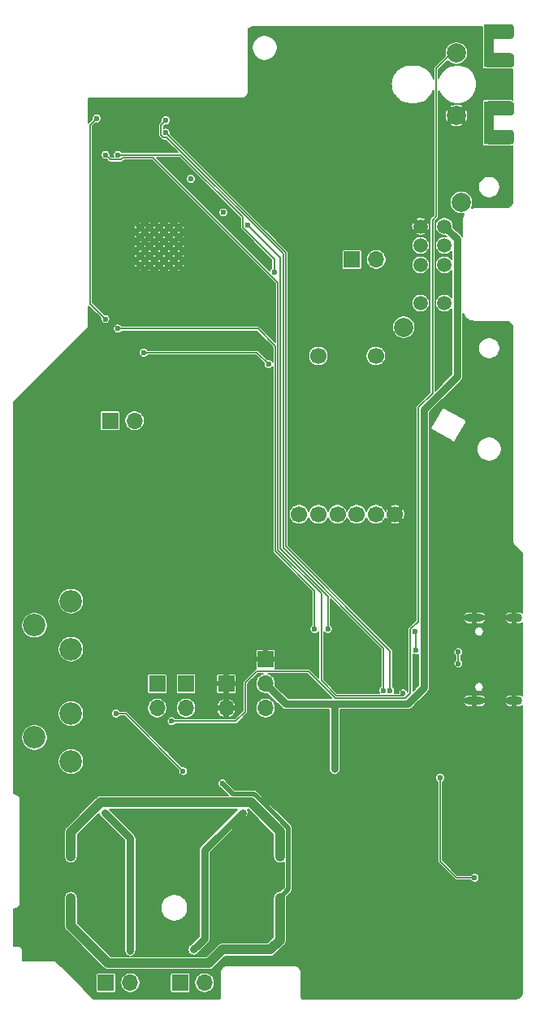
<source format=gbl>
G04 #@! TF.GenerationSoftware,KiCad,Pcbnew,5.1.5+dfsg1-2build2*
G04 #@! TF.CreationDate,2020-11-24T02:53:37+01:00*
G04 #@! TF.ProjectId,sony-scopeman,736f6e79-2d73-4636-9f70-656d616e2e6b,rev?*
G04 #@! TF.SameCoordinates,Original*
G04 #@! TF.FileFunction,Copper,L2,Bot*
G04 #@! TF.FilePolarity,Positive*
%FSLAX46Y46*%
G04 Gerber Fmt 4.6, Leading zero omitted, Abs format (unit mm)*
G04 Created by KiCad (PCBNEW 5.1.5+dfsg1-2build2) date 2020-11-24 02:53:37*
%MOMM*%
%LPD*%
G04 APERTURE LIST*
%ADD10C,0.500000*%
%ADD11C,2.340000*%
%ADD12O,1.700000X1.700000*%
%ADD13R,1.700000X1.700000*%
%ADD14C,0.800000*%
%ADD15O,1.700000X0.900000*%
%ADD16O,2.000000X0.900000*%
%ADD17C,1.700000*%
%ADD18C,2.000000*%
%ADD19C,0.100000*%
%ADD20R,1.000000X4.500000*%
%ADD21C,1.500000*%
%ADD22C,0.600000*%
%ADD23C,0.150000*%
%ADD24C,1.000000*%
%ADD25C,0.500000*%
%ADD26C,0.250000*%
%ADD27C,0.300000*%
%ADD28C,0.800000*%
G04 APERTURE END LIST*
D10*
X128950000Y-119000000D03*
X129900000Y-118425000D03*
X129900000Y-119575000D03*
X130850000Y-119000000D03*
X137650000Y-119000000D03*
X136700000Y-119575000D03*
X136700000Y-118425000D03*
X135750000Y-119000000D03*
D11*
X106200000Y-107600000D03*
X102400000Y-105100000D03*
X106200000Y-102600000D03*
X106200000Y-119300000D03*
X102400000Y-116800000D03*
X106200000Y-114300000D03*
D12*
X122400000Y-113740000D03*
D13*
X122400000Y-111200000D03*
D12*
X126500000Y-113740000D03*
X126500000Y-111200000D03*
D13*
X126500000Y-108660000D03*
D12*
X112840000Y-83800000D03*
D13*
X110300000Y-83800000D03*
D12*
X138040000Y-67000000D03*
D13*
X135500000Y-67000000D03*
D12*
X120140000Y-142350000D03*
D13*
X117600000Y-142350000D03*
D12*
X118200000Y-113740000D03*
D13*
X118200000Y-111200000D03*
D12*
X112400000Y-142350000D03*
D13*
X109860000Y-142350000D03*
D12*
X115200000Y-113740000D03*
D13*
X115200000Y-111200000D03*
D14*
X113420000Y-67650000D03*
X114420000Y-67650000D03*
X115420000Y-67650000D03*
X116420000Y-67650000D03*
X117420000Y-67650000D03*
X117420000Y-66650000D03*
X116420000Y-66650000D03*
X115420000Y-66650000D03*
X114420000Y-66650000D03*
X113420000Y-66650000D03*
X113420000Y-64650000D03*
X114420000Y-64650000D03*
X115420000Y-64650000D03*
X116420000Y-64650000D03*
X117420000Y-64650000D03*
X117420000Y-65650000D03*
X116420000Y-65650000D03*
X115420000Y-65650000D03*
X114420000Y-65650000D03*
X113420000Y-65650000D03*
X117420000Y-63650000D03*
X116420000Y-63650000D03*
X115420000Y-63650000D03*
X114420000Y-63650000D03*
X113420000Y-63650000D03*
D15*
X152440000Y-104330000D03*
X152440000Y-112970000D03*
D16*
X148270000Y-104330000D03*
X148270000Y-112970000D03*
D17*
X130000000Y-93550000D03*
X132000000Y-93550000D03*
X134000000Y-93550000D03*
X136000000Y-93550000D03*
X138000000Y-93550000D03*
X140000000Y-93550000D03*
X132000000Y-77050000D03*
X138000000Y-77050000D03*
D18*
X146400001Y-45500000D03*
X146400001Y-52000000D03*
G04 #@! TA.AperFunction,SMDPad,CuDef*
D19*
G36*
X152061757Y-42501806D02*
G01*
X152098160Y-42507206D01*
X152133858Y-42516147D01*
X152168507Y-42528545D01*
X152201775Y-42544280D01*
X152233340Y-42563199D01*
X152262898Y-42585121D01*
X152290166Y-42609835D01*
X152314880Y-42637103D01*
X152336802Y-42666661D01*
X152355721Y-42698226D01*
X152371456Y-42731494D01*
X152383854Y-42766143D01*
X152392795Y-42801841D01*
X152398195Y-42838244D01*
X152400001Y-42875000D01*
X152400001Y-43625000D01*
X152398195Y-43661756D01*
X152392795Y-43698159D01*
X152383854Y-43733857D01*
X152371456Y-43768506D01*
X152355721Y-43801774D01*
X152336802Y-43833339D01*
X152314880Y-43862897D01*
X152290166Y-43890165D01*
X152262898Y-43914879D01*
X152233340Y-43936801D01*
X152201775Y-43955720D01*
X152168507Y-43971455D01*
X152133858Y-43983853D01*
X152098160Y-43992794D01*
X152061757Y-43998194D01*
X152025001Y-44000000D01*
X149775001Y-44000000D01*
X149738245Y-43998194D01*
X149701842Y-43992794D01*
X149666144Y-43983853D01*
X149631495Y-43971455D01*
X149598227Y-43955720D01*
X149566662Y-43936801D01*
X149537104Y-43914879D01*
X149509836Y-43890165D01*
X149485122Y-43862897D01*
X149463200Y-43833339D01*
X149444281Y-43801774D01*
X149428546Y-43768506D01*
X149416148Y-43733857D01*
X149407207Y-43698159D01*
X149401807Y-43661756D01*
X149400001Y-43625000D01*
X149400001Y-42875000D01*
X149401807Y-42838244D01*
X149407207Y-42801841D01*
X149416148Y-42766143D01*
X149428546Y-42731494D01*
X149444281Y-42698226D01*
X149463200Y-42666661D01*
X149485122Y-42637103D01*
X149509836Y-42609835D01*
X149537104Y-42585121D01*
X149566662Y-42563199D01*
X149598227Y-42544280D01*
X149631495Y-42528545D01*
X149666144Y-42516147D01*
X149701842Y-42507206D01*
X149738245Y-42501806D01*
X149775001Y-42500000D01*
X152025001Y-42500000D01*
X152061757Y-42501806D01*
G37*
G04 #@! TD.AperFunction*
G04 #@! TA.AperFunction,SMDPad,CuDef*
G36*
X152061757Y-45501806D02*
G01*
X152098160Y-45507206D01*
X152133858Y-45516147D01*
X152168507Y-45528545D01*
X152201775Y-45544280D01*
X152233340Y-45563199D01*
X152262898Y-45585121D01*
X152290166Y-45609835D01*
X152314880Y-45637103D01*
X152336802Y-45666661D01*
X152355721Y-45698226D01*
X152371456Y-45731494D01*
X152383854Y-45766143D01*
X152392795Y-45801841D01*
X152398195Y-45838244D01*
X152400001Y-45875000D01*
X152400001Y-46625000D01*
X152398195Y-46661756D01*
X152392795Y-46698159D01*
X152383854Y-46733857D01*
X152371456Y-46768506D01*
X152355721Y-46801774D01*
X152336802Y-46833339D01*
X152314880Y-46862897D01*
X152290166Y-46890165D01*
X152262898Y-46914879D01*
X152233340Y-46936801D01*
X152201775Y-46955720D01*
X152168507Y-46971455D01*
X152133858Y-46983853D01*
X152098160Y-46992794D01*
X152061757Y-46998194D01*
X152025001Y-47000000D01*
X149775001Y-47000000D01*
X149738245Y-46998194D01*
X149701842Y-46992794D01*
X149666144Y-46983853D01*
X149631495Y-46971455D01*
X149598227Y-46955720D01*
X149566662Y-46936801D01*
X149537104Y-46914879D01*
X149509836Y-46890165D01*
X149485122Y-46862897D01*
X149463200Y-46833339D01*
X149444281Y-46801774D01*
X149428546Y-46768506D01*
X149416148Y-46733857D01*
X149407207Y-46698159D01*
X149401807Y-46661756D01*
X149400001Y-46625000D01*
X149400001Y-45875000D01*
X149401807Y-45838244D01*
X149407207Y-45801841D01*
X149416148Y-45766143D01*
X149428546Y-45731494D01*
X149444281Y-45698226D01*
X149463200Y-45666661D01*
X149485122Y-45637103D01*
X149509836Y-45609835D01*
X149537104Y-45585121D01*
X149566662Y-45563199D01*
X149598227Y-45544280D01*
X149631495Y-45528545D01*
X149666144Y-45516147D01*
X149701842Y-45507206D01*
X149738245Y-45501806D01*
X149775001Y-45500000D01*
X152025001Y-45500000D01*
X152061757Y-45501806D01*
G37*
G04 #@! TD.AperFunction*
D20*
X149800001Y-44750000D03*
X149800001Y-52750000D03*
G04 #@! TA.AperFunction,SMDPad,CuDef*
D19*
G36*
X152061757Y-50501806D02*
G01*
X152098160Y-50507206D01*
X152133858Y-50516147D01*
X152168507Y-50528545D01*
X152201775Y-50544280D01*
X152233340Y-50563199D01*
X152262898Y-50585121D01*
X152290166Y-50609835D01*
X152314880Y-50637103D01*
X152336802Y-50666661D01*
X152355721Y-50698226D01*
X152371456Y-50731494D01*
X152383854Y-50766143D01*
X152392795Y-50801841D01*
X152398195Y-50838244D01*
X152400001Y-50875000D01*
X152400001Y-51625000D01*
X152398195Y-51661756D01*
X152392795Y-51698159D01*
X152383854Y-51733857D01*
X152371456Y-51768506D01*
X152355721Y-51801774D01*
X152336802Y-51833339D01*
X152314880Y-51862897D01*
X152290166Y-51890165D01*
X152262898Y-51914879D01*
X152233340Y-51936801D01*
X152201775Y-51955720D01*
X152168507Y-51971455D01*
X152133858Y-51983853D01*
X152098160Y-51992794D01*
X152061757Y-51998194D01*
X152025001Y-52000000D01*
X149775001Y-52000000D01*
X149738245Y-51998194D01*
X149701842Y-51992794D01*
X149666144Y-51983853D01*
X149631495Y-51971455D01*
X149598227Y-51955720D01*
X149566662Y-51936801D01*
X149537104Y-51914879D01*
X149509836Y-51890165D01*
X149485122Y-51862897D01*
X149463200Y-51833339D01*
X149444281Y-51801774D01*
X149428546Y-51768506D01*
X149416148Y-51733857D01*
X149407207Y-51698159D01*
X149401807Y-51661756D01*
X149400001Y-51625000D01*
X149400001Y-50875000D01*
X149401807Y-50838244D01*
X149407207Y-50801841D01*
X149416148Y-50766143D01*
X149428546Y-50731494D01*
X149444281Y-50698226D01*
X149463200Y-50666661D01*
X149485122Y-50637103D01*
X149509836Y-50609835D01*
X149537104Y-50585121D01*
X149566662Y-50563199D01*
X149598227Y-50544280D01*
X149631495Y-50528545D01*
X149666144Y-50516147D01*
X149701842Y-50507206D01*
X149738245Y-50501806D01*
X149775001Y-50500000D01*
X152025001Y-50500000D01*
X152061757Y-50501806D01*
G37*
G04 #@! TD.AperFunction*
G04 #@! TA.AperFunction,SMDPad,CuDef*
G36*
X152061757Y-53501806D02*
G01*
X152098160Y-53507206D01*
X152133858Y-53516147D01*
X152168507Y-53528545D01*
X152201775Y-53544280D01*
X152233340Y-53563199D01*
X152262898Y-53585121D01*
X152290166Y-53609835D01*
X152314880Y-53637103D01*
X152336802Y-53666661D01*
X152355721Y-53698226D01*
X152371456Y-53731494D01*
X152383854Y-53766143D01*
X152392795Y-53801841D01*
X152398195Y-53838244D01*
X152400001Y-53875000D01*
X152400001Y-54625000D01*
X152398195Y-54661756D01*
X152392795Y-54698159D01*
X152383854Y-54733857D01*
X152371456Y-54768506D01*
X152355721Y-54801774D01*
X152336802Y-54833339D01*
X152314880Y-54862897D01*
X152290166Y-54890165D01*
X152262898Y-54914879D01*
X152233340Y-54936801D01*
X152201775Y-54955720D01*
X152168507Y-54971455D01*
X152133858Y-54983853D01*
X152098160Y-54992794D01*
X152061757Y-54998194D01*
X152025001Y-55000000D01*
X149775001Y-55000000D01*
X149738245Y-54998194D01*
X149701842Y-54992794D01*
X149666144Y-54983853D01*
X149631495Y-54971455D01*
X149598227Y-54955720D01*
X149566662Y-54936801D01*
X149537104Y-54914879D01*
X149509836Y-54890165D01*
X149485122Y-54862897D01*
X149463200Y-54833339D01*
X149444281Y-54801774D01*
X149428546Y-54768506D01*
X149416148Y-54733857D01*
X149407207Y-54698159D01*
X149401807Y-54661756D01*
X149400001Y-54625000D01*
X149400001Y-53875000D01*
X149401807Y-53838244D01*
X149407207Y-53801841D01*
X149416148Y-53766143D01*
X149428546Y-53731494D01*
X149444281Y-53698226D01*
X149463200Y-53666661D01*
X149485122Y-53637103D01*
X149509836Y-53609835D01*
X149537104Y-53585121D01*
X149566662Y-53563199D01*
X149598227Y-53544280D01*
X149631495Y-53528545D01*
X149666144Y-53516147D01*
X149701842Y-53507206D01*
X149738245Y-53501806D01*
X149775001Y-53500000D01*
X152025001Y-53500000D01*
X152061757Y-53501806D01*
G37*
G04 #@! TD.AperFunction*
D18*
X140900000Y-74050000D03*
X146900000Y-61050000D03*
D21*
X145150000Y-71550000D03*
X142650000Y-71550000D03*
X142650000Y-67550000D03*
X145150000Y-67550000D03*
X142650000Y-65550000D03*
X145150000Y-65550000D03*
X142650000Y-63550000D03*
X145150000Y-63550000D03*
D22*
X118700000Y-58600000D03*
X122100000Y-62100000D03*
X140100000Y-109800000D03*
X137800000Y-107600000D03*
X140100000Y-107500000D03*
X137800000Y-109800000D03*
D14*
X146600000Y-128100000D03*
X146600000Y-126700000D03*
X148800000Y-126700000D03*
X148800000Y-128100000D03*
X147700000Y-128100000D03*
X147700000Y-126700000D03*
D22*
X124700000Y-103400000D03*
X120300000Y-99300000D03*
X126400000Y-95400000D03*
X132400000Y-85600000D03*
X123100000Y-79700000D03*
X124400000Y-79700000D03*
X125600000Y-79700000D03*
X145600000Y-108000000D03*
X101000000Y-83000000D03*
X101000000Y-86000000D03*
X101000000Y-89000000D03*
X101000000Y-92000000D03*
X101000000Y-95000000D03*
X101000000Y-98000000D03*
X101000000Y-101000000D03*
X101000000Y-104000000D03*
X101000000Y-107000000D03*
X101000000Y-110000000D03*
X101000000Y-113000000D03*
X101000000Y-116000000D03*
X101000000Y-119000000D03*
X101000000Y-122000000D03*
X102000000Y-124000000D03*
X102000000Y-127000000D03*
X102000000Y-130000000D03*
X102000000Y-133000000D03*
X101000000Y-135000000D03*
X101000000Y-138000000D03*
X103000000Y-139000000D03*
X106000000Y-139000000D03*
X108000000Y-141000000D03*
X123000000Y-140000000D03*
X126000000Y-140000000D03*
X129000000Y-140000000D03*
X131000000Y-142000000D03*
X109000000Y-51000000D03*
X112000000Y-51000000D03*
X115000000Y-51000000D03*
X118000000Y-51000000D03*
X121000000Y-51000000D03*
X124000000Y-51000000D03*
X127000000Y-51000000D03*
X130000000Y-51000000D03*
X130000000Y-48000000D03*
X130000000Y-45000000D03*
X132000000Y-43000000D03*
X135000000Y-43000000D03*
X138000000Y-43000000D03*
X141000000Y-43000000D03*
X144000000Y-43000000D03*
X147000000Y-43000000D03*
X152000000Y-56000000D03*
X152000000Y-59000000D03*
X151000000Y-61000000D03*
X149000000Y-61000000D03*
X149000000Y-74000000D03*
X151000000Y-74000000D03*
X152000000Y-76000000D03*
X152000000Y-79000000D03*
X152000000Y-82000000D03*
X152000000Y-85000000D03*
X152000000Y-88000000D03*
X152000000Y-91000000D03*
X152000000Y-94000000D03*
X152000000Y-97000000D03*
X153000000Y-99000000D03*
X153000000Y-102000000D03*
X153000000Y-106000000D03*
X153000000Y-109000000D03*
X153000000Y-112000000D03*
X153000000Y-115000000D03*
X153000000Y-118000000D03*
X153000000Y-121000000D03*
X153000000Y-124000000D03*
X153000000Y-127000000D03*
X153000000Y-130000000D03*
X153000000Y-133000000D03*
X153000000Y-136000000D03*
X153000000Y-139000000D03*
X153000000Y-142000000D03*
X109000000Y-59500000D03*
X114100000Y-58800000D03*
X109100000Y-70200000D03*
X112000000Y-71200000D03*
X115700000Y-69700000D03*
X119900000Y-64700000D03*
X115900000Y-61500000D03*
X122900000Y-68200000D03*
X119400000Y-71800000D03*
X126700000Y-71500000D03*
X125700000Y-66400000D03*
X127500000Y-63400000D03*
X126000000Y-60700000D03*
X126500000Y-59200000D03*
X122600000Y-59200000D03*
X132700000Y-58900000D03*
X130500000Y-65700000D03*
X130200000Y-70800000D03*
X138400000Y-69600000D03*
X134700000Y-72500000D03*
X142200000Y-58300000D03*
X133700000Y-56500000D03*
X142200000Y-54800000D03*
X134200000Y-47100000D03*
X146300000Y-57200000D03*
X144800000Y-77700000D03*
X140900000Y-98800000D03*
X133100000Y-98700000D03*
X131500000Y-90900000D03*
X126300000Y-100300000D03*
X120700000Y-95000000D03*
X124800000Y-90100000D03*
X114400000Y-91500000D03*
X117800000Y-91200000D03*
X112900000Y-88600000D03*
X121500000Y-79700000D03*
X113300000Y-80100000D03*
X118600000Y-79500000D03*
X114200000Y-100200000D03*
X117600000Y-100200000D03*
X110600000Y-95900000D03*
X113300000Y-93600000D03*
X119500000Y-94300000D03*
X120200000Y-102800000D03*
X120500000Y-105700000D03*
X111500000Y-107000000D03*
X114000000Y-106500000D03*
X107800000Y-105100000D03*
X108800000Y-100000000D03*
X116900000Y-108600000D03*
X111200000Y-111000000D03*
X120400000Y-110700000D03*
X121500000Y-117500000D03*
X116700000Y-117200000D03*
X116100000Y-121300000D03*
X110900000Y-120100000D03*
X110200000Y-118000000D03*
X110600000Y-115500000D03*
X108000000Y-111100000D03*
X108000000Y-117800000D03*
X125400000Y-121400000D03*
X130100000Y-114800000D03*
X133500000Y-125400000D03*
X135600000Y-114500000D03*
X141200000Y-114600000D03*
X144200000Y-113000000D03*
X134700000Y-106300000D03*
X129000000Y-106300000D03*
X130000000Y-102100000D03*
X138000000Y-102100000D03*
X140700000Y-102800000D03*
X145300000Y-102700000D03*
X147500000Y-115100000D03*
X149000000Y-117500000D03*
X148500000Y-132800000D03*
X144300000Y-133500000D03*
X139700000Y-133400000D03*
X133700000Y-134700000D03*
X133900000Y-128400000D03*
X129700000Y-137600000D03*
X140900000Y-135200000D03*
X143800000Y-138200000D03*
X133400000Y-137700000D03*
X135700000Y-131000000D03*
X130400000Y-131000000D03*
X136200000Y-126100000D03*
X132500000Y-124400000D03*
X134700000Y-125000000D03*
X138300000Y-124900000D03*
X141000000Y-123900000D03*
X136700000Y-123000000D03*
X142700000Y-122700000D03*
X142700000Y-125600000D03*
X142300000Y-129600000D03*
X128100000Y-121300000D03*
X126000000Y-117400000D03*
X127900000Y-117400000D03*
X131600000Y-114800000D03*
X137500000Y-115200000D03*
X140900000Y-116400000D03*
X126000000Y-130500000D03*
X115000000Y-136300000D03*
X114900000Y-130300000D03*
X117000000Y-124800000D03*
X125500000Y-137500000D03*
X118300000Y-132800000D03*
X125000000Y-126000000D03*
X128100000Y-110700000D03*
X130600000Y-111500000D03*
X142200000Y-111100000D03*
X117900000Y-120300000D03*
X110900000Y-114300000D03*
D14*
X128000000Y-133500000D03*
X128000000Y-134400000D03*
X128000000Y-135300000D03*
X128000000Y-136200000D03*
X106200000Y-133500000D03*
X106200001Y-134399999D03*
X106200000Y-135300000D03*
X106200000Y-136200000D03*
D22*
X122000000Y-121600000D03*
X115600000Y-140300000D03*
X149800000Y-43700000D03*
X133700000Y-120100000D03*
X133700000Y-119300000D03*
X126800000Y-77900000D03*
X113800000Y-76700000D03*
D14*
X106200000Y-129200000D03*
X128000000Y-129200000D03*
X128000000Y-128300000D03*
X128000000Y-127400000D03*
X127900000Y-126500000D03*
X106200000Y-128300000D03*
X106200000Y-127400000D03*
X106325209Y-126525209D03*
D22*
X108624499Y-124375501D03*
X109800000Y-73200000D03*
X108900000Y-52300000D03*
X142200000Y-107700000D03*
X142100000Y-105750000D03*
X146600000Y-107900000D03*
X146600000Y-109100000D03*
X133000000Y-105500000D03*
X124613431Y-63409461D03*
X131600000Y-105500000D03*
X111100000Y-74200000D03*
X109700000Y-124600000D03*
X112400000Y-138500000D03*
X112400000Y-139000000D03*
X124100000Y-124600000D03*
X119000000Y-138900000D03*
X119500000Y-138400000D03*
X116700000Y-115100000D03*
X127400000Y-68300000D03*
X111100000Y-56100000D03*
X109800000Y-56100000D03*
X140846446Y-112199990D03*
X148300000Y-131400000D03*
X144700000Y-120999996D03*
X116100000Y-53800000D03*
X139496446Y-111896446D03*
X116100000Y-52500000D03*
X138771453Y-111900000D03*
D23*
X110900000Y-114300000D02*
X111900000Y-114300000D01*
X111900000Y-114300000D02*
X117900000Y-120300000D01*
D24*
X122000000Y-138900000D02*
X127000000Y-138900000D01*
X128000000Y-133500000D02*
X128000000Y-133500000D01*
X120600000Y-140300000D02*
X122000000Y-138900000D01*
X128000000Y-137900000D02*
X128000000Y-136200000D01*
X106200000Y-136400000D02*
X110100000Y-140300000D01*
X127000000Y-138900000D02*
X128000000Y-137900000D01*
X110100000Y-140300000D02*
X115600000Y-140300000D01*
X106200000Y-133500000D02*
X106200000Y-133500000D01*
X128000000Y-133500000D02*
X128000000Y-133600000D01*
X128000000Y-134400000D02*
X128000000Y-133500000D01*
X128000000Y-135300000D02*
X128000000Y-134400000D01*
X128000000Y-136200000D02*
X128000000Y-135300000D01*
X106200000Y-133500000D02*
X106200000Y-135300000D01*
X106200000Y-135300000D02*
X106200000Y-136200000D01*
X106200000Y-136200000D02*
X106200000Y-136400000D01*
D25*
X128875010Y-126237559D02*
X126037450Y-123400000D01*
X128875010Y-132624990D02*
X128875010Y-126237559D01*
X128000000Y-133500000D02*
X128875010Y-132624990D01*
X126037450Y-123400000D02*
X125337432Y-122699981D01*
X123099981Y-122699981D02*
X122000000Y-121600000D01*
X125337432Y-122699981D02*
X123099981Y-122699981D01*
D24*
X115600000Y-140300000D02*
X120600000Y-140300000D01*
D26*
X149500000Y-43350000D02*
X149600000Y-43250000D01*
X149500000Y-45450000D02*
X149500000Y-43350000D01*
X149400000Y-45550000D02*
X149500000Y-45450000D01*
X149800000Y-46250000D02*
X149400000Y-45850000D01*
X149600000Y-43250000D02*
X150600000Y-43250000D01*
X149400000Y-45850000D02*
X149400000Y-45550000D01*
X150800000Y-46250000D02*
X149800000Y-46250000D01*
X149900000Y-54250000D02*
X150800000Y-54250000D01*
X149400000Y-53749999D02*
X149900000Y-54250000D01*
X149500000Y-53650000D02*
X149400000Y-53749999D01*
X149900000Y-51250000D02*
X149500000Y-51650000D01*
X149500000Y-51650000D02*
X149500000Y-53650000D01*
X150800000Y-51250000D02*
X149900000Y-51250000D01*
D27*
X145150000Y-63550000D02*
X145100000Y-63500000D01*
D28*
X133700000Y-113700000D02*
X133700000Y-120100000D01*
X146500000Y-64900000D02*
X146500000Y-79200000D01*
X146500000Y-79200000D02*
X143025002Y-82674998D01*
X141348542Y-113300001D02*
X128600001Y-113300001D01*
X143025002Y-111623541D02*
X141348542Y-113300001D01*
X145150000Y-63550000D02*
X146500000Y-64900000D01*
X127349999Y-112049999D02*
X126500000Y-111200000D01*
X143025002Y-82674998D02*
X143025002Y-111623541D01*
X128600001Y-113300001D02*
X127349999Y-112049999D01*
D23*
X125600000Y-76700000D02*
X113800000Y-76700000D01*
X126800000Y-77900000D02*
X125600000Y-76700000D01*
D24*
X109275427Y-123574991D02*
X124974991Y-123574991D01*
X106200000Y-126650418D02*
X106325209Y-126525209D01*
X106200000Y-129200000D02*
X106200000Y-128300000D01*
X128000000Y-126600000D02*
X128000000Y-127400000D01*
X124974991Y-123574991D02*
X127900000Y-126500000D01*
X128000000Y-128300000D02*
X128000000Y-129200000D01*
X128000000Y-127400000D02*
X128000000Y-128300000D01*
X127900000Y-126500000D02*
X128000000Y-126600000D01*
X106200000Y-128300000D02*
X106200000Y-127400000D01*
X106200000Y-127400000D02*
X106200000Y-126650418D01*
X106325209Y-126525209D02*
X109275427Y-123574991D01*
D23*
X109800000Y-73200000D02*
X108200000Y-71600000D01*
X108200000Y-71600000D02*
X108200000Y-53000000D01*
X108200000Y-53000000D02*
X108900000Y-52300000D01*
X142200000Y-105900000D02*
X142200000Y-107700000D01*
X146600000Y-107900000D02*
X146600000Y-109100000D01*
X124913430Y-63709460D02*
X124613431Y-63409461D01*
X128050022Y-66846052D02*
X124913430Y-63709460D01*
X133000000Y-105500000D02*
X133000000Y-102099998D01*
X128050022Y-97150020D02*
X128050022Y-66846052D01*
X133000000Y-102099998D02*
X128050022Y-97150020D01*
X125700000Y-74200000D02*
X111100000Y-74200000D01*
X127500000Y-97400000D02*
X127500000Y-76000000D01*
X127500000Y-76000000D02*
X125700000Y-74200000D01*
X131600000Y-101500000D02*
X127500000Y-97400000D01*
X131600000Y-105500000D02*
X131600000Y-101500000D01*
D28*
X112400000Y-127300000D02*
X109700000Y-124600000D01*
X112400000Y-139000000D02*
X112400000Y-139000000D01*
X112400000Y-138500000D02*
X112400000Y-127300000D01*
X112400000Y-139000000D02*
X112400000Y-138500000D01*
X120140000Y-128560000D02*
X124100000Y-124600000D01*
X120140000Y-137760000D02*
X120140000Y-128560000D01*
X119000000Y-138900000D02*
X119000000Y-138900000D01*
X119000000Y-138900000D02*
X119500000Y-138400000D01*
X119500000Y-138400000D02*
X120140000Y-137760000D01*
D23*
X144300000Y-47100000D02*
X145900000Y-45500000D01*
X145900000Y-45500000D02*
X146400000Y-45500000D01*
X143900000Y-62896999D02*
X144300000Y-62496999D01*
X143900000Y-80951458D02*
X143900000Y-62896999D01*
X142424991Y-82979011D02*
X142424992Y-82426466D01*
X142400000Y-83004002D02*
X142424991Y-82979011D01*
X141100010Y-112699990D02*
X141599999Y-112200001D01*
X141599999Y-112200001D02*
X141599999Y-105500001D01*
X133748532Y-112699990D02*
X141100010Y-112699990D01*
X130948542Y-109900000D02*
X133748532Y-112699990D01*
X142400000Y-104700000D02*
X142400000Y-83004002D01*
X142424992Y-82426466D02*
X143900000Y-80951458D01*
X144300000Y-62496999D02*
X144300000Y-47100000D01*
X141599999Y-105500001D02*
X142400000Y-104700000D01*
X124400000Y-111100000D02*
X125600000Y-109900000D01*
X116700000Y-115100000D02*
X123400000Y-115100000D01*
X123400000Y-115100000D02*
X124400000Y-114100000D01*
X124400000Y-114100000D02*
X124400000Y-111100000D01*
X125600000Y-109900000D02*
X130948542Y-109900000D01*
X127400000Y-68300000D02*
X127400000Y-66936032D01*
X124113430Y-63649462D02*
X124113430Y-62591274D01*
X127400000Y-66936032D02*
X124113430Y-63649462D01*
X117622156Y-56100000D02*
X111100000Y-56100000D01*
X124113430Y-62591274D02*
X117622156Y-56100000D01*
X109800000Y-56100000D02*
X110300001Y-56600001D01*
X127775011Y-69415013D02*
X127775011Y-97263933D01*
X110300001Y-56600001D02*
X111399999Y-56600001D01*
X111624990Y-56375010D02*
X114735008Y-56375010D01*
X132300000Y-101788922D02*
X132300000Y-110862536D01*
X133862444Y-112424980D02*
X134800000Y-112424980D01*
X132300000Y-110862536D02*
X133862444Y-112424980D01*
X127775011Y-97263933D02*
X132300000Y-101788922D01*
X111399999Y-56600001D02*
X111624990Y-56375010D01*
X114735008Y-56375010D02*
X127775011Y-69415013D01*
X134800000Y-112424980D02*
X140775020Y-112424980D01*
X140846446Y-112353554D02*
X140846446Y-112199990D01*
X140775020Y-112424980D02*
X140846446Y-112353554D01*
X144700000Y-129700000D02*
X144700000Y-120999996D01*
X146400000Y-131400000D02*
X144700000Y-129700000D01*
X148300000Y-131400000D02*
X146400000Y-131400000D01*
X128600044Y-66300044D02*
X116399999Y-54099999D01*
X139496446Y-107796444D02*
X128600044Y-96900042D01*
X128600044Y-96900042D02*
X128600044Y-66300044D01*
X139496446Y-111896446D02*
X139496446Y-107796444D01*
X116399999Y-54099999D02*
X116100000Y-53800000D01*
X138771453Y-111900000D02*
X138800000Y-111928547D01*
X116100000Y-52500000D02*
X115599999Y-53000001D01*
X115599999Y-54040001D02*
X115859998Y-54300000D01*
X116211078Y-54300000D02*
X128325033Y-66413955D01*
X128325033Y-97013955D02*
X138800000Y-107488922D01*
X115859998Y-54300000D02*
X116211078Y-54300000D01*
X138800000Y-107488922D02*
X138800000Y-111900000D01*
X128325033Y-66413955D02*
X128325033Y-97013955D01*
X115599999Y-53000001D02*
X115599999Y-54040001D01*
G36*
X149099034Y-45423628D02*
G01*
X149098287Y-45425026D01*
X149079703Y-45486289D01*
X149075000Y-45534039D01*
X149075000Y-45534047D01*
X149073429Y-45550000D01*
X149075000Y-45565953D01*
X149075000Y-45834047D01*
X149073429Y-45850000D01*
X149075000Y-45865953D01*
X149075000Y-45865960D01*
X149079703Y-45913710D01*
X149098287Y-45974973D01*
X149099034Y-45976371D01*
X149099034Y-47000000D01*
X149102896Y-47039207D01*
X149114332Y-47076907D01*
X149132903Y-47111651D01*
X149157896Y-47142105D01*
X149188350Y-47167098D01*
X149223094Y-47185669D01*
X149260794Y-47197105D01*
X149300001Y-47200967D01*
X152025001Y-47200967D01*
X152137367Y-47189900D01*
X152245414Y-47157124D01*
X152280000Y-47138637D01*
X152280001Y-50361363D01*
X152245414Y-50342876D01*
X152137367Y-50310100D01*
X152025001Y-50299033D01*
X149300001Y-50299033D01*
X149260794Y-50302895D01*
X149223094Y-50314331D01*
X149188350Y-50332902D01*
X149157896Y-50357895D01*
X149132903Y-50388349D01*
X149114332Y-50423093D01*
X149102896Y-50460793D01*
X149099034Y-50500000D01*
X149099034Y-53623628D01*
X149098287Y-53625026D01*
X149079703Y-53686288D01*
X149073429Y-53749999D01*
X149079703Y-53813709D01*
X149098287Y-53874972D01*
X149099034Y-53876370D01*
X149099034Y-55000000D01*
X149102896Y-55039207D01*
X149114332Y-55076907D01*
X149132903Y-55111651D01*
X149157896Y-55142105D01*
X149188350Y-55167098D01*
X149223094Y-55185669D01*
X149260794Y-55197105D01*
X149300001Y-55200967D01*
X152025001Y-55200967D01*
X152137367Y-55189900D01*
X152245414Y-55157124D01*
X152280000Y-55138637D01*
X152280001Y-60789230D01*
X152264110Y-60951299D01*
X152220171Y-61096832D01*
X152148798Y-61231065D01*
X152052717Y-61348871D01*
X151935579Y-61445776D01*
X151801853Y-61518081D01*
X151656631Y-61563035D01*
X151495220Y-61580000D01*
X148239198Y-61580000D01*
X148229322Y-61580973D01*
X148223079Y-61580929D01*
X148220022Y-61581229D01*
X148025925Y-61601630D01*
X148006389Y-61605640D01*
X147986807Y-61609375D01*
X147983868Y-61610263D01*
X147983862Y-61610265D01*
X147964292Y-61616323D01*
X148053884Y-61400027D01*
X148100000Y-61168190D01*
X148100000Y-60931810D01*
X148053884Y-60699973D01*
X147963426Y-60481587D01*
X147832101Y-60285045D01*
X147664955Y-60117899D01*
X147468413Y-59986574D01*
X147250027Y-59896116D01*
X147018190Y-59850000D01*
X146781810Y-59850000D01*
X146549973Y-59896116D01*
X146331587Y-59986574D01*
X146135045Y-60117899D01*
X145967899Y-60285045D01*
X145836574Y-60481587D01*
X145746116Y-60699973D01*
X145700000Y-60931810D01*
X145700000Y-61168190D01*
X145746116Y-61400027D01*
X145836574Y-61618413D01*
X145967899Y-61814955D01*
X146135045Y-61982101D01*
X146331587Y-62113426D01*
X146549973Y-62203884D01*
X146781810Y-62250000D01*
X147018190Y-62250000D01*
X147183605Y-62217096D01*
X147131205Y-62315646D01*
X147123607Y-62334083D01*
X147115752Y-62352408D01*
X147114844Y-62355343D01*
X147058435Y-62542179D01*
X147054558Y-62561758D01*
X147050416Y-62581243D01*
X147050095Y-62584298D01*
X147031050Y-62778532D01*
X147031050Y-62778548D01*
X147030001Y-62789198D01*
X147030001Y-64618748D01*
X147001296Y-64565045D01*
X146926317Y-64473683D01*
X146903426Y-64454897D01*
X146098688Y-63650161D01*
X146100000Y-63643567D01*
X146100000Y-63456433D01*
X146063492Y-63272895D01*
X145991879Y-63100006D01*
X145887913Y-62944410D01*
X145755590Y-62812087D01*
X145599994Y-62708121D01*
X145427105Y-62636508D01*
X145243567Y-62600000D01*
X145056433Y-62600000D01*
X144872895Y-62636508D01*
X144700006Y-62708121D01*
X144544410Y-62812087D01*
X144412087Y-62944410D01*
X144308121Y-63100006D01*
X144236508Y-63272895D01*
X144200000Y-63456433D01*
X144200000Y-63643567D01*
X144236508Y-63827105D01*
X144308121Y-63999994D01*
X144412087Y-64155590D01*
X144544410Y-64287913D01*
X144700006Y-64391879D01*
X144872895Y-64463492D01*
X145056433Y-64500000D01*
X145243567Y-64500000D01*
X145250161Y-64498688D01*
X145378265Y-64626793D01*
X145243567Y-64600000D01*
X145056433Y-64600000D01*
X144872895Y-64636508D01*
X144700006Y-64708121D01*
X144544410Y-64812087D01*
X144412087Y-64944410D01*
X144308121Y-65100006D01*
X144236508Y-65272895D01*
X144200000Y-65456433D01*
X144200000Y-65643567D01*
X144236508Y-65827105D01*
X144308121Y-65999994D01*
X144412087Y-66155590D01*
X144544410Y-66287913D01*
X144700006Y-66391879D01*
X144872895Y-66463492D01*
X145056433Y-66500000D01*
X145243567Y-66500000D01*
X145427105Y-66463492D01*
X145599994Y-66391879D01*
X145755590Y-66287913D01*
X145887913Y-66155590D01*
X145900000Y-66137500D01*
X145900000Y-66962500D01*
X145887913Y-66944410D01*
X145755590Y-66812087D01*
X145599994Y-66708121D01*
X145427105Y-66636508D01*
X145243567Y-66600000D01*
X145056433Y-66600000D01*
X144872895Y-66636508D01*
X144700006Y-66708121D01*
X144544410Y-66812087D01*
X144412087Y-66944410D01*
X144308121Y-67100006D01*
X144236508Y-67272895D01*
X144200000Y-67456433D01*
X144200000Y-67643567D01*
X144236508Y-67827105D01*
X144308121Y-67999994D01*
X144412087Y-68155590D01*
X144544410Y-68287913D01*
X144700006Y-68391879D01*
X144872895Y-68463492D01*
X145056433Y-68500000D01*
X145243567Y-68500000D01*
X145427105Y-68463492D01*
X145599994Y-68391879D01*
X145755590Y-68287913D01*
X145887913Y-68155590D01*
X145900000Y-68137500D01*
X145900000Y-70962500D01*
X145887913Y-70944410D01*
X145755590Y-70812087D01*
X145599994Y-70708121D01*
X145427105Y-70636508D01*
X145243567Y-70600000D01*
X145056433Y-70600000D01*
X144872895Y-70636508D01*
X144700006Y-70708121D01*
X144544410Y-70812087D01*
X144412087Y-70944410D01*
X144308121Y-71100006D01*
X144236508Y-71272895D01*
X144200000Y-71456433D01*
X144200000Y-71643567D01*
X144236508Y-71827105D01*
X144308121Y-71999994D01*
X144412087Y-72155590D01*
X144544410Y-72287913D01*
X144700006Y-72391879D01*
X144872895Y-72463492D01*
X145056433Y-72500000D01*
X145243567Y-72500000D01*
X145427105Y-72463492D01*
X145599994Y-72391879D01*
X145755590Y-72287913D01*
X145887913Y-72155590D01*
X145900001Y-72137500D01*
X145900001Y-78951470D01*
X144175000Y-80676472D01*
X144175000Y-63010907D01*
X144484905Y-62701003D01*
X144495395Y-62692394D01*
X144529760Y-62650520D01*
X144555296Y-62602746D01*
X144571020Y-62550908D01*
X144575000Y-62510502D01*
X144575000Y-62510495D01*
X144576329Y-62497000D01*
X144575000Y-62483505D01*
X144575000Y-59338261D01*
X148665490Y-59338261D01*
X148665490Y-59561739D01*
X148709089Y-59780924D01*
X148794611Y-59987392D01*
X148918769Y-60173208D01*
X149076792Y-60331231D01*
X149262608Y-60455389D01*
X149469076Y-60540911D01*
X149688261Y-60584510D01*
X149911739Y-60584510D01*
X150130924Y-60540911D01*
X150337392Y-60455389D01*
X150523208Y-60331231D01*
X150681231Y-60173208D01*
X150805389Y-59987392D01*
X150890911Y-59780924D01*
X150934510Y-59561739D01*
X150934510Y-59338261D01*
X150890911Y-59119076D01*
X150805389Y-58912608D01*
X150681231Y-58726792D01*
X150523208Y-58568769D01*
X150337392Y-58444611D01*
X150130924Y-58359089D01*
X149911739Y-58315490D01*
X149688261Y-58315490D01*
X149469076Y-58359089D01*
X149262608Y-58444611D01*
X149076792Y-58568769D01*
X148918769Y-58726792D01*
X148794611Y-58912608D01*
X148709089Y-59119076D01*
X148665490Y-59338261D01*
X144575000Y-59338261D01*
X144575000Y-52933990D01*
X145719155Y-52933990D01*
X145843913Y-53069923D01*
X146063330Y-53157851D01*
X146295684Y-53201285D01*
X146532048Y-53198554D01*
X146763337Y-53149763D01*
X146956089Y-53069923D01*
X147080847Y-52933990D01*
X146400001Y-52253144D01*
X145719155Y-52933990D01*
X144575000Y-52933990D01*
X144575000Y-51895683D01*
X145198716Y-51895683D01*
X145201447Y-52132047D01*
X145250238Y-52363336D01*
X145330078Y-52556088D01*
X145466011Y-52680846D01*
X146146857Y-52000000D01*
X146653145Y-52000000D01*
X147333991Y-52680846D01*
X147469924Y-52556088D01*
X147557852Y-52336671D01*
X147601286Y-52104317D01*
X147598555Y-51867953D01*
X147549764Y-51636664D01*
X147469924Y-51443912D01*
X147333991Y-51319154D01*
X146653145Y-52000000D01*
X146146857Y-52000000D01*
X145466011Y-51319154D01*
X145330078Y-51443912D01*
X145242150Y-51663329D01*
X145198716Y-51895683D01*
X144575000Y-51895683D01*
X144575000Y-51066010D01*
X145719155Y-51066010D01*
X146400001Y-51746856D01*
X147080847Y-51066010D01*
X146956089Y-50930077D01*
X146736672Y-50842149D01*
X146504318Y-50798715D01*
X146267954Y-50801446D01*
X146036665Y-50850237D01*
X145843913Y-50930077D01*
X145719155Y-51066010D01*
X144575000Y-51066010D01*
X144575000Y-49407743D01*
X144700882Y-49711649D01*
X144923059Y-50044162D01*
X145205838Y-50326941D01*
X145538351Y-50549118D01*
X145907820Y-50702157D01*
X146300045Y-50780176D01*
X146699955Y-50780176D01*
X147092180Y-50702157D01*
X147461649Y-50549118D01*
X147794162Y-50326941D01*
X148076941Y-50044162D01*
X148299118Y-49711649D01*
X148452157Y-49342180D01*
X148530176Y-48949955D01*
X148530176Y-48550045D01*
X148452157Y-48157820D01*
X148299118Y-47788351D01*
X148076941Y-47455838D01*
X147794162Y-47173059D01*
X147461649Y-46950882D01*
X147092180Y-46797843D01*
X146699955Y-46719824D01*
X146300045Y-46719824D01*
X145907820Y-46797843D01*
X145538351Y-46950882D01*
X145205838Y-47173059D01*
X144923059Y-47455838D01*
X144700882Y-47788351D01*
X144575000Y-48092257D01*
X144575000Y-47213908D01*
X145495927Y-46292982D01*
X145635046Y-46432101D01*
X145831588Y-46563426D01*
X146049974Y-46653884D01*
X146281811Y-46700000D01*
X146518191Y-46700000D01*
X146750028Y-46653884D01*
X146968414Y-46563426D01*
X147164956Y-46432101D01*
X147332102Y-46264955D01*
X147463427Y-46068413D01*
X147553885Y-45850027D01*
X147600001Y-45618190D01*
X147600001Y-45381810D01*
X147553885Y-45149973D01*
X147463427Y-44931587D01*
X147332102Y-44735045D01*
X147164956Y-44567899D01*
X146968414Y-44436574D01*
X146750028Y-44346116D01*
X146518191Y-44300000D01*
X146281811Y-44300000D01*
X146049974Y-44346116D01*
X145831588Y-44436574D01*
X145635046Y-44567899D01*
X145467900Y-44735045D01*
X145336575Y-44931587D01*
X145246117Y-45149973D01*
X145200001Y-45381810D01*
X145200001Y-45618190D01*
X145232006Y-45779086D01*
X144115095Y-46895997D01*
X144104606Y-46904605D01*
X144070241Y-46946479D01*
X144051693Y-46981179D01*
X144044705Y-46994253D01*
X144028980Y-47046091D01*
X144023670Y-47100000D01*
X144025001Y-47113513D01*
X144025001Y-48166664D01*
X143969515Y-47987417D01*
X143961795Y-47969050D01*
X143954319Y-47950547D01*
X143952877Y-47947834D01*
X143785791Y-47638816D01*
X143774630Y-47622269D01*
X143763723Y-47605600D01*
X143761781Y-47603219D01*
X143537855Y-47332540D01*
X143523729Y-47318512D01*
X143509756Y-47304243D01*
X143507389Y-47302285D01*
X143235151Y-47080254D01*
X143218547Y-47069223D01*
X143202092Y-47057955D01*
X143199392Y-47056495D01*
X143199384Y-47056491D01*
X142889211Y-46891569D01*
X142870769Y-46883968D01*
X142852448Y-46876115D01*
X142849513Y-46875206D01*
X142513209Y-46773671D01*
X142493651Y-46769798D01*
X142474146Y-46765652D01*
X142471091Y-46765331D01*
X142121468Y-46731050D01*
X142121462Y-46731050D01*
X142110802Y-46730000D01*
X141589198Y-46730000D01*
X141588438Y-46730075D01*
X141573336Y-46730180D01*
X141563393Y-46731225D01*
X141553399Y-46731225D01*
X141550344Y-46731546D01*
X141201235Y-46770706D01*
X141181741Y-46774850D01*
X141162172Y-46778724D01*
X141159240Y-46779632D01*
X141159234Y-46779634D01*
X140824384Y-46885855D01*
X140806072Y-46893704D01*
X140787621Y-46901308D01*
X140784919Y-46902770D01*
X140477074Y-47072008D01*
X140460596Y-47083291D01*
X140444013Y-47094308D01*
X140441653Y-47096261D01*
X140441646Y-47096266D01*
X140441641Y-47096272D01*
X140172536Y-47322077D01*
X140158600Y-47336308D01*
X140144436Y-47350373D01*
X140142495Y-47352754D01*
X139922370Y-47626534D01*
X139911447Y-47643227D01*
X139900302Y-47659750D01*
X139898860Y-47662462D01*
X139736105Y-47973784D01*
X139728642Y-47992257D01*
X139720908Y-48010653D01*
X139720021Y-48013594D01*
X139620835Y-48350600D01*
X139617098Y-48370189D01*
X139613089Y-48389718D01*
X139612789Y-48392776D01*
X139580950Y-48742628D01*
X139581090Y-48762600D01*
X139580950Y-48782506D01*
X139581250Y-48785563D01*
X139617971Y-49134937D01*
X139621977Y-49154454D01*
X139625716Y-49174056D01*
X139626605Y-49176997D01*
X139730487Y-49512585D01*
X139738206Y-49530948D01*
X139745683Y-49549454D01*
X139747125Y-49552166D01*
X139914211Y-49861185D01*
X139925346Y-49877693D01*
X139936279Y-49894401D01*
X139938221Y-49896781D01*
X140162147Y-50167461D01*
X140176290Y-50181505D01*
X140190246Y-50195758D01*
X140192614Y-50197716D01*
X140464851Y-50419747D01*
X140481462Y-50430783D01*
X140497911Y-50442047D01*
X140500614Y-50443508D01*
X140810791Y-50608432D01*
X140829228Y-50616030D01*
X140847553Y-50623885D01*
X140850488Y-50624793D01*
X141186793Y-50726329D01*
X141206357Y-50730203D01*
X141225856Y-50734348D01*
X141228912Y-50734669D01*
X141578534Y-50768950D01*
X141578538Y-50768950D01*
X141589198Y-50770000D01*
X142110802Y-50770000D01*
X142111562Y-50769925D01*
X142126664Y-50769820D01*
X142136607Y-50768775D01*
X142146600Y-50768775D01*
X142149655Y-50768454D01*
X142498764Y-50729295D01*
X142518251Y-50725153D01*
X142537828Y-50721277D01*
X142540760Y-50720369D01*
X142540766Y-50720367D01*
X142875616Y-50614146D01*
X142893917Y-50606302D01*
X142912379Y-50598693D01*
X142915081Y-50597231D01*
X143222926Y-50427992D01*
X143239404Y-50416709D01*
X143255987Y-50405692D01*
X143258354Y-50403734D01*
X143527464Y-50177924D01*
X143541416Y-50163677D01*
X143555564Y-50149628D01*
X143557500Y-50147253D01*
X143557506Y-50147247D01*
X143557510Y-50147240D01*
X143777630Y-49873467D01*
X143788549Y-49856781D01*
X143799699Y-49840252D01*
X143801141Y-49837539D01*
X143963896Y-49526217D01*
X143971364Y-49507732D01*
X143979093Y-49489348D01*
X143979980Y-49486407D01*
X144025001Y-49333439D01*
X144025000Y-62383090D01*
X143715095Y-62692996D01*
X143704606Y-62701604D01*
X143670241Y-62743478D01*
X143654285Y-62773329D01*
X143644705Y-62791252D01*
X143628980Y-62843090D01*
X143623670Y-62896999D01*
X143625001Y-62910512D01*
X143625000Y-80837549D01*
X142240087Y-82222463D01*
X142229598Y-82231071D01*
X142195233Y-82272945D01*
X142169697Y-82320719D01*
X142153972Y-82372557D01*
X142148662Y-82426466D01*
X142149993Y-82439978D01*
X142149991Y-82888365D01*
X142144705Y-82898255D01*
X142128980Y-82950093D01*
X142123670Y-83004002D01*
X142125001Y-83017515D01*
X142125000Y-104586091D01*
X141415094Y-105295998D01*
X141404605Y-105304606D01*
X141370240Y-105346480D01*
X141366138Y-105354155D01*
X141344704Y-105394254D01*
X141328979Y-105446092D01*
X141323669Y-105500001D01*
X141325000Y-105513514D01*
X141324999Y-112048757D01*
X141289540Y-111963151D01*
X141234821Y-111881259D01*
X141165177Y-111811615D01*
X141083285Y-111756896D01*
X140992291Y-111719205D01*
X140895692Y-111699990D01*
X140797200Y-111699990D01*
X140700601Y-111719205D01*
X140609607Y-111756896D01*
X140527715Y-111811615D01*
X140458071Y-111881259D01*
X140403352Y-111963151D01*
X140365661Y-112054145D01*
X140346598Y-112149980D01*
X139928385Y-112149980D01*
X139939540Y-112133285D01*
X139977231Y-112042291D01*
X139996446Y-111945692D01*
X139996446Y-111847200D01*
X139977231Y-111750601D01*
X139939540Y-111659607D01*
X139884821Y-111577715D01*
X139815177Y-111508071D01*
X139771446Y-111478851D01*
X139771446Y-107809938D01*
X139772775Y-107796443D01*
X139771446Y-107782948D01*
X139771446Y-107782941D01*
X139767965Y-107747598D01*
X139767466Y-107742534D01*
X139760230Y-107718681D01*
X139751742Y-107690697D01*
X139726206Y-107642923D01*
X139691841Y-107601049D01*
X139681352Y-107592441D01*
X128875044Y-96786134D01*
X128875044Y-93446584D01*
X128950000Y-93446584D01*
X128950000Y-93653416D01*
X128990350Y-93856274D01*
X129069502Y-94047362D01*
X129184411Y-94219336D01*
X129330664Y-94365589D01*
X129502638Y-94480498D01*
X129693726Y-94559650D01*
X129896584Y-94600000D01*
X130103416Y-94600000D01*
X130306274Y-94559650D01*
X130497362Y-94480498D01*
X130669336Y-94365589D01*
X130815589Y-94219336D01*
X130930498Y-94047362D01*
X131000000Y-93879571D01*
X131069502Y-94047362D01*
X131184411Y-94219336D01*
X131330664Y-94365589D01*
X131502638Y-94480498D01*
X131693726Y-94559650D01*
X131896584Y-94600000D01*
X132103416Y-94600000D01*
X132306274Y-94559650D01*
X132497362Y-94480498D01*
X132669336Y-94365589D01*
X132815589Y-94219336D01*
X132930498Y-94047362D01*
X133000000Y-93879571D01*
X133069502Y-94047362D01*
X133184411Y-94219336D01*
X133330664Y-94365589D01*
X133502638Y-94480498D01*
X133693726Y-94559650D01*
X133896584Y-94600000D01*
X134103416Y-94600000D01*
X134306274Y-94559650D01*
X134497362Y-94480498D01*
X134669336Y-94365589D01*
X134815589Y-94219336D01*
X134930498Y-94047362D01*
X135000000Y-93879571D01*
X135069502Y-94047362D01*
X135184411Y-94219336D01*
X135330664Y-94365589D01*
X135502638Y-94480498D01*
X135693726Y-94559650D01*
X135896584Y-94600000D01*
X136103416Y-94600000D01*
X136306274Y-94559650D01*
X136497362Y-94480498D01*
X136669336Y-94365589D01*
X136815589Y-94219336D01*
X136930498Y-94047362D01*
X137000000Y-93879571D01*
X137069502Y-94047362D01*
X137184411Y-94219336D01*
X137330664Y-94365589D01*
X137502638Y-94480498D01*
X137693726Y-94559650D01*
X137896584Y-94600000D01*
X138103416Y-94600000D01*
X138306274Y-94559650D01*
X138497362Y-94480498D01*
X138653889Y-94375910D01*
X139427234Y-94375910D01*
X139533643Y-94496419D01*
X139727241Y-94569215D01*
X139931321Y-94602843D01*
X140138040Y-94596012D01*
X140339454Y-94548983D01*
X140466357Y-94496419D01*
X140572766Y-94375910D01*
X140000000Y-93803144D01*
X139427234Y-94375910D01*
X138653889Y-94375910D01*
X138669336Y-94365589D01*
X138815589Y-94219336D01*
X138930498Y-94047362D01*
X138999175Y-93881564D01*
X139001017Y-93889454D01*
X139053581Y-94016357D01*
X139174090Y-94122766D01*
X139746856Y-93550000D01*
X140253144Y-93550000D01*
X140825910Y-94122766D01*
X140946419Y-94016357D01*
X141019215Y-93822759D01*
X141052843Y-93618679D01*
X141046012Y-93411960D01*
X140998983Y-93210546D01*
X140946419Y-93083643D01*
X140825910Y-92977234D01*
X140253144Y-93550000D01*
X139746856Y-93550000D01*
X139174090Y-92977234D01*
X139053581Y-93083643D01*
X139001126Y-93223146D01*
X138930498Y-93052638D01*
X138815589Y-92880664D01*
X138669336Y-92734411D01*
X138653890Y-92724090D01*
X139427234Y-92724090D01*
X140000000Y-93296856D01*
X140572766Y-92724090D01*
X140466357Y-92603581D01*
X140272759Y-92530785D01*
X140068679Y-92497157D01*
X139861960Y-92503988D01*
X139660546Y-92551017D01*
X139533643Y-92603581D01*
X139427234Y-92724090D01*
X138653890Y-92724090D01*
X138497362Y-92619502D01*
X138306274Y-92540350D01*
X138103416Y-92500000D01*
X137896584Y-92500000D01*
X137693726Y-92540350D01*
X137502638Y-92619502D01*
X137330664Y-92734411D01*
X137184411Y-92880664D01*
X137069502Y-93052638D01*
X137000000Y-93220429D01*
X136930498Y-93052638D01*
X136815589Y-92880664D01*
X136669336Y-92734411D01*
X136497362Y-92619502D01*
X136306274Y-92540350D01*
X136103416Y-92500000D01*
X135896584Y-92500000D01*
X135693726Y-92540350D01*
X135502638Y-92619502D01*
X135330664Y-92734411D01*
X135184411Y-92880664D01*
X135069502Y-93052638D01*
X135000000Y-93220429D01*
X134930498Y-93052638D01*
X134815589Y-92880664D01*
X134669336Y-92734411D01*
X134497362Y-92619502D01*
X134306274Y-92540350D01*
X134103416Y-92500000D01*
X133896584Y-92500000D01*
X133693726Y-92540350D01*
X133502638Y-92619502D01*
X133330664Y-92734411D01*
X133184411Y-92880664D01*
X133069502Y-93052638D01*
X133000000Y-93220429D01*
X132930498Y-93052638D01*
X132815589Y-92880664D01*
X132669336Y-92734411D01*
X132497362Y-92619502D01*
X132306274Y-92540350D01*
X132103416Y-92500000D01*
X131896584Y-92500000D01*
X131693726Y-92540350D01*
X131502638Y-92619502D01*
X131330664Y-92734411D01*
X131184411Y-92880664D01*
X131069502Y-93052638D01*
X131000000Y-93220429D01*
X130930498Y-93052638D01*
X130815589Y-92880664D01*
X130669336Y-92734411D01*
X130497362Y-92619502D01*
X130306274Y-92540350D01*
X130103416Y-92500000D01*
X129896584Y-92500000D01*
X129693726Y-92540350D01*
X129502638Y-92619502D01*
X129330664Y-92734411D01*
X129184411Y-92880664D01*
X129069502Y-93052638D01*
X128990350Y-93243726D01*
X128950000Y-93446584D01*
X128875044Y-93446584D01*
X128875044Y-76946584D01*
X130950000Y-76946584D01*
X130950000Y-77153416D01*
X130990350Y-77356274D01*
X131069502Y-77547362D01*
X131184411Y-77719336D01*
X131330664Y-77865589D01*
X131502638Y-77980498D01*
X131693726Y-78059650D01*
X131896584Y-78100000D01*
X132103416Y-78100000D01*
X132306274Y-78059650D01*
X132497362Y-77980498D01*
X132669336Y-77865589D01*
X132815589Y-77719336D01*
X132930498Y-77547362D01*
X133009650Y-77356274D01*
X133050000Y-77153416D01*
X133050000Y-76946584D01*
X136950000Y-76946584D01*
X136950000Y-77153416D01*
X136990350Y-77356274D01*
X137069502Y-77547362D01*
X137184411Y-77719336D01*
X137330664Y-77865589D01*
X137502638Y-77980498D01*
X137693726Y-78059650D01*
X137896584Y-78100000D01*
X138103416Y-78100000D01*
X138306274Y-78059650D01*
X138497362Y-77980498D01*
X138669336Y-77865589D01*
X138815589Y-77719336D01*
X138930498Y-77547362D01*
X139009650Y-77356274D01*
X139050000Y-77153416D01*
X139050000Y-76946584D01*
X139009650Y-76743726D01*
X138930498Y-76552638D01*
X138815589Y-76380664D01*
X138669336Y-76234411D01*
X138497362Y-76119502D01*
X138306274Y-76040350D01*
X138103416Y-76000000D01*
X137896584Y-76000000D01*
X137693726Y-76040350D01*
X137502638Y-76119502D01*
X137330664Y-76234411D01*
X137184411Y-76380664D01*
X137069502Y-76552638D01*
X136990350Y-76743726D01*
X136950000Y-76946584D01*
X133050000Y-76946584D01*
X133009650Y-76743726D01*
X132930498Y-76552638D01*
X132815589Y-76380664D01*
X132669336Y-76234411D01*
X132497362Y-76119502D01*
X132306274Y-76040350D01*
X132103416Y-76000000D01*
X131896584Y-76000000D01*
X131693726Y-76040350D01*
X131502638Y-76119502D01*
X131330664Y-76234411D01*
X131184411Y-76380664D01*
X131069502Y-76552638D01*
X130990350Y-76743726D01*
X130950000Y-76946584D01*
X128875044Y-76946584D01*
X128875044Y-73931810D01*
X139700000Y-73931810D01*
X139700000Y-74168190D01*
X139746116Y-74400027D01*
X139836574Y-74618413D01*
X139967899Y-74814955D01*
X140135045Y-74982101D01*
X140331587Y-75113426D01*
X140549973Y-75203884D01*
X140781810Y-75250000D01*
X141018190Y-75250000D01*
X141250027Y-75203884D01*
X141468413Y-75113426D01*
X141664955Y-74982101D01*
X141832101Y-74814955D01*
X141963426Y-74618413D01*
X142053884Y-74400027D01*
X142100000Y-74168190D01*
X142100000Y-73931810D01*
X142053884Y-73699973D01*
X141963426Y-73481587D01*
X141832101Y-73285045D01*
X141664955Y-73117899D01*
X141468413Y-72986574D01*
X141250027Y-72896116D01*
X141018190Y-72850000D01*
X140781810Y-72850000D01*
X140549973Y-72896116D01*
X140331587Y-72986574D01*
X140135045Y-73117899D01*
X139967899Y-73285045D01*
X139836574Y-73481587D01*
X139746116Y-73699973D01*
X139700000Y-73931810D01*
X128875044Y-73931810D01*
X128875044Y-71456433D01*
X141700000Y-71456433D01*
X141700000Y-71643567D01*
X141736508Y-71827105D01*
X141808121Y-71999994D01*
X141912087Y-72155590D01*
X142044410Y-72287913D01*
X142200006Y-72391879D01*
X142372895Y-72463492D01*
X142556433Y-72500000D01*
X142743567Y-72500000D01*
X142927105Y-72463492D01*
X143099994Y-72391879D01*
X143255590Y-72287913D01*
X143387913Y-72155590D01*
X143491879Y-71999994D01*
X143563492Y-71827105D01*
X143600000Y-71643567D01*
X143600000Y-71456433D01*
X143563492Y-71272895D01*
X143491879Y-71100006D01*
X143387913Y-70944410D01*
X143255590Y-70812087D01*
X143099994Y-70708121D01*
X142927105Y-70636508D01*
X142743567Y-70600000D01*
X142556433Y-70600000D01*
X142372895Y-70636508D01*
X142200006Y-70708121D01*
X142044410Y-70812087D01*
X141912087Y-70944410D01*
X141808121Y-71100006D01*
X141736508Y-71272895D01*
X141700000Y-71456433D01*
X128875044Y-71456433D01*
X128875044Y-66313546D01*
X128876374Y-66300043D01*
X128871064Y-66246134D01*
X128863433Y-66220979D01*
X128855340Y-66194297D01*
X128831663Y-66150000D01*
X134449033Y-66150000D01*
X134449033Y-67850000D01*
X134452895Y-67889207D01*
X134464331Y-67926907D01*
X134482902Y-67961651D01*
X134507895Y-67992105D01*
X134538349Y-68017098D01*
X134573093Y-68035669D01*
X134610793Y-68047105D01*
X134650000Y-68050967D01*
X136350000Y-68050967D01*
X136389207Y-68047105D01*
X136426907Y-68035669D01*
X136461651Y-68017098D01*
X136492105Y-67992105D01*
X136517098Y-67961651D01*
X136535669Y-67926907D01*
X136547105Y-67889207D01*
X136550967Y-67850000D01*
X136550967Y-66896584D01*
X136990000Y-66896584D01*
X136990000Y-67103416D01*
X137030350Y-67306274D01*
X137109502Y-67497362D01*
X137224411Y-67669336D01*
X137370664Y-67815589D01*
X137542638Y-67930498D01*
X137733726Y-68009650D01*
X137936584Y-68050000D01*
X138143416Y-68050000D01*
X138346274Y-68009650D01*
X138537362Y-67930498D01*
X138709336Y-67815589D01*
X138855589Y-67669336D01*
X138970498Y-67497362D01*
X138987451Y-67456433D01*
X141700000Y-67456433D01*
X141700000Y-67643567D01*
X141736508Y-67827105D01*
X141808121Y-67999994D01*
X141912087Y-68155590D01*
X142044410Y-68287913D01*
X142200006Y-68391879D01*
X142372895Y-68463492D01*
X142556433Y-68500000D01*
X142743567Y-68500000D01*
X142927105Y-68463492D01*
X143099994Y-68391879D01*
X143255590Y-68287913D01*
X143387913Y-68155590D01*
X143491879Y-67999994D01*
X143563492Y-67827105D01*
X143600000Y-67643567D01*
X143600000Y-67456433D01*
X143563492Y-67272895D01*
X143491879Y-67100006D01*
X143387913Y-66944410D01*
X143255590Y-66812087D01*
X143099994Y-66708121D01*
X142927105Y-66636508D01*
X142743567Y-66600000D01*
X142556433Y-66600000D01*
X142372895Y-66636508D01*
X142200006Y-66708121D01*
X142044410Y-66812087D01*
X141912087Y-66944410D01*
X141808121Y-67100006D01*
X141736508Y-67272895D01*
X141700000Y-67456433D01*
X138987451Y-67456433D01*
X139049650Y-67306274D01*
X139090000Y-67103416D01*
X139090000Y-66896584D01*
X139049650Y-66693726D01*
X138970498Y-66502638D01*
X138855589Y-66330664D01*
X138709336Y-66184411D01*
X138537362Y-66069502D01*
X138346274Y-65990350D01*
X138143416Y-65950000D01*
X137936584Y-65950000D01*
X137733726Y-65990350D01*
X137542638Y-66069502D01*
X137370664Y-66184411D01*
X137224411Y-66330664D01*
X137109502Y-66502638D01*
X137030350Y-66693726D01*
X136990000Y-66896584D01*
X136550967Y-66896584D01*
X136550967Y-66150000D01*
X136547105Y-66110793D01*
X136535669Y-66073093D01*
X136517098Y-66038349D01*
X136492105Y-66007895D01*
X136461651Y-65982902D01*
X136426907Y-65964331D01*
X136389207Y-65952895D01*
X136350000Y-65949033D01*
X134650000Y-65949033D01*
X134610793Y-65952895D01*
X134573093Y-65964331D01*
X134538349Y-65982902D01*
X134507895Y-66007895D01*
X134482902Y-66038349D01*
X134464331Y-66073093D01*
X134452895Y-66110793D01*
X134449033Y-66150000D01*
X128831663Y-66150000D01*
X128829804Y-66146523D01*
X128795439Y-66104649D01*
X128784950Y-66096041D01*
X128145342Y-65456433D01*
X141700000Y-65456433D01*
X141700000Y-65643567D01*
X141736508Y-65827105D01*
X141808121Y-65999994D01*
X141912087Y-66155590D01*
X142044410Y-66287913D01*
X142200006Y-66391879D01*
X142372895Y-66463492D01*
X142556433Y-66500000D01*
X142743567Y-66500000D01*
X142927105Y-66463492D01*
X143099994Y-66391879D01*
X143255590Y-66287913D01*
X143387913Y-66155590D01*
X143491879Y-65999994D01*
X143563492Y-65827105D01*
X143600000Y-65643567D01*
X143600000Y-65456433D01*
X143563492Y-65272895D01*
X143491879Y-65100006D01*
X143387913Y-64944410D01*
X143255590Y-64812087D01*
X143099994Y-64708121D01*
X142927105Y-64636508D01*
X142743567Y-64600000D01*
X142556433Y-64600000D01*
X142372895Y-64636508D01*
X142200006Y-64708121D01*
X142044410Y-64812087D01*
X141912087Y-64944410D01*
X141808121Y-65100006D01*
X141736508Y-65272895D01*
X141700000Y-65456433D01*
X128145342Y-65456433D01*
X126992480Y-64303571D01*
X142149573Y-64303571D01*
X142243669Y-64413800D01*
X142419996Y-64476473D01*
X142605162Y-64503543D01*
X142792050Y-64493968D01*
X142973479Y-64448118D01*
X143056331Y-64413800D01*
X143150427Y-64303571D01*
X142650000Y-63803144D01*
X142149573Y-64303571D01*
X126992480Y-64303571D01*
X126194071Y-63505162D01*
X141696457Y-63505162D01*
X141706032Y-63692050D01*
X141751882Y-63873479D01*
X141786200Y-63956331D01*
X141896429Y-64050427D01*
X142396856Y-63550000D01*
X142903144Y-63550000D01*
X143403571Y-64050427D01*
X143513800Y-63956331D01*
X143576473Y-63780004D01*
X143603543Y-63594838D01*
X143593968Y-63407950D01*
X143548118Y-63226521D01*
X143513800Y-63143669D01*
X143403571Y-63049573D01*
X142903144Y-63550000D01*
X142396856Y-63550000D01*
X141896429Y-63049573D01*
X141786200Y-63143669D01*
X141723527Y-63319996D01*
X141696457Y-63505162D01*
X126194071Y-63505162D01*
X125485338Y-62796429D01*
X142149573Y-62796429D01*
X142650000Y-63296856D01*
X143150427Y-62796429D01*
X143056331Y-62686200D01*
X142880004Y-62623527D01*
X142694838Y-62596457D01*
X142507950Y-62606032D01*
X142326521Y-62651882D01*
X142243669Y-62686200D01*
X142149573Y-62796429D01*
X125485338Y-62796429D01*
X116604006Y-53915098D01*
X116604001Y-53915092D01*
X116589739Y-53900830D01*
X116600000Y-53849246D01*
X116600000Y-53750754D01*
X116580785Y-53654155D01*
X116543094Y-53563161D01*
X116488375Y-53481269D01*
X116418731Y-53411625D01*
X116336839Y-53356906D01*
X116245845Y-53319215D01*
X116149246Y-53300000D01*
X116050754Y-53300000D01*
X115954155Y-53319215D01*
X115874999Y-53352003D01*
X115874999Y-53113909D01*
X115999169Y-52989739D01*
X116050754Y-53000000D01*
X116149246Y-53000000D01*
X116245845Y-52980785D01*
X116336839Y-52943094D01*
X116418731Y-52888375D01*
X116488375Y-52818731D01*
X116543094Y-52736839D01*
X116580785Y-52645845D01*
X116600000Y-52549246D01*
X116600000Y-52450754D01*
X116580785Y-52354155D01*
X116543094Y-52263161D01*
X116488375Y-52181269D01*
X116418731Y-52111625D01*
X116336839Y-52056906D01*
X116245845Y-52019215D01*
X116149246Y-52000000D01*
X116050754Y-52000000D01*
X115954155Y-52019215D01*
X115863161Y-52056906D01*
X115781269Y-52111625D01*
X115711625Y-52181269D01*
X115656906Y-52263161D01*
X115619215Y-52354155D01*
X115600000Y-52450754D01*
X115600000Y-52549246D01*
X115610261Y-52600831D01*
X115415099Y-52795993D01*
X115404604Y-52804606D01*
X115370239Y-52846480D01*
X115344703Y-52894255D01*
X115333749Y-52930368D01*
X115328979Y-52946092D01*
X115323669Y-53000001D01*
X115324999Y-53013504D01*
X115325000Y-54026488D01*
X115323669Y-54040001D01*
X115328979Y-54093910D01*
X115338418Y-54125026D01*
X115344704Y-54145748D01*
X115370240Y-54193522D01*
X115404605Y-54235396D01*
X115415094Y-54244004D01*
X115655994Y-54484905D01*
X115664603Y-54495395D01*
X115706477Y-54529760D01*
X115754251Y-54555296D01*
X115790364Y-54566250D01*
X115806088Y-54571020D01*
X115859997Y-54576330D01*
X115873500Y-54575000D01*
X116097170Y-54575000D01*
X117347170Y-55825000D01*
X111517595Y-55825000D01*
X111488375Y-55781269D01*
X111418731Y-55711625D01*
X111336839Y-55656906D01*
X111245845Y-55619215D01*
X111149246Y-55600000D01*
X111050754Y-55600000D01*
X110954155Y-55619215D01*
X110863161Y-55656906D01*
X110781269Y-55711625D01*
X110711625Y-55781269D01*
X110656906Y-55863161D01*
X110619215Y-55954155D01*
X110600000Y-56050754D01*
X110600000Y-56149246D01*
X110619215Y-56245845D01*
X110652003Y-56325001D01*
X110413910Y-56325001D01*
X110289739Y-56200830D01*
X110300000Y-56149246D01*
X110300000Y-56050754D01*
X110280785Y-55954155D01*
X110243094Y-55863161D01*
X110188375Y-55781269D01*
X110118731Y-55711625D01*
X110036839Y-55656906D01*
X109945845Y-55619215D01*
X109849246Y-55600000D01*
X109750754Y-55600000D01*
X109654155Y-55619215D01*
X109563161Y-55656906D01*
X109481269Y-55711625D01*
X109411625Y-55781269D01*
X109356906Y-55863161D01*
X109319215Y-55954155D01*
X109300000Y-56050754D01*
X109300000Y-56149246D01*
X109319215Y-56245845D01*
X109356906Y-56336839D01*
X109411625Y-56418731D01*
X109481269Y-56488375D01*
X109563161Y-56543094D01*
X109654155Y-56580785D01*
X109750754Y-56600000D01*
X109849246Y-56600000D01*
X109900830Y-56589739D01*
X110095997Y-56784906D01*
X110104606Y-56795396D01*
X110146480Y-56829761D01*
X110194254Y-56855297D01*
X110230367Y-56866251D01*
X110246091Y-56871021D01*
X110300000Y-56876331D01*
X110313503Y-56875001D01*
X111386496Y-56875001D01*
X111399999Y-56876331D01*
X111453908Y-56871021D01*
X111505746Y-56855297D01*
X111553520Y-56829761D01*
X111595394Y-56795396D01*
X111604007Y-56784901D01*
X111738899Y-56650010D01*
X114621100Y-56650010D01*
X127500011Y-69528922D01*
X127500011Y-75611102D01*
X125904008Y-74015100D01*
X125895395Y-74004605D01*
X125853521Y-73970240D01*
X125805747Y-73944704D01*
X125753909Y-73928980D01*
X125713503Y-73925000D01*
X125700000Y-73923670D01*
X125686497Y-73925000D01*
X111517595Y-73925000D01*
X111488375Y-73881269D01*
X111418731Y-73811625D01*
X111336839Y-73756906D01*
X111245845Y-73719215D01*
X111149246Y-73700000D01*
X111050754Y-73700000D01*
X110954155Y-73719215D01*
X110863161Y-73756906D01*
X110781269Y-73811625D01*
X110711625Y-73881269D01*
X110656906Y-73963161D01*
X110619215Y-74054155D01*
X110600000Y-74150754D01*
X110600000Y-74249246D01*
X110619215Y-74345845D01*
X110656906Y-74436839D01*
X110711625Y-74518731D01*
X110781269Y-74588375D01*
X110863161Y-74643094D01*
X110954155Y-74680785D01*
X111050754Y-74700000D01*
X111149246Y-74700000D01*
X111245845Y-74680785D01*
X111336839Y-74643094D01*
X111418731Y-74588375D01*
X111488375Y-74518731D01*
X111517595Y-74475000D01*
X125586092Y-74475000D01*
X127225001Y-76113910D01*
X127225001Y-77636083D01*
X127188375Y-77581269D01*
X127118731Y-77511625D01*
X127036839Y-77456906D01*
X126945845Y-77419215D01*
X126849246Y-77400000D01*
X126750754Y-77400000D01*
X126699170Y-77410261D01*
X125804008Y-76515100D01*
X125795395Y-76504605D01*
X125753521Y-76470240D01*
X125705747Y-76444704D01*
X125653909Y-76428980D01*
X125613503Y-76425000D01*
X125600000Y-76423670D01*
X125586497Y-76425000D01*
X114217595Y-76425000D01*
X114188375Y-76381269D01*
X114118731Y-76311625D01*
X114036839Y-76256906D01*
X113945845Y-76219215D01*
X113849246Y-76200000D01*
X113750754Y-76200000D01*
X113654155Y-76219215D01*
X113563161Y-76256906D01*
X113481269Y-76311625D01*
X113411625Y-76381269D01*
X113356906Y-76463161D01*
X113319215Y-76554155D01*
X113300000Y-76650754D01*
X113300000Y-76749246D01*
X113319215Y-76845845D01*
X113356906Y-76936839D01*
X113411625Y-77018731D01*
X113481269Y-77088375D01*
X113563161Y-77143094D01*
X113654155Y-77180785D01*
X113750754Y-77200000D01*
X113849246Y-77200000D01*
X113945845Y-77180785D01*
X114036839Y-77143094D01*
X114118731Y-77088375D01*
X114188375Y-77018731D01*
X114217595Y-76975000D01*
X125486092Y-76975000D01*
X126310261Y-77799170D01*
X126300000Y-77850754D01*
X126300000Y-77949246D01*
X126319215Y-78045845D01*
X126356906Y-78136839D01*
X126411625Y-78218731D01*
X126481269Y-78288375D01*
X126563161Y-78343094D01*
X126654155Y-78380785D01*
X126750754Y-78400000D01*
X126849246Y-78400000D01*
X126945845Y-78380785D01*
X127036839Y-78343094D01*
X127118731Y-78288375D01*
X127188375Y-78218731D01*
X127225001Y-78163917D01*
X127225000Y-97386497D01*
X127223670Y-97400000D01*
X127228980Y-97453909D01*
X127230624Y-97459328D01*
X127244704Y-97505746D01*
X127270240Y-97553521D01*
X127304605Y-97595395D01*
X127315100Y-97604008D01*
X131325001Y-101613910D01*
X131325000Y-105082405D01*
X131281269Y-105111625D01*
X131211625Y-105181269D01*
X131156906Y-105263161D01*
X131119215Y-105354155D01*
X131100000Y-105450754D01*
X131100000Y-105549246D01*
X131119215Y-105645845D01*
X131156906Y-105736839D01*
X131211625Y-105818731D01*
X131281269Y-105888375D01*
X131363161Y-105943094D01*
X131454155Y-105980785D01*
X131550754Y-106000000D01*
X131649246Y-106000000D01*
X131745845Y-105980785D01*
X131836839Y-105943094D01*
X131918731Y-105888375D01*
X131988375Y-105818731D01*
X132025000Y-105763918D01*
X132025001Y-110587551D01*
X131152550Y-109715100D01*
X131143937Y-109704605D01*
X131102063Y-109670240D01*
X131054289Y-109644704D01*
X131002451Y-109628980D01*
X130962045Y-109625000D01*
X130948542Y-109623670D01*
X130935039Y-109625000D01*
X127514351Y-109625000D01*
X127517099Y-109621652D01*
X127535670Y-109586907D01*
X127547106Y-109549207D01*
X127550968Y-109510000D01*
X127550000Y-108889000D01*
X127500000Y-108839000D01*
X126679000Y-108839000D01*
X126679000Y-108859000D01*
X126321000Y-108859000D01*
X126321000Y-108839000D01*
X125500000Y-108839000D01*
X125450000Y-108889000D01*
X125449032Y-109510000D01*
X125452894Y-109549207D01*
X125464330Y-109586907D01*
X125482901Y-109621652D01*
X125500311Y-109642866D01*
X125494253Y-109644704D01*
X125446479Y-109670240D01*
X125404605Y-109704605D01*
X125395997Y-109715094D01*
X124215095Y-110895997D01*
X124204606Y-110904605D01*
X124170241Y-110946479D01*
X124158054Y-110969279D01*
X124144705Y-110994253D01*
X124128980Y-111046091D01*
X124123670Y-111100000D01*
X124125001Y-111113513D01*
X124125000Y-113986092D01*
X123286092Y-114825000D01*
X117117595Y-114825000D01*
X117088375Y-114781269D01*
X117018731Y-114711625D01*
X116936839Y-114656906D01*
X116845845Y-114619215D01*
X116749246Y-114600000D01*
X116650754Y-114600000D01*
X116554155Y-114619215D01*
X116463161Y-114656906D01*
X116381269Y-114711625D01*
X116311625Y-114781269D01*
X116256906Y-114863161D01*
X116219215Y-114954155D01*
X116200000Y-115050754D01*
X116200000Y-115149246D01*
X116219215Y-115245845D01*
X116256906Y-115336839D01*
X116311625Y-115418731D01*
X116381269Y-115488375D01*
X116463161Y-115543094D01*
X116554155Y-115580785D01*
X116650754Y-115600000D01*
X116749246Y-115600000D01*
X116845845Y-115580785D01*
X116936839Y-115543094D01*
X117018731Y-115488375D01*
X117088375Y-115418731D01*
X117117595Y-115375000D01*
X123386497Y-115375000D01*
X123400000Y-115376330D01*
X123453909Y-115371020D01*
X123505747Y-115355296D01*
X123553521Y-115329760D01*
X123595395Y-115295395D01*
X123604008Y-115284900D01*
X124584900Y-114304008D01*
X124595395Y-114295395D01*
X124629760Y-114253521D01*
X124655296Y-114205747D01*
X124671020Y-114153909D01*
X124675000Y-114113503D01*
X124675000Y-114113502D01*
X124676330Y-114100000D01*
X124675000Y-114086497D01*
X124675000Y-113636584D01*
X125450000Y-113636584D01*
X125450000Y-113843416D01*
X125490350Y-114046274D01*
X125569502Y-114237362D01*
X125684411Y-114409336D01*
X125830664Y-114555589D01*
X126002638Y-114670498D01*
X126193726Y-114749650D01*
X126396584Y-114790000D01*
X126603416Y-114790000D01*
X126806274Y-114749650D01*
X126997362Y-114670498D01*
X127169336Y-114555589D01*
X127315589Y-114409336D01*
X127430498Y-114237362D01*
X127509650Y-114046274D01*
X127550000Y-113843416D01*
X127550000Y-113636584D01*
X127509650Y-113433726D01*
X127430498Y-113242638D01*
X127315589Y-113070664D01*
X127169336Y-112924411D01*
X126997362Y-112809502D01*
X126806274Y-112730350D01*
X126603416Y-112690000D01*
X126396584Y-112690000D01*
X126193726Y-112730350D01*
X126002638Y-112809502D01*
X125830664Y-112924411D01*
X125684411Y-113070664D01*
X125569502Y-113242638D01*
X125490350Y-113433726D01*
X125450000Y-113636584D01*
X124675000Y-113636584D01*
X124675000Y-111213908D01*
X125713909Y-110175000D01*
X126270898Y-110175000D01*
X126193726Y-110190350D01*
X126002638Y-110269502D01*
X125830664Y-110384411D01*
X125684411Y-110530664D01*
X125569502Y-110702638D01*
X125490350Y-110893726D01*
X125450000Y-111096584D01*
X125450000Y-111303416D01*
X125490350Y-111506274D01*
X125569502Y-111697362D01*
X125684411Y-111869336D01*
X125830664Y-112015589D01*
X126002638Y-112130498D01*
X126193726Y-112209650D01*
X126396584Y-112250000D01*
X126603416Y-112250000D01*
X126685204Y-112233732D01*
X126946576Y-112495104D01*
X126946581Y-112495108D01*
X128154892Y-113703420D01*
X128173684Y-113726318D01*
X128265046Y-113801297D01*
X128332972Y-113837604D01*
X128369279Y-113857011D01*
X128482380Y-113891319D01*
X128600001Y-113902904D01*
X128629475Y-113900001D01*
X133100000Y-113900001D01*
X133100001Y-120129474D01*
X133108683Y-120217621D01*
X133142991Y-120330721D01*
X133198705Y-120434955D01*
X133273684Y-120526317D01*
X133365046Y-120601296D01*
X133469280Y-120657010D01*
X133582380Y-120691318D01*
X133700000Y-120702903D01*
X133817621Y-120691318D01*
X133930721Y-120657010D01*
X134034955Y-120601296D01*
X134126317Y-120526317D01*
X134201296Y-120434955D01*
X134257010Y-120330721D01*
X134291318Y-120217621D01*
X134300000Y-120129474D01*
X134300000Y-119954792D01*
X136567695Y-119954792D01*
X136596506Y-120015174D01*
X136684369Y-120026906D01*
X136772831Y-120021273D01*
X136803494Y-120015174D01*
X136832305Y-119954792D01*
X136700000Y-119822487D01*
X136567695Y-119954792D01*
X134300000Y-119954792D01*
X134300000Y-119559369D01*
X136248094Y-119559369D01*
X136253727Y-119647831D01*
X136259826Y-119678494D01*
X136320208Y-119707305D01*
X136452513Y-119575000D01*
X136947487Y-119575000D01*
X137079792Y-119707305D01*
X137140174Y-119678494D01*
X137151906Y-119590631D01*
X137146273Y-119502169D01*
X137140174Y-119471506D01*
X137079792Y-119442695D01*
X136947487Y-119575000D01*
X136452513Y-119575000D01*
X136320208Y-119442695D01*
X136259826Y-119471506D01*
X136248094Y-119559369D01*
X134300000Y-119559369D01*
X134300000Y-119379792D01*
X135617695Y-119379792D01*
X135646506Y-119440174D01*
X135734369Y-119451906D01*
X135822831Y-119446273D01*
X135853494Y-119440174D01*
X135882305Y-119379792D01*
X137517695Y-119379792D01*
X137546506Y-119440174D01*
X137634369Y-119451906D01*
X137722831Y-119446273D01*
X137753494Y-119440174D01*
X137782305Y-119379792D01*
X137650000Y-119247487D01*
X137517695Y-119379792D01*
X135882305Y-119379792D01*
X135750000Y-119247487D01*
X135617695Y-119379792D01*
X134300000Y-119379792D01*
X134300000Y-119195208D01*
X136567695Y-119195208D01*
X136700000Y-119327513D01*
X136832305Y-119195208D01*
X136803494Y-119134826D01*
X136715631Y-119123094D01*
X136627169Y-119128727D01*
X136596506Y-119134826D01*
X136567695Y-119195208D01*
X134300000Y-119195208D01*
X134300000Y-118984369D01*
X135298094Y-118984369D01*
X135303727Y-119072831D01*
X135309826Y-119103494D01*
X135370208Y-119132305D01*
X135502513Y-119000000D01*
X135997487Y-119000000D01*
X136129792Y-119132305D01*
X136190174Y-119103494D01*
X136201906Y-119015631D01*
X136199916Y-118984369D01*
X137198094Y-118984369D01*
X137203727Y-119072831D01*
X137209826Y-119103494D01*
X137270208Y-119132305D01*
X137402513Y-119000000D01*
X137897487Y-119000000D01*
X138029792Y-119132305D01*
X138090174Y-119103494D01*
X138101906Y-119015631D01*
X138096273Y-118927169D01*
X138090174Y-118896506D01*
X138029792Y-118867695D01*
X137897487Y-119000000D01*
X137402513Y-119000000D01*
X137270208Y-118867695D01*
X137209826Y-118896506D01*
X137198094Y-118984369D01*
X136199916Y-118984369D01*
X136196273Y-118927169D01*
X136190174Y-118896506D01*
X136129792Y-118867695D01*
X135997487Y-119000000D01*
X135502513Y-119000000D01*
X135370208Y-118867695D01*
X135309826Y-118896506D01*
X135298094Y-118984369D01*
X134300000Y-118984369D01*
X134300000Y-118804792D01*
X136567695Y-118804792D01*
X136596506Y-118865174D01*
X136684369Y-118876906D01*
X136772831Y-118871273D01*
X136803494Y-118865174D01*
X136832305Y-118804792D01*
X136700000Y-118672487D01*
X136567695Y-118804792D01*
X134300000Y-118804792D01*
X134300000Y-118620208D01*
X135617695Y-118620208D01*
X135750000Y-118752513D01*
X135882305Y-118620208D01*
X137517695Y-118620208D01*
X137650000Y-118752513D01*
X137782305Y-118620208D01*
X137753494Y-118559826D01*
X137665631Y-118548094D01*
X137577169Y-118553727D01*
X137546506Y-118559826D01*
X137517695Y-118620208D01*
X135882305Y-118620208D01*
X135853494Y-118559826D01*
X135765631Y-118548094D01*
X135677169Y-118553727D01*
X135646506Y-118559826D01*
X135617695Y-118620208D01*
X134300000Y-118620208D01*
X134300000Y-118409369D01*
X136248094Y-118409369D01*
X136253727Y-118497831D01*
X136259826Y-118528494D01*
X136320208Y-118557305D01*
X136452513Y-118425000D01*
X136947487Y-118425000D01*
X137079792Y-118557305D01*
X137140174Y-118528494D01*
X137151906Y-118440631D01*
X137146273Y-118352169D01*
X137140174Y-118321506D01*
X137079792Y-118292695D01*
X136947487Y-118425000D01*
X136452513Y-118425000D01*
X136320208Y-118292695D01*
X136259826Y-118321506D01*
X136248094Y-118409369D01*
X134300000Y-118409369D01*
X134300000Y-118045208D01*
X136567695Y-118045208D01*
X136700000Y-118177513D01*
X136832305Y-118045208D01*
X136803494Y-117984826D01*
X136715631Y-117973094D01*
X136627169Y-117978727D01*
X136596506Y-117984826D01*
X136567695Y-118045208D01*
X134300000Y-118045208D01*
X134300000Y-113900001D01*
X141319068Y-113900001D01*
X141348542Y-113902904D01*
X141378016Y-113900001D01*
X141466163Y-113891319D01*
X141579263Y-113857011D01*
X141683497Y-113801297D01*
X141774859Y-113726318D01*
X141793655Y-113703415D01*
X142252523Y-113244547D01*
X147130828Y-113244547D01*
X147133809Y-113303047D01*
X147210047Y-113411008D01*
X147305882Y-113502021D01*
X147417631Y-113572589D01*
X147541000Y-113620000D01*
X148091000Y-113620000D01*
X148091000Y-113149000D01*
X148449000Y-113149000D01*
X148449000Y-113620000D01*
X148999000Y-113620000D01*
X149122369Y-113572589D01*
X149234118Y-113502021D01*
X149329953Y-113411008D01*
X149406191Y-113303047D01*
X149409172Y-113244547D01*
X151450828Y-113244547D01*
X151453809Y-113303047D01*
X151530047Y-113411008D01*
X151625882Y-113502021D01*
X151737631Y-113572589D01*
X151861000Y-113620000D01*
X152261000Y-113620000D01*
X152261000Y-113149000D01*
X151467323Y-113149000D01*
X151450828Y-113244547D01*
X149409172Y-113244547D01*
X149392677Y-113149000D01*
X148449000Y-113149000D01*
X148091000Y-113149000D01*
X147147323Y-113149000D01*
X147130828Y-113244547D01*
X142252523Y-113244547D01*
X142801617Y-112695453D01*
X147130828Y-112695453D01*
X147147323Y-112791000D01*
X148091000Y-112791000D01*
X148091000Y-112320000D01*
X148449000Y-112320000D01*
X148449000Y-112791000D01*
X149392677Y-112791000D01*
X149409172Y-112695453D01*
X151450828Y-112695453D01*
X151467323Y-112791000D01*
X152261000Y-112791000D01*
X152261000Y-112320000D01*
X151861000Y-112320000D01*
X151737631Y-112367411D01*
X151625882Y-112437979D01*
X151530047Y-112528992D01*
X151453809Y-112636953D01*
X151450828Y-112695453D01*
X149409172Y-112695453D01*
X149406191Y-112636953D01*
X149329953Y-112528992D01*
X149234118Y-112437979D01*
X149122369Y-112367411D01*
X148999000Y-112320000D01*
X148449000Y-112320000D01*
X148091000Y-112320000D01*
X147541000Y-112320000D01*
X147417631Y-112367411D01*
X147305882Y-112437979D01*
X147210047Y-112528992D01*
X147133809Y-112636953D01*
X147130828Y-112695453D01*
X142801617Y-112695453D01*
X143428427Y-112068645D01*
X143451319Y-112049858D01*
X143526298Y-111958496D01*
X143582012Y-111854262D01*
X143616320Y-111741162D01*
X143625002Y-111653015D01*
X143625002Y-111653008D01*
X143627904Y-111623542D01*
X143625002Y-111594076D01*
X143625002Y-111490754D01*
X148250000Y-111490754D01*
X148250000Y-111589246D01*
X148269215Y-111685845D01*
X148306906Y-111776839D01*
X148361625Y-111858731D01*
X148431269Y-111928375D01*
X148513161Y-111983094D01*
X148604155Y-112020785D01*
X148700754Y-112040000D01*
X148799246Y-112040000D01*
X148895845Y-112020785D01*
X148986839Y-111983094D01*
X149068731Y-111928375D01*
X149138375Y-111858731D01*
X149193094Y-111776839D01*
X149230785Y-111685845D01*
X149250000Y-111589246D01*
X149250000Y-111490754D01*
X149230785Y-111394155D01*
X149193094Y-111303161D01*
X149138375Y-111221269D01*
X149068731Y-111151625D01*
X148986839Y-111096906D01*
X148895845Y-111059215D01*
X148799246Y-111040000D01*
X148700754Y-111040000D01*
X148604155Y-111059215D01*
X148513161Y-111096906D01*
X148431269Y-111151625D01*
X148361625Y-111221269D01*
X148306906Y-111303161D01*
X148269215Y-111394155D01*
X148250000Y-111490754D01*
X143625002Y-111490754D01*
X143625002Y-107850754D01*
X146100000Y-107850754D01*
X146100000Y-107949246D01*
X146119215Y-108045845D01*
X146156906Y-108136839D01*
X146211625Y-108218731D01*
X146281269Y-108288375D01*
X146325000Y-108317596D01*
X146325001Y-108682404D01*
X146281269Y-108711625D01*
X146211625Y-108781269D01*
X146156906Y-108863161D01*
X146119215Y-108954155D01*
X146100000Y-109050754D01*
X146100000Y-109149246D01*
X146119215Y-109245845D01*
X146156906Y-109336839D01*
X146211625Y-109418731D01*
X146281269Y-109488375D01*
X146363161Y-109543094D01*
X146454155Y-109580785D01*
X146550754Y-109600000D01*
X146649246Y-109600000D01*
X146745845Y-109580785D01*
X146836839Y-109543094D01*
X146918731Y-109488375D01*
X146988375Y-109418731D01*
X147043094Y-109336839D01*
X147080785Y-109245845D01*
X147100000Y-109149246D01*
X147100000Y-109050754D01*
X147080785Y-108954155D01*
X147043094Y-108863161D01*
X146988375Y-108781269D01*
X146918731Y-108711625D01*
X146875000Y-108682405D01*
X146875000Y-108317595D01*
X146918731Y-108288375D01*
X146988375Y-108218731D01*
X147043094Y-108136839D01*
X147080785Y-108045845D01*
X147100000Y-107949246D01*
X147100000Y-107850754D01*
X147080785Y-107754155D01*
X147043094Y-107663161D01*
X146988375Y-107581269D01*
X146918731Y-107511625D01*
X146836839Y-107456906D01*
X146745845Y-107419215D01*
X146649246Y-107400000D01*
X146550754Y-107400000D01*
X146454155Y-107419215D01*
X146363161Y-107456906D01*
X146281269Y-107511625D01*
X146211625Y-107581269D01*
X146156906Y-107663161D01*
X146119215Y-107754155D01*
X146100000Y-107850754D01*
X143625002Y-107850754D01*
X143625002Y-105710754D01*
X148250000Y-105710754D01*
X148250000Y-105809246D01*
X148269215Y-105905845D01*
X148306906Y-105996839D01*
X148361625Y-106078731D01*
X148431269Y-106148375D01*
X148513161Y-106203094D01*
X148604155Y-106240785D01*
X148700754Y-106260000D01*
X148799246Y-106260000D01*
X148895845Y-106240785D01*
X148986839Y-106203094D01*
X149068731Y-106148375D01*
X149138375Y-106078731D01*
X149193094Y-105996839D01*
X149230785Y-105905845D01*
X149250000Y-105809246D01*
X149250000Y-105710754D01*
X149230785Y-105614155D01*
X149193094Y-105523161D01*
X149138375Y-105441269D01*
X149068731Y-105371625D01*
X148986839Y-105316906D01*
X148895845Y-105279215D01*
X148799246Y-105260000D01*
X148700754Y-105260000D01*
X148604155Y-105279215D01*
X148513161Y-105316906D01*
X148431269Y-105371625D01*
X148361625Y-105441269D01*
X148306906Y-105523161D01*
X148269215Y-105614155D01*
X148250000Y-105710754D01*
X143625002Y-105710754D01*
X143625002Y-104604547D01*
X147130828Y-104604547D01*
X147133809Y-104663047D01*
X147210047Y-104771008D01*
X147305882Y-104862021D01*
X147417631Y-104932589D01*
X147541000Y-104980000D01*
X148091000Y-104980000D01*
X148091000Y-104509000D01*
X148449000Y-104509000D01*
X148449000Y-104980000D01*
X148999000Y-104980000D01*
X149122369Y-104932589D01*
X149234118Y-104862021D01*
X149329953Y-104771008D01*
X149406191Y-104663047D01*
X149409172Y-104604547D01*
X151450828Y-104604547D01*
X151453809Y-104663047D01*
X151530047Y-104771008D01*
X151625882Y-104862021D01*
X151737631Y-104932589D01*
X151861000Y-104980000D01*
X152261000Y-104980000D01*
X152261000Y-104509000D01*
X151467323Y-104509000D01*
X151450828Y-104604547D01*
X149409172Y-104604547D01*
X149392677Y-104509000D01*
X148449000Y-104509000D01*
X148091000Y-104509000D01*
X147147323Y-104509000D01*
X147130828Y-104604547D01*
X143625002Y-104604547D01*
X143625002Y-104055453D01*
X147130828Y-104055453D01*
X147147323Y-104151000D01*
X148091000Y-104151000D01*
X148091000Y-103680000D01*
X148449000Y-103680000D01*
X148449000Y-104151000D01*
X149392677Y-104151000D01*
X149409172Y-104055453D01*
X151450828Y-104055453D01*
X151467323Y-104151000D01*
X152261000Y-104151000D01*
X152261000Y-103680000D01*
X151861000Y-103680000D01*
X151737631Y-103727411D01*
X151625882Y-103797979D01*
X151530047Y-103888992D01*
X151453809Y-103996953D01*
X151450828Y-104055453D01*
X149409172Y-104055453D01*
X149406191Y-103996953D01*
X149329953Y-103888992D01*
X149234118Y-103797979D01*
X149122369Y-103727411D01*
X148999000Y-103680000D01*
X148449000Y-103680000D01*
X148091000Y-103680000D01*
X147541000Y-103680000D01*
X147417631Y-103727411D01*
X147305882Y-103797979D01*
X147210047Y-103888992D01*
X147133809Y-103996953D01*
X147130828Y-104055453D01*
X143625002Y-104055453D01*
X143625002Y-86621708D01*
X148497425Y-86621708D01*
X148497425Y-86878292D01*
X148547482Y-87129947D01*
X148645673Y-87367001D01*
X148788224Y-87580343D01*
X148969657Y-87761776D01*
X149182999Y-87904327D01*
X149420053Y-88002518D01*
X149671708Y-88052575D01*
X149928292Y-88052575D01*
X150179947Y-88002518D01*
X150417001Y-87904327D01*
X150630343Y-87761776D01*
X150811776Y-87580343D01*
X150954327Y-87367001D01*
X151052518Y-87129947D01*
X151102575Y-86878292D01*
X151102575Y-86621708D01*
X151052518Y-86370053D01*
X150954327Y-86132999D01*
X150811776Y-85919657D01*
X150630343Y-85738224D01*
X150417001Y-85595673D01*
X150179947Y-85497482D01*
X149928292Y-85447425D01*
X149671708Y-85447425D01*
X149420053Y-85497482D01*
X149182999Y-85595673D01*
X148969657Y-85738224D01*
X148788224Y-85919657D01*
X148645673Y-86132999D01*
X148547482Y-86370053D01*
X148497425Y-86621708D01*
X143625002Y-86621708D01*
X143625002Y-84554649D01*
X143717938Y-84554649D01*
X143724997Y-84597406D01*
X143740262Y-84637965D01*
X143747746Y-84650000D01*
X143763146Y-84674766D01*
X143792771Y-84706395D01*
X143805579Y-84715573D01*
X143827997Y-84731638D01*
X143837886Y-84736118D01*
X145984242Y-85975320D01*
X145993060Y-85981639D01*
X146002942Y-85986116D01*
X146002945Y-85986118D01*
X146032531Y-85999523D01*
X146074736Y-86009365D01*
X146118049Y-86010782D01*
X146118050Y-86010782D01*
X146160806Y-86003723D01*
X146201365Y-85988458D01*
X146238166Y-85965574D01*
X146247965Y-85956396D01*
X146269795Y-85935949D01*
X146295037Y-85900724D01*
X146299517Y-85890837D01*
X147388716Y-84004283D01*
X147395035Y-83995465D01*
X147412919Y-83955992D01*
X147422761Y-83913788D01*
X147424178Y-83870475D01*
X147417119Y-83827718D01*
X147401854Y-83787159D01*
X147378970Y-83750358D01*
X147349344Y-83718729D01*
X147322942Y-83699809D01*
X147322931Y-83699803D01*
X147314119Y-83693488D01*
X147304244Y-83689014D01*
X145157876Y-82449812D01*
X145149055Y-82443491D01*
X145139170Y-82439012D01*
X145139168Y-82439011D01*
X145109582Y-82425606D01*
X145067378Y-82415764D01*
X145024066Y-82414347D01*
X145024064Y-82414347D01*
X144981307Y-82421406D01*
X144940749Y-82436671D01*
X144903948Y-82459555D01*
X144872318Y-82489181D01*
X144853399Y-82515583D01*
X144853396Y-82515588D01*
X144847077Y-82524406D01*
X144842600Y-82534287D01*
X143753406Y-84420834D01*
X143747082Y-84429659D01*
X143729197Y-84469132D01*
X143719355Y-84511337D01*
X143717938Y-84554649D01*
X143625002Y-84554649D01*
X143625002Y-82923525D01*
X146903425Y-79645104D01*
X146926317Y-79626317D01*
X147001296Y-79534955D01*
X147057010Y-79430721D01*
X147091318Y-79317621D01*
X147100000Y-79229474D01*
X147102903Y-79200001D01*
X147100000Y-79170527D01*
X147100000Y-76138261D01*
X148665490Y-76138261D01*
X148665490Y-76361739D01*
X148709089Y-76580924D01*
X148794611Y-76787392D01*
X148918769Y-76973208D01*
X149076792Y-77131231D01*
X149262608Y-77255389D01*
X149469076Y-77340911D01*
X149688261Y-77384510D01*
X149911739Y-77384510D01*
X150130924Y-77340911D01*
X150337392Y-77255389D01*
X150523208Y-77131231D01*
X150681231Y-76973208D01*
X150805389Y-76787392D01*
X150890911Y-76580924D01*
X150934510Y-76361739D01*
X150934510Y-76138261D01*
X150890911Y-75919076D01*
X150805389Y-75712608D01*
X150681231Y-75526792D01*
X150523208Y-75368769D01*
X150337392Y-75244611D01*
X150130924Y-75159089D01*
X149911739Y-75115490D01*
X149688261Y-75115490D01*
X149469076Y-75159089D01*
X149262608Y-75244611D01*
X149076792Y-75368769D01*
X148918769Y-75526792D01*
X148794611Y-75712608D01*
X148709089Y-75919076D01*
X148665490Y-76138261D01*
X147100000Y-76138261D01*
X147100000Y-72644504D01*
X147117974Y-72702570D01*
X147125703Y-72720957D01*
X147133171Y-72739441D01*
X147134611Y-72742148D01*
X147134613Y-72742152D01*
X147134615Y-72742155D01*
X147227440Y-72913830D01*
X147238574Y-72930336D01*
X147249507Y-72947045D01*
X147251449Y-72949425D01*
X147375852Y-73099803D01*
X147389978Y-73113831D01*
X147403951Y-73128100D01*
X147406318Y-73130058D01*
X147557561Y-73253408D01*
X147574123Y-73264412D01*
X147590621Y-73275709D01*
X147593324Y-73277169D01*
X147765645Y-73368794D01*
X147784061Y-73376385D01*
X147802407Y-73384248D01*
X147805342Y-73385156D01*
X147992178Y-73441565D01*
X148011736Y-73445438D01*
X148031241Y-73449584D01*
X148034297Y-73449905D01*
X148228530Y-73468950D01*
X148228538Y-73468950D01*
X148239198Y-73470000D01*
X151489240Y-73470000D01*
X151651298Y-73485890D01*
X151796830Y-73529829D01*
X151931060Y-73601199D01*
X152048871Y-73697283D01*
X152145776Y-73814422D01*
X152218081Y-73948145D01*
X152263034Y-74093367D01*
X152280000Y-74254779D01*
X152280001Y-96489188D01*
X152278936Y-96500000D01*
X152283184Y-96543127D01*
X152295763Y-96584597D01*
X152295764Y-96584598D01*
X152316193Y-96622817D01*
X152343685Y-96656316D01*
X152352078Y-96663204D01*
X153280000Y-97591127D01*
X153280001Y-101989189D01*
X153280000Y-101989199D01*
X153280000Y-103822559D01*
X153254118Y-103797979D01*
X153142369Y-103727411D01*
X153019000Y-103680000D01*
X152619000Y-103680000D01*
X152619000Y-104151000D01*
X152639000Y-104151000D01*
X152639000Y-104509000D01*
X152619000Y-104509000D01*
X152619000Y-104980000D01*
X153019000Y-104980000D01*
X153142369Y-104932589D01*
X153254118Y-104862021D01*
X153280000Y-104837441D01*
X153280000Y-112462559D01*
X153254118Y-112437979D01*
X153142369Y-112367411D01*
X153019000Y-112320000D01*
X152619000Y-112320000D01*
X152619000Y-112791000D01*
X152639000Y-112791000D01*
X152639000Y-113149000D01*
X152619000Y-113149000D01*
X152619000Y-113620000D01*
X153019000Y-113620000D01*
X153142369Y-113572589D01*
X153254118Y-113502021D01*
X153280000Y-113477441D01*
X153280001Y-143239230D01*
X153264110Y-143401299D01*
X153220171Y-143546832D01*
X153148798Y-143681065D01*
X153052717Y-143798871D01*
X152935579Y-143895776D01*
X152801853Y-143968081D01*
X152656631Y-144013035D01*
X152495220Y-144030000D01*
X130510759Y-144030000D01*
X130445820Y-144023633D01*
X130393703Y-144007898D01*
X130345636Y-143982340D01*
X130303447Y-143947932D01*
X130268742Y-143905981D01*
X130242850Y-143858095D01*
X130226752Y-143806091D01*
X130220000Y-143741846D01*
X130220000Y-141239198D01*
X130219061Y-141229668D01*
X130219083Y-141226571D01*
X130218783Y-141223514D01*
X130208583Y-141126465D01*
X130204575Y-141106942D01*
X130200838Y-141087346D01*
X130199949Y-141084405D01*
X130171093Y-140991186D01*
X130163361Y-140972790D01*
X130155897Y-140954316D01*
X130154454Y-140951603D01*
X130108041Y-140865766D01*
X130096902Y-140849252D01*
X130085974Y-140832551D01*
X130084032Y-140830170D01*
X130021830Y-140754981D01*
X130007669Y-140740919D01*
X129993732Y-140726686D01*
X129991365Y-140724728D01*
X129915744Y-140663052D01*
X129899104Y-140651996D01*
X129882681Y-140640751D01*
X129879979Y-140639290D01*
X129793818Y-140593478D01*
X129775377Y-140585877D01*
X129757058Y-140578025D01*
X129754123Y-140577117D01*
X129660705Y-140548912D01*
X129641143Y-140545039D01*
X129621640Y-140540893D01*
X129618587Y-140540572D01*
X129618585Y-140540572D01*
X129522355Y-140531137D01*
X129510801Y-140529999D01*
X122489198Y-140530001D01*
X122479677Y-140530939D01*
X122476571Y-140530917D01*
X122473514Y-140531217D01*
X122376465Y-140541417D01*
X122356942Y-140545425D01*
X122337346Y-140549162D01*
X122334405Y-140550051D01*
X122241186Y-140578907D01*
X122222790Y-140586639D01*
X122204316Y-140594103D01*
X122201608Y-140595543D01*
X122201604Y-140595545D01*
X122201603Y-140595546D01*
X122115766Y-140641959D01*
X122099252Y-140653098D01*
X122082551Y-140664026D01*
X122080170Y-140665968D01*
X122004981Y-140728170D01*
X121990919Y-140742331D01*
X121976686Y-140756268D01*
X121974728Y-140758635D01*
X121913052Y-140834256D01*
X121901996Y-140850896D01*
X121890751Y-140867319D01*
X121889290Y-140870021D01*
X121843478Y-140956182D01*
X121835877Y-140974623D01*
X121828025Y-140992942D01*
X121827117Y-140995877D01*
X121798912Y-141089295D01*
X121795039Y-141108857D01*
X121790893Y-141128360D01*
X121790572Y-141131415D01*
X121781050Y-141228533D01*
X121781050Y-141228539D01*
X121780000Y-141239199D01*
X121780001Y-143739231D01*
X121773633Y-143804180D01*
X121757898Y-143856297D01*
X121732340Y-143904364D01*
X121697932Y-143946553D01*
X121655981Y-143981258D01*
X121608095Y-144007150D01*
X121556091Y-144023248D01*
X121491846Y-144030000D01*
X108591128Y-144030000D01*
X106061128Y-141500000D01*
X108809033Y-141500000D01*
X108809033Y-143200000D01*
X108812895Y-143239207D01*
X108824331Y-143276907D01*
X108842902Y-143311651D01*
X108867895Y-143342105D01*
X108898349Y-143367098D01*
X108933093Y-143385669D01*
X108970793Y-143397105D01*
X109010000Y-143400967D01*
X110710000Y-143400967D01*
X110749207Y-143397105D01*
X110786907Y-143385669D01*
X110821651Y-143367098D01*
X110852105Y-143342105D01*
X110877098Y-143311651D01*
X110895669Y-143276907D01*
X110907105Y-143239207D01*
X110910967Y-143200000D01*
X110910967Y-142246584D01*
X111350000Y-142246584D01*
X111350000Y-142453416D01*
X111390350Y-142656274D01*
X111469502Y-142847362D01*
X111584411Y-143019336D01*
X111730664Y-143165589D01*
X111902638Y-143280498D01*
X112093726Y-143359650D01*
X112296584Y-143400000D01*
X112503416Y-143400000D01*
X112706274Y-143359650D01*
X112897362Y-143280498D01*
X113069336Y-143165589D01*
X113215589Y-143019336D01*
X113330498Y-142847362D01*
X113409650Y-142656274D01*
X113450000Y-142453416D01*
X113450000Y-142246584D01*
X113409650Y-142043726D01*
X113330498Y-141852638D01*
X113215589Y-141680664D01*
X113069336Y-141534411D01*
X113017837Y-141500000D01*
X116549033Y-141500000D01*
X116549033Y-143200000D01*
X116552895Y-143239207D01*
X116564331Y-143276907D01*
X116582902Y-143311651D01*
X116607895Y-143342105D01*
X116638349Y-143367098D01*
X116673093Y-143385669D01*
X116710793Y-143397105D01*
X116750000Y-143400967D01*
X118450000Y-143400967D01*
X118489207Y-143397105D01*
X118526907Y-143385669D01*
X118561651Y-143367098D01*
X118592105Y-143342105D01*
X118617098Y-143311651D01*
X118635669Y-143276907D01*
X118647105Y-143239207D01*
X118650967Y-143200000D01*
X118650967Y-142246584D01*
X119090000Y-142246584D01*
X119090000Y-142453416D01*
X119130350Y-142656274D01*
X119209502Y-142847362D01*
X119324411Y-143019336D01*
X119470664Y-143165589D01*
X119642638Y-143280498D01*
X119833726Y-143359650D01*
X120036584Y-143400000D01*
X120243416Y-143400000D01*
X120446274Y-143359650D01*
X120637362Y-143280498D01*
X120809336Y-143165589D01*
X120955589Y-143019336D01*
X121070498Y-142847362D01*
X121149650Y-142656274D01*
X121190000Y-142453416D01*
X121190000Y-142246584D01*
X121149650Y-142043726D01*
X121070498Y-141852638D01*
X120955589Y-141680664D01*
X120809336Y-141534411D01*
X120637362Y-141419502D01*
X120446274Y-141340350D01*
X120243416Y-141300000D01*
X120036584Y-141300000D01*
X119833726Y-141340350D01*
X119642638Y-141419502D01*
X119470664Y-141534411D01*
X119324411Y-141680664D01*
X119209502Y-141852638D01*
X119130350Y-142043726D01*
X119090000Y-142246584D01*
X118650967Y-142246584D01*
X118650967Y-141500000D01*
X118647105Y-141460793D01*
X118635669Y-141423093D01*
X118617098Y-141388349D01*
X118592105Y-141357895D01*
X118561651Y-141332902D01*
X118526907Y-141314331D01*
X118489207Y-141302895D01*
X118450000Y-141299033D01*
X116750000Y-141299033D01*
X116710793Y-141302895D01*
X116673093Y-141314331D01*
X116638349Y-141332902D01*
X116607895Y-141357895D01*
X116582902Y-141388349D01*
X116564331Y-141423093D01*
X116552895Y-141460793D01*
X116549033Y-141500000D01*
X113017837Y-141500000D01*
X112897362Y-141419502D01*
X112706274Y-141340350D01*
X112503416Y-141300000D01*
X112296584Y-141300000D01*
X112093726Y-141340350D01*
X111902638Y-141419502D01*
X111730664Y-141534411D01*
X111584411Y-141680664D01*
X111469502Y-141852638D01*
X111390350Y-142043726D01*
X111350000Y-142246584D01*
X110910967Y-142246584D01*
X110910967Y-141500000D01*
X110907105Y-141460793D01*
X110895669Y-141423093D01*
X110877098Y-141388349D01*
X110852105Y-141357895D01*
X110821651Y-141332902D01*
X110786907Y-141314331D01*
X110749207Y-141302895D01*
X110710000Y-141299033D01*
X109010000Y-141299033D01*
X108970793Y-141302895D01*
X108933093Y-141314331D01*
X108898349Y-141332902D01*
X108867895Y-141357895D01*
X108842902Y-141388349D01*
X108824331Y-141423093D01*
X108812895Y-141460793D01*
X108809033Y-141500000D01*
X106061128Y-141500000D01*
X104663209Y-140102082D01*
X104656317Y-140093684D01*
X104622818Y-140066192D01*
X104584599Y-140045763D01*
X104543128Y-140033184D01*
X104510803Y-140030000D01*
X104500001Y-140028936D01*
X104489199Y-140030000D01*
X101260758Y-140030000D01*
X101244378Y-140028394D01*
X101238968Y-140026761D01*
X101233983Y-140024110D01*
X101229605Y-140020539D01*
X101226003Y-140016184D01*
X101223318Y-140011219D01*
X101221646Y-140005819D01*
X101220000Y-139990157D01*
X101220000Y-138989198D01*
X101219078Y-138979841D01*
X101219089Y-138978316D01*
X101218789Y-138975259D01*
X101213689Y-138926735D01*
X101209680Y-138907205D01*
X101205944Y-138887617D01*
X101205056Y-138884676D01*
X101190628Y-138838066D01*
X101182897Y-138819674D01*
X101175432Y-138801197D01*
X101173989Y-138798484D01*
X101150783Y-138755565D01*
X101139636Y-138739040D01*
X101128714Y-138722348D01*
X101126772Y-138719967D01*
X101095671Y-138682373D01*
X101081506Y-138668307D01*
X101067570Y-138654076D01*
X101065203Y-138652118D01*
X101027392Y-138621281D01*
X101010809Y-138610264D01*
X100994338Y-138598985D01*
X100991635Y-138597525D01*
X100991629Y-138597521D01*
X100991622Y-138597518D01*
X100948555Y-138574617D01*
X100930143Y-138567028D01*
X100911788Y-138559161D01*
X100908853Y-138558253D01*
X100862145Y-138544151D01*
X100842576Y-138540277D01*
X100823082Y-138536133D01*
X100820027Y-138535812D01*
X100772143Y-138531117D01*
X100760802Y-138530000D01*
X100260758Y-138530000D01*
X100244378Y-138528394D01*
X100238968Y-138526761D01*
X100233983Y-138524110D01*
X100229605Y-138520539D01*
X100226003Y-138516184D01*
X100223318Y-138511219D01*
X100221646Y-138505819D01*
X100220000Y-138490157D01*
X100220000Y-134710758D01*
X100221606Y-134694379D01*
X100223239Y-134688970D01*
X100225891Y-134683982D01*
X100229461Y-134679605D01*
X100233816Y-134676003D01*
X100238781Y-134673318D01*
X100244181Y-134671646D01*
X100268872Y-134669051D01*
X100273430Y-134669083D01*
X100276487Y-134668783D01*
X100373535Y-134658583D01*
X100393058Y-134654575D01*
X100412654Y-134650838D01*
X100415595Y-134649949D01*
X100508814Y-134621093D01*
X100527169Y-134613377D01*
X100545684Y-134605897D01*
X100548391Y-134604457D01*
X100548395Y-134604455D01*
X100548398Y-134604453D01*
X100634234Y-134558041D01*
X100650748Y-134546902D01*
X100667449Y-134535974D01*
X100669830Y-134534032D01*
X100745018Y-134471830D01*
X100759062Y-134457688D01*
X100773314Y-134443732D01*
X100775272Y-134441365D01*
X100836948Y-134365744D01*
X100848004Y-134349104D01*
X100859249Y-134332681D01*
X100860710Y-134329979D01*
X100906522Y-134243818D01*
X100914123Y-134225377D01*
X100921975Y-134207058D01*
X100922883Y-134204123D01*
X100951088Y-134110705D01*
X100954961Y-134091143D01*
X100959107Y-134071640D01*
X100959428Y-134068584D01*
X100968950Y-133971467D01*
X100968950Y-133971462D01*
X100970000Y-133960802D01*
X100970000Y-126650418D01*
X105496613Y-126650418D01*
X105500000Y-126684805D01*
X105500000Y-129234389D01*
X105510128Y-129337223D01*
X105550155Y-129469174D01*
X105615155Y-129590780D01*
X105702630Y-129697369D01*
X105809219Y-129784845D01*
X105930825Y-129849845D01*
X106062776Y-129889872D01*
X106200000Y-129903387D01*
X106337223Y-129889872D01*
X106469174Y-129849845D01*
X106590780Y-129784845D01*
X106697369Y-129697370D01*
X106784845Y-129590781D01*
X106849845Y-129469175D01*
X106889872Y-129337224D01*
X106900000Y-129234390D01*
X106900000Y-126940367D01*
X109111956Y-124728411D01*
X109142991Y-124830721D01*
X109198705Y-124934954D01*
X109254895Y-125003422D01*
X111800001Y-127548529D01*
X111800000Y-138470526D01*
X111800000Y-138970526D01*
X111797097Y-139000000D01*
X111808682Y-139117621D01*
X111842990Y-139230721D01*
X111898704Y-139334955D01*
X111928005Y-139370658D01*
X111973683Y-139426317D01*
X112065045Y-139501296D01*
X112169279Y-139557010D01*
X112282379Y-139591318D01*
X112370526Y-139600000D01*
X110389950Y-139600000D01*
X106900000Y-136110051D01*
X106900000Y-133534390D01*
X106903387Y-133500000D01*
X106889872Y-133362776D01*
X106849845Y-133230825D01*
X106784845Y-133109219D01*
X106697370Y-133002630D01*
X106590781Y-132915155D01*
X106469175Y-132850155D01*
X106337224Y-132810128D01*
X106234390Y-132800000D01*
X106200000Y-132796613D01*
X106165610Y-132800000D01*
X106062776Y-132810128D01*
X105930825Y-132850155D01*
X105809219Y-132915155D01*
X105702630Y-133002630D01*
X105615155Y-133109219D01*
X105550155Y-133230825D01*
X105510128Y-133362776D01*
X105496613Y-133500000D01*
X105500000Y-133534390D01*
X105500001Y-135265601D01*
X105500000Y-135265611D01*
X105500000Y-136365613D01*
X105496613Y-136400000D01*
X105500000Y-136434387D01*
X105500000Y-136434390D01*
X105510128Y-136537224D01*
X105550155Y-136669175D01*
X105615155Y-136790781D01*
X105702631Y-136897370D01*
X105729342Y-136919291D01*
X109580709Y-140770659D01*
X109602630Y-140797370D01*
X109629341Y-140819291D01*
X109629342Y-140819292D01*
X109709218Y-140884845D01*
X109817497Y-140942721D01*
X109830825Y-140949845D01*
X109962776Y-140989872D01*
X110065610Y-141000000D01*
X110065613Y-141000000D01*
X110100000Y-141003387D01*
X110134387Y-141000000D01*
X120565613Y-141000000D01*
X120600000Y-141003387D01*
X120634387Y-141000000D01*
X120634390Y-141000000D01*
X120737224Y-140989872D01*
X120869175Y-140949845D01*
X120990781Y-140884845D01*
X121097370Y-140797370D01*
X121119296Y-140770653D01*
X122289950Y-139600000D01*
X126965613Y-139600000D01*
X127000000Y-139603387D01*
X127034387Y-139600000D01*
X127034390Y-139600000D01*
X127137224Y-139589872D01*
X127269175Y-139549845D01*
X127390781Y-139484845D01*
X127497370Y-139397370D01*
X127519296Y-139370653D01*
X128470663Y-138419287D01*
X128497369Y-138397370D01*
X128519287Y-138370663D01*
X128519292Y-138370658D01*
X128584845Y-138290781D01*
X128649845Y-138169175D01*
X128689872Y-138037224D01*
X128703387Y-137900000D01*
X128700000Y-137865610D01*
X128700000Y-133534390D01*
X128703387Y-133500000D01*
X128697381Y-133439015D01*
X129177583Y-132958813D01*
X129194747Y-132944727D01*
X129208834Y-132927562D01*
X129208838Y-132927558D01*
X129250981Y-132876207D01*
X129292767Y-132798031D01*
X129293197Y-132796613D01*
X129318499Y-132713205D01*
X129325010Y-132647095D01*
X129325010Y-132647085D01*
X129327186Y-132624991D01*
X129325010Y-132602896D01*
X129325010Y-126259652D01*
X129327186Y-126237558D01*
X129325010Y-126215464D01*
X129325010Y-126215454D01*
X129318499Y-126149344D01*
X129292767Y-126064518D01*
X129266382Y-126015155D01*
X129250981Y-125986342D01*
X129208838Y-125934991D01*
X129208834Y-125934987D01*
X129194747Y-125917822D01*
X129177582Y-125903735D01*
X126371283Y-123097438D01*
X126371279Y-123097433D01*
X125671259Y-122397413D01*
X125657169Y-122380244D01*
X125588648Y-122324010D01*
X125510473Y-122282224D01*
X125425647Y-122256492D01*
X125359537Y-122249981D01*
X125359526Y-122249981D01*
X125337432Y-122247805D01*
X125315338Y-122249981D01*
X123286377Y-122249981D01*
X122473880Y-121437485D01*
X122443094Y-121363161D01*
X122388375Y-121281269D01*
X122318731Y-121211625D01*
X122236839Y-121156906D01*
X122145845Y-121119215D01*
X122049246Y-121100000D01*
X121950754Y-121100000D01*
X121854155Y-121119215D01*
X121763161Y-121156906D01*
X121681269Y-121211625D01*
X121611625Y-121281269D01*
X121556906Y-121363161D01*
X121519215Y-121454155D01*
X121500000Y-121550754D01*
X121500000Y-121649246D01*
X121519215Y-121745845D01*
X121556906Y-121836839D01*
X121611625Y-121918731D01*
X121681269Y-121988375D01*
X121763161Y-122043094D01*
X121837485Y-122073880D01*
X122638595Y-122874991D01*
X109309813Y-122874991D01*
X109275426Y-122871604D01*
X109241039Y-122874991D01*
X109241037Y-122874991D01*
X109138203Y-122885119D01*
X109006252Y-122925146D01*
X108884646Y-122990146D01*
X108778057Y-123077621D01*
X108756131Y-123104338D01*
X105805917Y-126054552D01*
X105805914Y-126054556D01*
X105729344Y-126131125D01*
X105702631Y-126153048D01*
X105680710Y-126179759D01*
X105680708Y-126179761D01*
X105615155Y-126259637D01*
X105550155Y-126381244D01*
X105536213Y-126427206D01*
X105510128Y-126513194D01*
X105501579Y-126599999D01*
X105496613Y-126650418D01*
X100970000Y-126650418D01*
X100970000Y-123339197D01*
X100969061Y-123329667D01*
X100969083Y-123326568D01*
X100968783Y-123323510D01*
X100958582Y-123226462D01*
X100954563Y-123206882D01*
X100950836Y-123187345D01*
X100949948Y-123184404D01*
X100949948Y-123184402D01*
X100949946Y-123184396D01*
X100921092Y-123091186D01*
X100913373Y-123072823D01*
X100905896Y-123054317D01*
X100904454Y-123051604D01*
X100858041Y-122965766D01*
X100846886Y-122949227D01*
X100835973Y-122932550D01*
X100834035Y-122930175D01*
X100834031Y-122930169D01*
X100834026Y-122930164D01*
X100771830Y-122854982D01*
X100757687Y-122840937D01*
X100743730Y-122826684D01*
X100741362Y-122824726D01*
X100665740Y-122763051D01*
X100649136Y-122752020D01*
X100632681Y-122740752D01*
X100629978Y-122739291D01*
X100543819Y-122693479D01*
X100525380Y-122685880D01*
X100507058Y-122678026D01*
X100504123Y-122677118D01*
X100410705Y-122648913D01*
X100391143Y-122645040D01*
X100371640Y-122640894D01*
X100368587Y-122640573D01*
X100368585Y-122640573D01*
X100271610Y-122631065D01*
X100271467Y-122631050D01*
X100244378Y-122628394D01*
X100238968Y-122626761D01*
X100233983Y-122624110D01*
X100229605Y-122620539D01*
X100226003Y-122616184D01*
X100223318Y-122611219D01*
X100221646Y-122605819D01*
X100220000Y-122590157D01*
X100220000Y-120950750D01*
X144200000Y-120950750D01*
X144200000Y-121049242D01*
X144219215Y-121145841D01*
X144256906Y-121236835D01*
X144311625Y-121318727D01*
X144381269Y-121388371D01*
X144425001Y-121417592D01*
X144425000Y-129686497D01*
X144423670Y-129700000D01*
X144425000Y-129713502D01*
X144428980Y-129753908D01*
X144444704Y-129805746D01*
X144470240Y-129853521D01*
X144504605Y-129895395D01*
X144515100Y-129904008D01*
X146195997Y-131584906D01*
X146204605Y-131595395D01*
X146246479Y-131629760D01*
X146294253Y-131655296D01*
X146330366Y-131666250D01*
X146346090Y-131671020D01*
X146399999Y-131676330D01*
X146413502Y-131675000D01*
X147882405Y-131675000D01*
X147911625Y-131718731D01*
X147981269Y-131788375D01*
X148063161Y-131843094D01*
X148154155Y-131880785D01*
X148250754Y-131900000D01*
X148349246Y-131900000D01*
X148445845Y-131880785D01*
X148536839Y-131843094D01*
X148618731Y-131788375D01*
X148688375Y-131718731D01*
X148743094Y-131636839D01*
X148780785Y-131545845D01*
X148800000Y-131449246D01*
X148800000Y-131350754D01*
X148780785Y-131254155D01*
X148743094Y-131163161D01*
X148688375Y-131081269D01*
X148618731Y-131011625D01*
X148536839Y-130956906D01*
X148445845Y-130919215D01*
X148349246Y-130900000D01*
X148250754Y-130900000D01*
X148154155Y-130919215D01*
X148063161Y-130956906D01*
X147981269Y-131011625D01*
X147911625Y-131081269D01*
X147882405Y-131125000D01*
X146513909Y-131125000D01*
X144975000Y-129586092D01*
X144975000Y-121417591D01*
X145018731Y-121388371D01*
X145088375Y-121318727D01*
X145143094Y-121236835D01*
X145180785Y-121145841D01*
X145200000Y-121049242D01*
X145200000Y-120950750D01*
X145180785Y-120854151D01*
X145143094Y-120763157D01*
X145088375Y-120681265D01*
X145018731Y-120611621D01*
X144936839Y-120556902D01*
X144845845Y-120519211D01*
X144749246Y-120499996D01*
X144650754Y-120499996D01*
X144554155Y-120519211D01*
X144463161Y-120556902D01*
X144381269Y-120611621D01*
X144311625Y-120681265D01*
X144256906Y-120763157D01*
X144219215Y-120854151D01*
X144200000Y-120950750D01*
X100220000Y-120950750D01*
X100220000Y-119165067D01*
X104830000Y-119165067D01*
X104830000Y-119434933D01*
X104882648Y-119699614D01*
X104985922Y-119948938D01*
X105135851Y-120173324D01*
X105326676Y-120364149D01*
X105551062Y-120514078D01*
X105800386Y-120617352D01*
X106065067Y-120670000D01*
X106334933Y-120670000D01*
X106599614Y-120617352D01*
X106848938Y-120514078D01*
X107073324Y-120364149D01*
X107264149Y-120173324D01*
X107414078Y-119948938D01*
X107517352Y-119699614D01*
X107570000Y-119434933D01*
X107570000Y-119165067D01*
X107517352Y-118900386D01*
X107414078Y-118651062D01*
X107264149Y-118426676D01*
X107073324Y-118235851D01*
X106848938Y-118085922D01*
X106599614Y-117982648D01*
X106334933Y-117930000D01*
X106065067Y-117930000D01*
X105800386Y-117982648D01*
X105551062Y-118085922D01*
X105326676Y-118235851D01*
X105135851Y-118426676D01*
X104985922Y-118651062D01*
X104882648Y-118900386D01*
X104830000Y-119165067D01*
X100220000Y-119165067D01*
X100220000Y-116665067D01*
X101030000Y-116665067D01*
X101030000Y-116934933D01*
X101082648Y-117199614D01*
X101185922Y-117448938D01*
X101335851Y-117673324D01*
X101526676Y-117864149D01*
X101751062Y-118014078D01*
X102000386Y-118117352D01*
X102265067Y-118170000D01*
X102534933Y-118170000D01*
X102799614Y-118117352D01*
X103048938Y-118014078D01*
X103273324Y-117864149D01*
X103464149Y-117673324D01*
X103614078Y-117448938D01*
X103717352Y-117199614D01*
X103770000Y-116934933D01*
X103770000Y-116665067D01*
X103717352Y-116400386D01*
X103614078Y-116151062D01*
X103464149Y-115926676D01*
X103273324Y-115735851D01*
X103048938Y-115585922D01*
X102799614Y-115482648D01*
X102534933Y-115430000D01*
X102265067Y-115430000D01*
X102000386Y-115482648D01*
X101751062Y-115585922D01*
X101526676Y-115735851D01*
X101335851Y-115926676D01*
X101185922Y-116151062D01*
X101082648Y-116400386D01*
X101030000Y-116665067D01*
X100220000Y-116665067D01*
X100220000Y-114165067D01*
X104830000Y-114165067D01*
X104830000Y-114434933D01*
X104882648Y-114699614D01*
X104985922Y-114948938D01*
X105135851Y-115173324D01*
X105326676Y-115364149D01*
X105551062Y-115514078D01*
X105800386Y-115617352D01*
X106065067Y-115670000D01*
X106334933Y-115670000D01*
X106599614Y-115617352D01*
X106848938Y-115514078D01*
X107073324Y-115364149D01*
X107264149Y-115173324D01*
X107414078Y-114948938D01*
X107517352Y-114699614D01*
X107570000Y-114434933D01*
X107570000Y-114250754D01*
X110400000Y-114250754D01*
X110400000Y-114349246D01*
X110419215Y-114445845D01*
X110456906Y-114536839D01*
X110511625Y-114618731D01*
X110581269Y-114688375D01*
X110663161Y-114743094D01*
X110754155Y-114780785D01*
X110850754Y-114800000D01*
X110949246Y-114800000D01*
X111045845Y-114780785D01*
X111136839Y-114743094D01*
X111218731Y-114688375D01*
X111288375Y-114618731D01*
X111317595Y-114575000D01*
X111786092Y-114575000D01*
X117410261Y-120199170D01*
X117400000Y-120250754D01*
X117400000Y-120349246D01*
X117419215Y-120445845D01*
X117456906Y-120536839D01*
X117511625Y-120618731D01*
X117581269Y-120688375D01*
X117663161Y-120743094D01*
X117754155Y-120780785D01*
X117850754Y-120800000D01*
X117949246Y-120800000D01*
X118045845Y-120780785D01*
X118136839Y-120743094D01*
X118218731Y-120688375D01*
X118288375Y-120618731D01*
X118343094Y-120536839D01*
X118380785Y-120445845D01*
X118400000Y-120349246D01*
X118400000Y-120250754D01*
X118380785Y-120154155D01*
X118343094Y-120063161D01*
X118288375Y-119981269D01*
X118261898Y-119954792D01*
X129767695Y-119954792D01*
X129796506Y-120015174D01*
X129884369Y-120026906D01*
X129972831Y-120021273D01*
X130003494Y-120015174D01*
X130032305Y-119954792D01*
X129900000Y-119822487D01*
X129767695Y-119954792D01*
X118261898Y-119954792D01*
X118218731Y-119911625D01*
X118136839Y-119856906D01*
X118045845Y-119819215D01*
X117949246Y-119800000D01*
X117850754Y-119800000D01*
X117799170Y-119810261D01*
X117548278Y-119559369D01*
X129448094Y-119559369D01*
X129453727Y-119647831D01*
X129459826Y-119678494D01*
X129520208Y-119707305D01*
X129652513Y-119575000D01*
X130147487Y-119575000D01*
X130279792Y-119707305D01*
X130340174Y-119678494D01*
X130351906Y-119590631D01*
X130346273Y-119502169D01*
X130340174Y-119471506D01*
X130279792Y-119442695D01*
X130147487Y-119575000D01*
X129652513Y-119575000D01*
X129520208Y-119442695D01*
X129459826Y-119471506D01*
X129448094Y-119559369D01*
X117548278Y-119559369D01*
X117368701Y-119379792D01*
X128817695Y-119379792D01*
X128846506Y-119440174D01*
X128934369Y-119451906D01*
X129022831Y-119446273D01*
X129053494Y-119440174D01*
X129082305Y-119379792D01*
X130717695Y-119379792D01*
X130746506Y-119440174D01*
X130834369Y-119451906D01*
X130922831Y-119446273D01*
X130953494Y-119440174D01*
X130982305Y-119379792D01*
X130850000Y-119247487D01*
X130717695Y-119379792D01*
X129082305Y-119379792D01*
X128950000Y-119247487D01*
X128817695Y-119379792D01*
X117368701Y-119379792D01*
X117184117Y-119195208D01*
X129767695Y-119195208D01*
X129900000Y-119327513D01*
X130032305Y-119195208D01*
X130003494Y-119134826D01*
X129915631Y-119123094D01*
X129827169Y-119128727D01*
X129796506Y-119134826D01*
X129767695Y-119195208D01*
X117184117Y-119195208D01*
X116973278Y-118984369D01*
X128498094Y-118984369D01*
X128503727Y-119072831D01*
X128509826Y-119103494D01*
X128570208Y-119132305D01*
X128702513Y-119000000D01*
X129197487Y-119000000D01*
X129329792Y-119132305D01*
X129390174Y-119103494D01*
X129401906Y-119015631D01*
X129399916Y-118984369D01*
X130398094Y-118984369D01*
X130403727Y-119072831D01*
X130409826Y-119103494D01*
X130470208Y-119132305D01*
X130602513Y-119000000D01*
X131097487Y-119000000D01*
X131229792Y-119132305D01*
X131290174Y-119103494D01*
X131301906Y-119015631D01*
X131296273Y-118927169D01*
X131290174Y-118896506D01*
X131229792Y-118867695D01*
X131097487Y-119000000D01*
X130602513Y-119000000D01*
X130470208Y-118867695D01*
X130409826Y-118896506D01*
X130398094Y-118984369D01*
X129399916Y-118984369D01*
X129396273Y-118927169D01*
X129390174Y-118896506D01*
X129329792Y-118867695D01*
X129197487Y-119000000D01*
X128702513Y-119000000D01*
X128570208Y-118867695D01*
X128509826Y-118896506D01*
X128498094Y-118984369D01*
X116973278Y-118984369D01*
X116793701Y-118804792D01*
X129767695Y-118804792D01*
X129796506Y-118865174D01*
X129884369Y-118876906D01*
X129972831Y-118871273D01*
X130003494Y-118865174D01*
X130032305Y-118804792D01*
X129900000Y-118672487D01*
X129767695Y-118804792D01*
X116793701Y-118804792D01*
X116609117Y-118620208D01*
X128817695Y-118620208D01*
X128950000Y-118752513D01*
X129082305Y-118620208D01*
X130717695Y-118620208D01*
X130850000Y-118752513D01*
X130982305Y-118620208D01*
X130953494Y-118559826D01*
X130865631Y-118548094D01*
X130777169Y-118553727D01*
X130746506Y-118559826D01*
X130717695Y-118620208D01*
X129082305Y-118620208D01*
X129053494Y-118559826D01*
X128965631Y-118548094D01*
X128877169Y-118553727D01*
X128846506Y-118559826D01*
X128817695Y-118620208D01*
X116609117Y-118620208D01*
X116398278Y-118409369D01*
X129448094Y-118409369D01*
X129453727Y-118497831D01*
X129459826Y-118528494D01*
X129520208Y-118557305D01*
X129652513Y-118425000D01*
X130147487Y-118425000D01*
X130279792Y-118557305D01*
X130340174Y-118528494D01*
X130351906Y-118440631D01*
X130346273Y-118352169D01*
X130340174Y-118321506D01*
X130279792Y-118292695D01*
X130147487Y-118425000D01*
X129652513Y-118425000D01*
X129520208Y-118292695D01*
X129459826Y-118321506D01*
X129448094Y-118409369D01*
X116398278Y-118409369D01*
X116034117Y-118045208D01*
X129767695Y-118045208D01*
X129900000Y-118177513D01*
X130032305Y-118045208D01*
X130003494Y-117984826D01*
X129915631Y-117973094D01*
X129827169Y-117978727D01*
X129796506Y-117984826D01*
X129767695Y-118045208D01*
X116034117Y-118045208D01*
X112104008Y-114115100D01*
X112095395Y-114104605D01*
X112053521Y-114070240D01*
X112005747Y-114044704D01*
X111953909Y-114028980D01*
X111913503Y-114025000D01*
X111900000Y-114023670D01*
X111886497Y-114025000D01*
X111317595Y-114025000D01*
X111288375Y-113981269D01*
X111218731Y-113911625D01*
X111136839Y-113856906D01*
X111045845Y-113819215D01*
X110949246Y-113800000D01*
X110850754Y-113800000D01*
X110754155Y-113819215D01*
X110663161Y-113856906D01*
X110581269Y-113911625D01*
X110511625Y-113981269D01*
X110456906Y-114063161D01*
X110419215Y-114154155D01*
X110400000Y-114250754D01*
X107570000Y-114250754D01*
X107570000Y-114165067D01*
X107517352Y-113900386D01*
X107414078Y-113651062D01*
X107404405Y-113636584D01*
X114150000Y-113636584D01*
X114150000Y-113843416D01*
X114190350Y-114046274D01*
X114269502Y-114237362D01*
X114384411Y-114409336D01*
X114530664Y-114555589D01*
X114702638Y-114670498D01*
X114893726Y-114749650D01*
X115096584Y-114790000D01*
X115303416Y-114790000D01*
X115506274Y-114749650D01*
X115697362Y-114670498D01*
X115869336Y-114555589D01*
X116015589Y-114409336D01*
X116130498Y-114237362D01*
X116209650Y-114046274D01*
X116250000Y-113843416D01*
X116250000Y-113636584D01*
X117150000Y-113636584D01*
X117150000Y-113843416D01*
X117190350Y-114046274D01*
X117269502Y-114237362D01*
X117384411Y-114409336D01*
X117530664Y-114555589D01*
X117702638Y-114670498D01*
X117893726Y-114749650D01*
X118096584Y-114790000D01*
X118303416Y-114790000D01*
X118506274Y-114749650D01*
X118697362Y-114670498D01*
X118869336Y-114555589D01*
X119015589Y-114409336D01*
X119130498Y-114237362D01*
X119196240Y-114078648D01*
X121406110Y-114078648D01*
X121457744Y-114203332D01*
X121566241Y-114378254D01*
X121706779Y-114528648D01*
X121873957Y-114648735D01*
X122061350Y-114733900D01*
X122221000Y-114724640D01*
X122221000Y-113919000D01*
X122579000Y-113919000D01*
X122579000Y-114724640D01*
X122738650Y-114733900D01*
X122926043Y-114648735D01*
X123093221Y-114528648D01*
X123233759Y-114378254D01*
X123342256Y-114203332D01*
X123393890Y-114078648D01*
X123383849Y-113919000D01*
X122579000Y-113919000D01*
X122221000Y-113919000D01*
X121416151Y-113919000D01*
X121406110Y-114078648D01*
X119196240Y-114078648D01*
X119209650Y-114046274D01*
X119250000Y-113843416D01*
X119250000Y-113636584D01*
X119209650Y-113433726D01*
X119196241Y-113401352D01*
X121406110Y-113401352D01*
X121416151Y-113561000D01*
X122221000Y-113561000D01*
X122221000Y-112755360D01*
X122579000Y-112755360D01*
X122579000Y-113561000D01*
X123383849Y-113561000D01*
X123393890Y-113401352D01*
X123342256Y-113276668D01*
X123233759Y-113101746D01*
X123093221Y-112951352D01*
X122926043Y-112831265D01*
X122738650Y-112746100D01*
X122579000Y-112755360D01*
X122221000Y-112755360D01*
X122061350Y-112746100D01*
X121873957Y-112831265D01*
X121706779Y-112951352D01*
X121566241Y-113101746D01*
X121457744Y-113276668D01*
X121406110Y-113401352D01*
X119196241Y-113401352D01*
X119130498Y-113242638D01*
X119015589Y-113070664D01*
X118869336Y-112924411D01*
X118697362Y-112809502D01*
X118506274Y-112730350D01*
X118303416Y-112690000D01*
X118096584Y-112690000D01*
X117893726Y-112730350D01*
X117702638Y-112809502D01*
X117530664Y-112924411D01*
X117384411Y-113070664D01*
X117269502Y-113242638D01*
X117190350Y-113433726D01*
X117150000Y-113636584D01*
X116250000Y-113636584D01*
X116209650Y-113433726D01*
X116130498Y-113242638D01*
X116015589Y-113070664D01*
X115869336Y-112924411D01*
X115697362Y-112809502D01*
X115506274Y-112730350D01*
X115303416Y-112690000D01*
X115096584Y-112690000D01*
X114893726Y-112730350D01*
X114702638Y-112809502D01*
X114530664Y-112924411D01*
X114384411Y-113070664D01*
X114269502Y-113242638D01*
X114190350Y-113433726D01*
X114150000Y-113636584D01*
X107404405Y-113636584D01*
X107264149Y-113426676D01*
X107073324Y-113235851D01*
X106848938Y-113085922D01*
X106599614Y-112982648D01*
X106334933Y-112930000D01*
X106065067Y-112930000D01*
X105800386Y-112982648D01*
X105551062Y-113085922D01*
X105326676Y-113235851D01*
X105135851Y-113426676D01*
X104985922Y-113651062D01*
X104882648Y-113900386D01*
X104830000Y-114165067D01*
X100220000Y-114165067D01*
X100220000Y-110350000D01*
X114149033Y-110350000D01*
X114149033Y-112050000D01*
X114152895Y-112089207D01*
X114164331Y-112126907D01*
X114182902Y-112161651D01*
X114207895Y-112192105D01*
X114238349Y-112217098D01*
X114273093Y-112235669D01*
X114310793Y-112247105D01*
X114350000Y-112250967D01*
X116050000Y-112250967D01*
X116089207Y-112247105D01*
X116126907Y-112235669D01*
X116161651Y-112217098D01*
X116192105Y-112192105D01*
X116217098Y-112161651D01*
X116235669Y-112126907D01*
X116247105Y-112089207D01*
X116250967Y-112050000D01*
X116250967Y-110350000D01*
X117149033Y-110350000D01*
X117149033Y-112050000D01*
X117152895Y-112089207D01*
X117164331Y-112126907D01*
X117182902Y-112161651D01*
X117207895Y-112192105D01*
X117238349Y-112217098D01*
X117273093Y-112235669D01*
X117310793Y-112247105D01*
X117350000Y-112250967D01*
X119050000Y-112250967D01*
X119089207Y-112247105D01*
X119126907Y-112235669D01*
X119161651Y-112217098D01*
X119192105Y-112192105D01*
X119217098Y-112161651D01*
X119235669Y-112126907D01*
X119247105Y-112089207D01*
X119250967Y-112050000D01*
X121349032Y-112050000D01*
X121352894Y-112089207D01*
X121364330Y-112126907D01*
X121382901Y-112161652D01*
X121407894Y-112192106D01*
X121438348Y-112217099D01*
X121473093Y-112235670D01*
X121510793Y-112247106D01*
X121550000Y-112250968D01*
X122171000Y-112250000D01*
X122221000Y-112200000D01*
X122221000Y-111379000D01*
X122579000Y-111379000D01*
X122579000Y-112200000D01*
X122629000Y-112250000D01*
X123250000Y-112250968D01*
X123289207Y-112247106D01*
X123326907Y-112235670D01*
X123361652Y-112217099D01*
X123392106Y-112192106D01*
X123417099Y-112161652D01*
X123435670Y-112126907D01*
X123447106Y-112089207D01*
X123450968Y-112050000D01*
X123450000Y-111429000D01*
X123400000Y-111379000D01*
X122579000Y-111379000D01*
X122221000Y-111379000D01*
X121400000Y-111379000D01*
X121350000Y-111429000D01*
X121349032Y-112050000D01*
X119250967Y-112050000D01*
X119250967Y-110350000D01*
X121349032Y-110350000D01*
X121350000Y-110971000D01*
X121400000Y-111021000D01*
X122221000Y-111021000D01*
X122221000Y-110200000D01*
X122579000Y-110200000D01*
X122579000Y-111021000D01*
X123400000Y-111021000D01*
X123450000Y-110971000D01*
X123450968Y-110350000D01*
X123447106Y-110310793D01*
X123435670Y-110273093D01*
X123417099Y-110238348D01*
X123392106Y-110207894D01*
X123361652Y-110182901D01*
X123326907Y-110164330D01*
X123289207Y-110152894D01*
X123250000Y-110149032D01*
X122629000Y-110150000D01*
X122579000Y-110200000D01*
X122221000Y-110200000D01*
X122171000Y-110150000D01*
X121550000Y-110149032D01*
X121510793Y-110152894D01*
X121473093Y-110164330D01*
X121438348Y-110182901D01*
X121407894Y-110207894D01*
X121382901Y-110238348D01*
X121364330Y-110273093D01*
X121352894Y-110310793D01*
X121349032Y-110350000D01*
X119250967Y-110350000D01*
X119247105Y-110310793D01*
X119235669Y-110273093D01*
X119217098Y-110238349D01*
X119192105Y-110207895D01*
X119161651Y-110182902D01*
X119126907Y-110164331D01*
X119089207Y-110152895D01*
X119050000Y-110149033D01*
X117350000Y-110149033D01*
X117310793Y-110152895D01*
X117273093Y-110164331D01*
X117238349Y-110182902D01*
X117207895Y-110207895D01*
X117182902Y-110238349D01*
X117164331Y-110273093D01*
X117152895Y-110310793D01*
X117149033Y-110350000D01*
X116250967Y-110350000D01*
X116247105Y-110310793D01*
X116235669Y-110273093D01*
X116217098Y-110238349D01*
X116192105Y-110207895D01*
X116161651Y-110182902D01*
X116126907Y-110164331D01*
X116089207Y-110152895D01*
X116050000Y-110149033D01*
X114350000Y-110149033D01*
X114310793Y-110152895D01*
X114273093Y-110164331D01*
X114238349Y-110182902D01*
X114207895Y-110207895D01*
X114182902Y-110238349D01*
X114164331Y-110273093D01*
X114152895Y-110310793D01*
X114149033Y-110350000D01*
X100220000Y-110350000D01*
X100220000Y-107465067D01*
X104830000Y-107465067D01*
X104830000Y-107734933D01*
X104882648Y-107999614D01*
X104985922Y-108248938D01*
X105135851Y-108473324D01*
X105326676Y-108664149D01*
X105551062Y-108814078D01*
X105800386Y-108917352D01*
X106065067Y-108970000D01*
X106334933Y-108970000D01*
X106599614Y-108917352D01*
X106848938Y-108814078D01*
X107073324Y-108664149D01*
X107264149Y-108473324D01*
X107414078Y-108248938D01*
X107517352Y-107999614D01*
X107555068Y-107810000D01*
X125449032Y-107810000D01*
X125450000Y-108431000D01*
X125500000Y-108481000D01*
X126321000Y-108481000D01*
X126321000Y-107660000D01*
X126679000Y-107660000D01*
X126679000Y-108481000D01*
X127500000Y-108481000D01*
X127550000Y-108431000D01*
X127550968Y-107810000D01*
X127547106Y-107770793D01*
X127535670Y-107733093D01*
X127517099Y-107698348D01*
X127492106Y-107667894D01*
X127461652Y-107642901D01*
X127426907Y-107624330D01*
X127389207Y-107612894D01*
X127350000Y-107609032D01*
X126729000Y-107610000D01*
X126679000Y-107660000D01*
X126321000Y-107660000D01*
X126271000Y-107610000D01*
X125650000Y-107609032D01*
X125610793Y-107612894D01*
X125573093Y-107624330D01*
X125538348Y-107642901D01*
X125507894Y-107667894D01*
X125482901Y-107698348D01*
X125464330Y-107733093D01*
X125452894Y-107770793D01*
X125449032Y-107810000D01*
X107555068Y-107810000D01*
X107570000Y-107734933D01*
X107570000Y-107465067D01*
X107517352Y-107200386D01*
X107414078Y-106951062D01*
X107264149Y-106726676D01*
X107073324Y-106535851D01*
X106848938Y-106385922D01*
X106599614Y-106282648D01*
X106334933Y-106230000D01*
X106065067Y-106230000D01*
X105800386Y-106282648D01*
X105551062Y-106385922D01*
X105326676Y-106535851D01*
X105135851Y-106726676D01*
X104985922Y-106951062D01*
X104882648Y-107200386D01*
X104830000Y-107465067D01*
X100220000Y-107465067D01*
X100220000Y-104965067D01*
X101030000Y-104965067D01*
X101030000Y-105234933D01*
X101082648Y-105499614D01*
X101185922Y-105748938D01*
X101335851Y-105973324D01*
X101526676Y-106164149D01*
X101751062Y-106314078D01*
X102000386Y-106417352D01*
X102265067Y-106470000D01*
X102534933Y-106470000D01*
X102799614Y-106417352D01*
X103048938Y-106314078D01*
X103273324Y-106164149D01*
X103464149Y-105973324D01*
X103614078Y-105748938D01*
X103717352Y-105499614D01*
X103770000Y-105234933D01*
X103770000Y-104965067D01*
X103717352Y-104700386D01*
X103614078Y-104451062D01*
X103464149Y-104226676D01*
X103273324Y-104035851D01*
X103048938Y-103885922D01*
X102799614Y-103782648D01*
X102534933Y-103730000D01*
X102265067Y-103730000D01*
X102000386Y-103782648D01*
X101751062Y-103885922D01*
X101526676Y-104035851D01*
X101335851Y-104226676D01*
X101185922Y-104451062D01*
X101082648Y-104700386D01*
X101030000Y-104965067D01*
X100220000Y-104965067D01*
X100220000Y-102465067D01*
X104830000Y-102465067D01*
X104830000Y-102734933D01*
X104882648Y-102999614D01*
X104985922Y-103248938D01*
X105135851Y-103473324D01*
X105326676Y-103664149D01*
X105551062Y-103814078D01*
X105800386Y-103917352D01*
X106065067Y-103970000D01*
X106334933Y-103970000D01*
X106599614Y-103917352D01*
X106848938Y-103814078D01*
X107073324Y-103664149D01*
X107264149Y-103473324D01*
X107414078Y-103248938D01*
X107517352Y-102999614D01*
X107570000Y-102734933D01*
X107570000Y-102465067D01*
X107517352Y-102200386D01*
X107414078Y-101951062D01*
X107264149Y-101726676D01*
X107073324Y-101535851D01*
X106848938Y-101385922D01*
X106599614Y-101282648D01*
X106334933Y-101230000D01*
X106065067Y-101230000D01*
X105800386Y-101282648D01*
X105551062Y-101385922D01*
X105326676Y-101535851D01*
X105135851Y-101726676D01*
X104985922Y-101951062D01*
X104882648Y-102200386D01*
X104830000Y-102465067D01*
X100220000Y-102465067D01*
X100220000Y-82950000D01*
X109249033Y-82950000D01*
X109249033Y-84650000D01*
X109252895Y-84689207D01*
X109264331Y-84726907D01*
X109282902Y-84761651D01*
X109307895Y-84792105D01*
X109338349Y-84817098D01*
X109373093Y-84835669D01*
X109410793Y-84847105D01*
X109450000Y-84850967D01*
X111150000Y-84850967D01*
X111189207Y-84847105D01*
X111226907Y-84835669D01*
X111261651Y-84817098D01*
X111292105Y-84792105D01*
X111317098Y-84761651D01*
X111335669Y-84726907D01*
X111347105Y-84689207D01*
X111350967Y-84650000D01*
X111350967Y-83696584D01*
X111790000Y-83696584D01*
X111790000Y-83903416D01*
X111830350Y-84106274D01*
X111909502Y-84297362D01*
X112024411Y-84469336D01*
X112170664Y-84615589D01*
X112342638Y-84730498D01*
X112533726Y-84809650D01*
X112736584Y-84850000D01*
X112943416Y-84850000D01*
X113146274Y-84809650D01*
X113337362Y-84730498D01*
X113509336Y-84615589D01*
X113655589Y-84469336D01*
X113770498Y-84297362D01*
X113849650Y-84106274D01*
X113890000Y-83903416D01*
X113890000Y-83696584D01*
X113849650Y-83493726D01*
X113770498Y-83302638D01*
X113655589Y-83130664D01*
X113509336Y-82984411D01*
X113337362Y-82869502D01*
X113146274Y-82790350D01*
X112943416Y-82750000D01*
X112736584Y-82750000D01*
X112533726Y-82790350D01*
X112342638Y-82869502D01*
X112170664Y-82984411D01*
X112024411Y-83130664D01*
X111909502Y-83302638D01*
X111830350Y-83493726D01*
X111790000Y-83696584D01*
X111350967Y-83696584D01*
X111350967Y-82950000D01*
X111347105Y-82910793D01*
X111335669Y-82873093D01*
X111317098Y-82838349D01*
X111292105Y-82807895D01*
X111261651Y-82782902D01*
X111226907Y-82764331D01*
X111189207Y-82752895D01*
X111150000Y-82749033D01*
X109450000Y-82749033D01*
X109410793Y-82752895D01*
X109373093Y-82764331D01*
X109338349Y-82782902D01*
X109307895Y-82807895D01*
X109282902Y-82838349D01*
X109264331Y-82873093D01*
X109252895Y-82910793D01*
X109249033Y-82950000D01*
X100220000Y-82950000D01*
X100220000Y-81886066D01*
X108053033Y-74053033D01*
X108062360Y-74041668D01*
X108069291Y-74028701D01*
X108073559Y-74014632D01*
X108075000Y-74000000D01*
X108075000Y-71863908D01*
X109310261Y-73099170D01*
X109300000Y-73150754D01*
X109300000Y-73249246D01*
X109319215Y-73345845D01*
X109356906Y-73436839D01*
X109411625Y-73518731D01*
X109481269Y-73588375D01*
X109563161Y-73643094D01*
X109654155Y-73680785D01*
X109750754Y-73700000D01*
X109849246Y-73700000D01*
X109945845Y-73680785D01*
X110036839Y-73643094D01*
X110118731Y-73588375D01*
X110188375Y-73518731D01*
X110243094Y-73436839D01*
X110280785Y-73345845D01*
X110300000Y-73249246D01*
X110300000Y-73150754D01*
X110280785Y-73054155D01*
X110243094Y-72963161D01*
X110188375Y-72881269D01*
X110118731Y-72811625D01*
X110036839Y-72756906D01*
X109945845Y-72719215D01*
X109849246Y-72700000D01*
X109750754Y-72700000D01*
X109699170Y-72710261D01*
X108475000Y-71486092D01*
X108475000Y-68146478D01*
X113176666Y-68146478D01*
X113226415Y-68220979D01*
X113341527Y-68247775D01*
X113459655Y-68251597D01*
X113576259Y-68232301D01*
X113613585Y-68220979D01*
X113663334Y-68146478D01*
X114176666Y-68146478D01*
X114226415Y-68220979D01*
X114341527Y-68247775D01*
X114459655Y-68251597D01*
X114576259Y-68232301D01*
X114613585Y-68220979D01*
X114663334Y-68146478D01*
X115176666Y-68146478D01*
X115226415Y-68220979D01*
X115341527Y-68247775D01*
X115459655Y-68251597D01*
X115576259Y-68232301D01*
X115613585Y-68220979D01*
X115663334Y-68146478D01*
X116176666Y-68146478D01*
X116226415Y-68220979D01*
X116341527Y-68247775D01*
X116459655Y-68251597D01*
X116576259Y-68232301D01*
X116613585Y-68220979D01*
X116663334Y-68146478D01*
X117176666Y-68146478D01*
X117226415Y-68220979D01*
X117341527Y-68247775D01*
X117459655Y-68251597D01*
X117576259Y-68232301D01*
X117613585Y-68220979D01*
X117663334Y-68146478D01*
X117420000Y-67903144D01*
X117176666Y-68146478D01*
X116663334Y-68146478D01*
X116420000Y-67903144D01*
X116176666Y-68146478D01*
X115663334Y-68146478D01*
X115420000Y-67903144D01*
X115176666Y-68146478D01*
X114663334Y-68146478D01*
X114420000Y-67903144D01*
X114176666Y-68146478D01*
X113663334Y-68146478D01*
X113420000Y-67903144D01*
X113176666Y-68146478D01*
X108475000Y-68146478D01*
X108475000Y-67689655D01*
X112818403Y-67689655D01*
X112837699Y-67806259D01*
X112849021Y-67843585D01*
X112923522Y-67893334D01*
X113166856Y-67650000D01*
X113673144Y-67650000D01*
X113841311Y-67818167D01*
X113849021Y-67843585D01*
X113902320Y-67879176D01*
X113916478Y-67893334D01*
X113920000Y-67890982D01*
X113923522Y-67893334D01*
X113937680Y-67879176D01*
X113990979Y-67843585D01*
X113996352Y-67820504D01*
X114166856Y-67650000D01*
X114673144Y-67650000D01*
X114841311Y-67818167D01*
X114849021Y-67843585D01*
X114902320Y-67879176D01*
X114916478Y-67893334D01*
X114920000Y-67890982D01*
X114923522Y-67893334D01*
X114937680Y-67879176D01*
X114990979Y-67843585D01*
X114996352Y-67820504D01*
X115166856Y-67650000D01*
X115673144Y-67650000D01*
X115841311Y-67818167D01*
X115849021Y-67843585D01*
X115902320Y-67879176D01*
X115916478Y-67893334D01*
X115920000Y-67890982D01*
X115923522Y-67893334D01*
X115937680Y-67879176D01*
X115990979Y-67843585D01*
X115996352Y-67820504D01*
X116166856Y-67650000D01*
X116673144Y-67650000D01*
X116841311Y-67818167D01*
X116849021Y-67843585D01*
X116902320Y-67879176D01*
X116916478Y-67893334D01*
X116920000Y-67890982D01*
X116923522Y-67893334D01*
X116937680Y-67879176D01*
X116990979Y-67843585D01*
X116996352Y-67820504D01*
X117166856Y-67650000D01*
X117673144Y-67650000D01*
X117916478Y-67893334D01*
X117990979Y-67843585D01*
X118017775Y-67728473D01*
X118021597Y-67610345D01*
X118002301Y-67493741D01*
X117990979Y-67456415D01*
X117916478Y-67406666D01*
X117673144Y-67650000D01*
X117166856Y-67650000D01*
X116998689Y-67481833D01*
X116990979Y-67456415D01*
X116937680Y-67420824D01*
X116923522Y-67406666D01*
X116920000Y-67409018D01*
X116916478Y-67406666D01*
X116902320Y-67420824D01*
X116849021Y-67456415D01*
X116843648Y-67479496D01*
X116673144Y-67650000D01*
X116166856Y-67650000D01*
X115998689Y-67481833D01*
X115990979Y-67456415D01*
X115937680Y-67420824D01*
X115923522Y-67406666D01*
X115920000Y-67409018D01*
X115916478Y-67406666D01*
X115902320Y-67420824D01*
X115849021Y-67456415D01*
X115843648Y-67479496D01*
X115673144Y-67650000D01*
X115166856Y-67650000D01*
X114998689Y-67481833D01*
X114990979Y-67456415D01*
X114937680Y-67420824D01*
X114923522Y-67406666D01*
X114920000Y-67409018D01*
X114916478Y-67406666D01*
X114902320Y-67420824D01*
X114849021Y-67456415D01*
X114843648Y-67479496D01*
X114673144Y-67650000D01*
X114166856Y-67650000D01*
X113998689Y-67481833D01*
X113990979Y-67456415D01*
X113937680Y-67420824D01*
X113923522Y-67406666D01*
X113920000Y-67409018D01*
X113916478Y-67406666D01*
X113902320Y-67420824D01*
X113849021Y-67456415D01*
X113843648Y-67479496D01*
X113673144Y-67650000D01*
X113166856Y-67650000D01*
X112923522Y-67406666D01*
X112849021Y-67456415D01*
X112822225Y-67571527D01*
X112818403Y-67689655D01*
X108475000Y-67689655D01*
X108475000Y-67146478D01*
X113176666Y-67146478D01*
X113179018Y-67150000D01*
X113176666Y-67153522D01*
X113190824Y-67167680D01*
X113226415Y-67220979D01*
X113249496Y-67226352D01*
X113420000Y-67396856D01*
X113588167Y-67228689D01*
X113613585Y-67220979D01*
X113649176Y-67167680D01*
X113663334Y-67153522D01*
X113660982Y-67150000D01*
X113663334Y-67146478D01*
X114176666Y-67146478D01*
X114179018Y-67150000D01*
X114176666Y-67153522D01*
X114190824Y-67167680D01*
X114226415Y-67220979D01*
X114249496Y-67226352D01*
X114420000Y-67396856D01*
X114588167Y-67228689D01*
X114613585Y-67220979D01*
X114649176Y-67167680D01*
X114663334Y-67153522D01*
X114660982Y-67150000D01*
X114663334Y-67146478D01*
X115176666Y-67146478D01*
X115179018Y-67150000D01*
X115176666Y-67153522D01*
X115190824Y-67167680D01*
X115226415Y-67220979D01*
X115249496Y-67226352D01*
X115420000Y-67396856D01*
X115588167Y-67228689D01*
X115613585Y-67220979D01*
X115649176Y-67167680D01*
X115663334Y-67153522D01*
X115660982Y-67150000D01*
X115663334Y-67146478D01*
X116176666Y-67146478D01*
X116179018Y-67150000D01*
X116176666Y-67153522D01*
X116190824Y-67167680D01*
X116226415Y-67220979D01*
X116249496Y-67226352D01*
X116420000Y-67396856D01*
X116588167Y-67228689D01*
X116613585Y-67220979D01*
X116649176Y-67167680D01*
X116663334Y-67153522D01*
X116660982Y-67150000D01*
X116663334Y-67146478D01*
X117176666Y-67146478D01*
X117179018Y-67150000D01*
X117176666Y-67153522D01*
X117190824Y-67167680D01*
X117226415Y-67220979D01*
X117249496Y-67226352D01*
X117420000Y-67396856D01*
X117588167Y-67228689D01*
X117613585Y-67220979D01*
X117649176Y-67167680D01*
X117663334Y-67153522D01*
X117660982Y-67150000D01*
X117663334Y-67146478D01*
X117649176Y-67132320D01*
X117613585Y-67079021D01*
X117590504Y-67073648D01*
X117420000Y-66903144D01*
X117251833Y-67071311D01*
X117226415Y-67079021D01*
X117190824Y-67132320D01*
X117176666Y-67146478D01*
X116663334Y-67146478D01*
X116649176Y-67132320D01*
X116613585Y-67079021D01*
X116590504Y-67073648D01*
X116420000Y-66903144D01*
X116251833Y-67071311D01*
X116226415Y-67079021D01*
X116190824Y-67132320D01*
X116176666Y-67146478D01*
X115663334Y-67146478D01*
X115649176Y-67132320D01*
X115613585Y-67079021D01*
X115590504Y-67073648D01*
X115420000Y-66903144D01*
X115251833Y-67071311D01*
X115226415Y-67079021D01*
X115190824Y-67132320D01*
X115176666Y-67146478D01*
X114663334Y-67146478D01*
X114649176Y-67132320D01*
X114613585Y-67079021D01*
X114590504Y-67073648D01*
X114420000Y-66903144D01*
X114251833Y-67071311D01*
X114226415Y-67079021D01*
X114190824Y-67132320D01*
X114176666Y-67146478D01*
X113663334Y-67146478D01*
X113649176Y-67132320D01*
X113613585Y-67079021D01*
X113590504Y-67073648D01*
X113420000Y-66903144D01*
X113251833Y-67071311D01*
X113226415Y-67079021D01*
X113190824Y-67132320D01*
X113176666Y-67146478D01*
X108475000Y-67146478D01*
X108475000Y-66689655D01*
X112818403Y-66689655D01*
X112837699Y-66806259D01*
X112849021Y-66843585D01*
X112923522Y-66893334D01*
X113166856Y-66650000D01*
X113673144Y-66650000D01*
X113841311Y-66818167D01*
X113849021Y-66843585D01*
X113902320Y-66879176D01*
X113916478Y-66893334D01*
X113920000Y-66890982D01*
X113923522Y-66893334D01*
X113937680Y-66879176D01*
X113990979Y-66843585D01*
X113996352Y-66820504D01*
X114166856Y-66650000D01*
X114673144Y-66650000D01*
X114841311Y-66818167D01*
X114849021Y-66843585D01*
X114902320Y-66879176D01*
X114916478Y-66893334D01*
X114920000Y-66890982D01*
X114923522Y-66893334D01*
X114937680Y-66879176D01*
X114990979Y-66843585D01*
X114996352Y-66820504D01*
X115166856Y-66650000D01*
X115673144Y-66650000D01*
X115841311Y-66818167D01*
X115849021Y-66843585D01*
X115902320Y-66879176D01*
X115916478Y-66893334D01*
X115920000Y-66890982D01*
X115923522Y-66893334D01*
X115937680Y-66879176D01*
X115990979Y-66843585D01*
X115996352Y-66820504D01*
X116166856Y-66650000D01*
X116673144Y-66650000D01*
X116841311Y-66818167D01*
X116849021Y-66843585D01*
X116902320Y-66879176D01*
X116916478Y-66893334D01*
X116920000Y-66890982D01*
X116923522Y-66893334D01*
X116937680Y-66879176D01*
X116990979Y-66843585D01*
X116996352Y-66820504D01*
X117166856Y-66650000D01*
X117673144Y-66650000D01*
X117916478Y-66893334D01*
X117990979Y-66843585D01*
X118017775Y-66728473D01*
X118021597Y-66610345D01*
X118002301Y-66493741D01*
X117990979Y-66456415D01*
X117916478Y-66406666D01*
X117673144Y-66650000D01*
X117166856Y-66650000D01*
X116998689Y-66481833D01*
X116990979Y-66456415D01*
X116937680Y-66420824D01*
X116923522Y-66406666D01*
X116920000Y-66409018D01*
X116916478Y-66406666D01*
X116902320Y-66420824D01*
X116849021Y-66456415D01*
X116843648Y-66479496D01*
X116673144Y-66650000D01*
X116166856Y-66650000D01*
X115998689Y-66481833D01*
X115990979Y-66456415D01*
X115937680Y-66420824D01*
X115923522Y-66406666D01*
X115920000Y-66409018D01*
X115916478Y-66406666D01*
X115902320Y-66420824D01*
X115849021Y-66456415D01*
X115843648Y-66479496D01*
X115673144Y-66650000D01*
X115166856Y-66650000D01*
X114998689Y-66481833D01*
X114990979Y-66456415D01*
X114937680Y-66420824D01*
X114923522Y-66406666D01*
X114920000Y-66409018D01*
X114916478Y-66406666D01*
X114902320Y-66420824D01*
X114849021Y-66456415D01*
X114843648Y-66479496D01*
X114673144Y-66650000D01*
X114166856Y-66650000D01*
X113998689Y-66481833D01*
X113990979Y-66456415D01*
X113937680Y-66420824D01*
X113923522Y-66406666D01*
X113920000Y-66409018D01*
X113916478Y-66406666D01*
X113902320Y-66420824D01*
X113849021Y-66456415D01*
X113843648Y-66479496D01*
X113673144Y-66650000D01*
X113166856Y-66650000D01*
X112923522Y-66406666D01*
X112849021Y-66456415D01*
X112822225Y-66571527D01*
X112818403Y-66689655D01*
X108475000Y-66689655D01*
X108475000Y-66146478D01*
X113176666Y-66146478D01*
X113179018Y-66150000D01*
X113176666Y-66153522D01*
X113190824Y-66167680D01*
X113226415Y-66220979D01*
X113249496Y-66226352D01*
X113420000Y-66396856D01*
X113588167Y-66228689D01*
X113613585Y-66220979D01*
X113649176Y-66167680D01*
X113663334Y-66153522D01*
X113660982Y-66150000D01*
X113663334Y-66146478D01*
X114176666Y-66146478D01*
X114179018Y-66150000D01*
X114176666Y-66153522D01*
X114190824Y-66167680D01*
X114226415Y-66220979D01*
X114249496Y-66226352D01*
X114420000Y-66396856D01*
X114588167Y-66228689D01*
X114613585Y-66220979D01*
X114649176Y-66167680D01*
X114663334Y-66153522D01*
X114660982Y-66150000D01*
X114663334Y-66146478D01*
X115176666Y-66146478D01*
X115179018Y-66150000D01*
X115176666Y-66153522D01*
X115190824Y-66167680D01*
X115226415Y-66220979D01*
X115249496Y-66226352D01*
X115420000Y-66396856D01*
X115588167Y-66228689D01*
X115613585Y-66220979D01*
X115649176Y-66167680D01*
X115663334Y-66153522D01*
X115660982Y-66150000D01*
X115663334Y-66146478D01*
X116176666Y-66146478D01*
X116179018Y-66150000D01*
X116176666Y-66153522D01*
X116190824Y-66167680D01*
X116226415Y-66220979D01*
X116249496Y-66226352D01*
X116420000Y-66396856D01*
X116588167Y-66228689D01*
X116613585Y-66220979D01*
X116649176Y-66167680D01*
X116663334Y-66153522D01*
X116660982Y-66150000D01*
X116663334Y-66146478D01*
X117176666Y-66146478D01*
X117179018Y-66150000D01*
X117176666Y-66153522D01*
X117190824Y-66167680D01*
X117226415Y-66220979D01*
X117249496Y-66226352D01*
X117420000Y-66396856D01*
X117588167Y-66228689D01*
X117613585Y-66220979D01*
X117649176Y-66167680D01*
X117663334Y-66153522D01*
X117660982Y-66150000D01*
X117663334Y-66146478D01*
X117649176Y-66132320D01*
X117613585Y-66079021D01*
X117590504Y-66073648D01*
X117420000Y-65903144D01*
X117251833Y-66071311D01*
X117226415Y-66079021D01*
X117190824Y-66132320D01*
X117176666Y-66146478D01*
X116663334Y-66146478D01*
X116649176Y-66132320D01*
X116613585Y-66079021D01*
X116590504Y-66073648D01*
X116420000Y-65903144D01*
X116251833Y-66071311D01*
X116226415Y-66079021D01*
X116190824Y-66132320D01*
X116176666Y-66146478D01*
X115663334Y-66146478D01*
X115649176Y-66132320D01*
X115613585Y-66079021D01*
X115590504Y-66073648D01*
X115420000Y-65903144D01*
X115251833Y-66071311D01*
X115226415Y-66079021D01*
X115190824Y-66132320D01*
X115176666Y-66146478D01*
X114663334Y-66146478D01*
X114649176Y-66132320D01*
X114613585Y-66079021D01*
X114590504Y-66073648D01*
X114420000Y-65903144D01*
X114251833Y-66071311D01*
X114226415Y-66079021D01*
X114190824Y-66132320D01*
X114176666Y-66146478D01*
X113663334Y-66146478D01*
X113649176Y-66132320D01*
X113613585Y-66079021D01*
X113590504Y-66073648D01*
X113420000Y-65903144D01*
X113251833Y-66071311D01*
X113226415Y-66079021D01*
X113190824Y-66132320D01*
X113176666Y-66146478D01*
X108475000Y-66146478D01*
X108475000Y-65689655D01*
X112818403Y-65689655D01*
X112837699Y-65806259D01*
X112849021Y-65843585D01*
X112923522Y-65893334D01*
X113166856Y-65650000D01*
X113673144Y-65650000D01*
X113841311Y-65818167D01*
X113849021Y-65843585D01*
X113902320Y-65879176D01*
X113916478Y-65893334D01*
X113920000Y-65890982D01*
X113923522Y-65893334D01*
X113937680Y-65879176D01*
X113990979Y-65843585D01*
X113996352Y-65820504D01*
X114166856Y-65650000D01*
X114673144Y-65650000D01*
X114841311Y-65818167D01*
X114849021Y-65843585D01*
X114902320Y-65879176D01*
X114916478Y-65893334D01*
X114920000Y-65890982D01*
X114923522Y-65893334D01*
X114937680Y-65879176D01*
X114990979Y-65843585D01*
X114996352Y-65820504D01*
X115166856Y-65650000D01*
X115673144Y-65650000D01*
X115841311Y-65818167D01*
X115849021Y-65843585D01*
X115902320Y-65879176D01*
X115916478Y-65893334D01*
X115920000Y-65890982D01*
X115923522Y-65893334D01*
X115937680Y-65879176D01*
X115990979Y-65843585D01*
X115996352Y-65820504D01*
X116166856Y-65650000D01*
X116673144Y-65650000D01*
X116841311Y-65818167D01*
X116849021Y-65843585D01*
X116902320Y-65879176D01*
X116916478Y-65893334D01*
X116920000Y-65890982D01*
X116923522Y-65893334D01*
X116937680Y-65879176D01*
X116990979Y-65843585D01*
X116996352Y-65820504D01*
X117166856Y-65650000D01*
X117673144Y-65650000D01*
X117916478Y-65893334D01*
X117990979Y-65843585D01*
X118017775Y-65728473D01*
X118021597Y-65610345D01*
X118002301Y-65493741D01*
X117990979Y-65456415D01*
X117916478Y-65406666D01*
X117673144Y-65650000D01*
X117166856Y-65650000D01*
X116998689Y-65481833D01*
X116990979Y-65456415D01*
X116937680Y-65420824D01*
X116923522Y-65406666D01*
X116920000Y-65409018D01*
X116916478Y-65406666D01*
X116902320Y-65420824D01*
X116849021Y-65456415D01*
X116843648Y-65479496D01*
X116673144Y-65650000D01*
X116166856Y-65650000D01*
X115998689Y-65481833D01*
X115990979Y-65456415D01*
X115937680Y-65420824D01*
X115923522Y-65406666D01*
X115920000Y-65409018D01*
X115916478Y-65406666D01*
X115902320Y-65420824D01*
X115849021Y-65456415D01*
X115843648Y-65479496D01*
X115673144Y-65650000D01*
X115166856Y-65650000D01*
X114998689Y-65481833D01*
X114990979Y-65456415D01*
X114937680Y-65420824D01*
X114923522Y-65406666D01*
X114920000Y-65409018D01*
X114916478Y-65406666D01*
X114902320Y-65420824D01*
X114849021Y-65456415D01*
X114843648Y-65479496D01*
X114673144Y-65650000D01*
X114166856Y-65650000D01*
X113998689Y-65481833D01*
X113990979Y-65456415D01*
X113937680Y-65420824D01*
X113923522Y-65406666D01*
X113920000Y-65409018D01*
X113916478Y-65406666D01*
X113902320Y-65420824D01*
X113849021Y-65456415D01*
X113843648Y-65479496D01*
X113673144Y-65650000D01*
X113166856Y-65650000D01*
X112923522Y-65406666D01*
X112849021Y-65456415D01*
X112822225Y-65571527D01*
X112818403Y-65689655D01*
X108475000Y-65689655D01*
X108475000Y-65146478D01*
X113176666Y-65146478D01*
X113179018Y-65150000D01*
X113176666Y-65153522D01*
X113190824Y-65167680D01*
X113226415Y-65220979D01*
X113249496Y-65226352D01*
X113420000Y-65396856D01*
X113588167Y-65228689D01*
X113613585Y-65220979D01*
X113649176Y-65167680D01*
X113663334Y-65153522D01*
X113660982Y-65150000D01*
X113663334Y-65146478D01*
X114176666Y-65146478D01*
X114179018Y-65150000D01*
X114176666Y-65153522D01*
X114190824Y-65167680D01*
X114226415Y-65220979D01*
X114249496Y-65226352D01*
X114420000Y-65396856D01*
X114588167Y-65228689D01*
X114613585Y-65220979D01*
X114649176Y-65167680D01*
X114663334Y-65153522D01*
X114660982Y-65150000D01*
X114663334Y-65146478D01*
X115176666Y-65146478D01*
X115179018Y-65150000D01*
X115176666Y-65153522D01*
X115190824Y-65167680D01*
X115226415Y-65220979D01*
X115249496Y-65226352D01*
X115420000Y-65396856D01*
X115588167Y-65228689D01*
X115613585Y-65220979D01*
X115649176Y-65167680D01*
X115663334Y-65153522D01*
X115660982Y-65150000D01*
X115663334Y-65146478D01*
X116176666Y-65146478D01*
X116179018Y-65150000D01*
X116176666Y-65153522D01*
X116190824Y-65167680D01*
X116226415Y-65220979D01*
X116249496Y-65226352D01*
X116420000Y-65396856D01*
X116588167Y-65228689D01*
X116613585Y-65220979D01*
X116649176Y-65167680D01*
X116663334Y-65153522D01*
X116660982Y-65150000D01*
X116663334Y-65146478D01*
X117176666Y-65146478D01*
X117179018Y-65150000D01*
X117176666Y-65153522D01*
X117190824Y-65167680D01*
X117226415Y-65220979D01*
X117249496Y-65226352D01*
X117420000Y-65396856D01*
X117588167Y-65228689D01*
X117613585Y-65220979D01*
X117649176Y-65167680D01*
X117663334Y-65153522D01*
X117660982Y-65150000D01*
X117663334Y-65146478D01*
X117649176Y-65132320D01*
X117613585Y-65079021D01*
X117590504Y-65073648D01*
X117420000Y-64903144D01*
X117251833Y-65071311D01*
X117226415Y-65079021D01*
X117190824Y-65132320D01*
X117176666Y-65146478D01*
X116663334Y-65146478D01*
X116649176Y-65132320D01*
X116613585Y-65079021D01*
X116590504Y-65073648D01*
X116420000Y-64903144D01*
X116251833Y-65071311D01*
X116226415Y-65079021D01*
X116190824Y-65132320D01*
X116176666Y-65146478D01*
X115663334Y-65146478D01*
X115649176Y-65132320D01*
X115613585Y-65079021D01*
X115590504Y-65073648D01*
X115420000Y-64903144D01*
X115251833Y-65071311D01*
X115226415Y-65079021D01*
X115190824Y-65132320D01*
X115176666Y-65146478D01*
X114663334Y-65146478D01*
X114649176Y-65132320D01*
X114613585Y-65079021D01*
X114590504Y-65073648D01*
X114420000Y-64903144D01*
X114251833Y-65071311D01*
X114226415Y-65079021D01*
X114190824Y-65132320D01*
X114176666Y-65146478D01*
X113663334Y-65146478D01*
X113649176Y-65132320D01*
X113613585Y-65079021D01*
X113590504Y-65073648D01*
X113420000Y-64903144D01*
X113251833Y-65071311D01*
X113226415Y-65079021D01*
X113190824Y-65132320D01*
X113176666Y-65146478D01*
X108475000Y-65146478D01*
X108475000Y-64689655D01*
X112818403Y-64689655D01*
X112837699Y-64806259D01*
X112849021Y-64843585D01*
X112923522Y-64893334D01*
X113166856Y-64650000D01*
X113673144Y-64650000D01*
X113841311Y-64818167D01*
X113849021Y-64843585D01*
X113902320Y-64879176D01*
X113916478Y-64893334D01*
X113920000Y-64890982D01*
X113923522Y-64893334D01*
X113937680Y-64879176D01*
X113990979Y-64843585D01*
X113996352Y-64820504D01*
X114166856Y-64650000D01*
X114673144Y-64650000D01*
X114841311Y-64818167D01*
X114849021Y-64843585D01*
X114902320Y-64879176D01*
X114916478Y-64893334D01*
X114920000Y-64890982D01*
X114923522Y-64893334D01*
X114937680Y-64879176D01*
X114990979Y-64843585D01*
X114996352Y-64820504D01*
X115166856Y-64650000D01*
X115673144Y-64650000D01*
X115841311Y-64818167D01*
X115849021Y-64843585D01*
X115902320Y-64879176D01*
X115916478Y-64893334D01*
X115920000Y-64890982D01*
X115923522Y-64893334D01*
X115937680Y-64879176D01*
X115990979Y-64843585D01*
X115996352Y-64820504D01*
X116166856Y-64650000D01*
X116673144Y-64650000D01*
X116841311Y-64818167D01*
X116849021Y-64843585D01*
X116902320Y-64879176D01*
X116916478Y-64893334D01*
X116920000Y-64890982D01*
X116923522Y-64893334D01*
X116937680Y-64879176D01*
X116990979Y-64843585D01*
X116996352Y-64820504D01*
X117166856Y-64650000D01*
X117673144Y-64650000D01*
X117916478Y-64893334D01*
X117990979Y-64843585D01*
X118017775Y-64728473D01*
X118021597Y-64610345D01*
X118002301Y-64493741D01*
X117990979Y-64456415D01*
X117916478Y-64406666D01*
X117673144Y-64650000D01*
X117166856Y-64650000D01*
X116998689Y-64481833D01*
X116990979Y-64456415D01*
X116937680Y-64420824D01*
X116923522Y-64406666D01*
X116920000Y-64409018D01*
X116916478Y-64406666D01*
X116902320Y-64420824D01*
X116849021Y-64456415D01*
X116843648Y-64479496D01*
X116673144Y-64650000D01*
X116166856Y-64650000D01*
X115998689Y-64481833D01*
X115990979Y-64456415D01*
X115937680Y-64420824D01*
X115923522Y-64406666D01*
X115920000Y-64409018D01*
X115916478Y-64406666D01*
X115902320Y-64420824D01*
X115849021Y-64456415D01*
X115843648Y-64479496D01*
X115673144Y-64650000D01*
X115166856Y-64650000D01*
X114998689Y-64481833D01*
X114990979Y-64456415D01*
X114937680Y-64420824D01*
X114923522Y-64406666D01*
X114920000Y-64409018D01*
X114916478Y-64406666D01*
X114902320Y-64420824D01*
X114849021Y-64456415D01*
X114843648Y-64479496D01*
X114673144Y-64650000D01*
X114166856Y-64650000D01*
X113998689Y-64481833D01*
X113990979Y-64456415D01*
X113937680Y-64420824D01*
X113923522Y-64406666D01*
X113920000Y-64409018D01*
X113916478Y-64406666D01*
X113902320Y-64420824D01*
X113849021Y-64456415D01*
X113843648Y-64479496D01*
X113673144Y-64650000D01*
X113166856Y-64650000D01*
X112923522Y-64406666D01*
X112849021Y-64456415D01*
X112822225Y-64571527D01*
X112818403Y-64689655D01*
X108475000Y-64689655D01*
X108475000Y-64146478D01*
X113176666Y-64146478D01*
X113179018Y-64150000D01*
X113176666Y-64153522D01*
X113190824Y-64167680D01*
X113226415Y-64220979D01*
X113249496Y-64226352D01*
X113420000Y-64396856D01*
X113588167Y-64228689D01*
X113613585Y-64220979D01*
X113649176Y-64167680D01*
X113663334Y-64153522D01*
X113660982Y-64150000D01*
X113663334Y-64146478D01*
X114176666Y-64146478D01*
X114179018Y-64150000D01*
X114176666Y-64153522D01*
X114190824Y-64167680D01*
X114226415Y-64220979D01*
X114249496Y-64226352D01*
X114420000Y-64396856D01*
X114588167Y-64228689D01*
X114613585Y-64220979D01*
X114649176Y-64167680D01*
X114663334Y-64153522D01*
X114660982Y-64150000D01*
X114663334Y-64146478D01*
X115176666Y-64146478D01*
X115179018Y-64150000D01*
X115176666Y-64153522D01*
X115190824Y-64167680D01*
X115226415Y-64220979D01*
X115249496Y-64226352D01*
X115420000Y-64396856D01*
X115588167Y-64228689D01*
X115613585Y-64220979D01*
X115649176Y-64167680D01*
X115663334Y-64153522D01*
X115660982Y-64150000D01*
X115663334Y-64146478D01*
X116176666Y-64146478D01*
X116179018Y-64150000D01*
X116176666Y-64153522D01*
X116190824Y-64167680D01*
X116226415Y-64220979D01*
X116249496Y-64226352D01*
X116420000Y-64396856D01*
X116588167Y-64228689D01*
X116613585Y-64220979D01*
X116649176Y-64167680D01*
X116663334Y-64153522D01*
X116660982Y-64150000D01*
X116663334Y-64146478D01*
X117176666Y-64146478D01*
X117179018Y-64150000D01*
X117176666Y-64153522D01*
X117190824Y-64167680D01*
X117226415Y-64220979D01*
X117249496Y-64226352D01*
X117420000Y-64396856D01*
X117588167Y-64228689D01*
X117613585Y-64220979D01*
X117649176Y-64167680D01*
X117663334Y-64153522D01*
X117660982Y-64150000D01*
X117663334Y-64146478D01*
X117649176Y-64132320D01*
X117613585Y-64079021D01*
X117590504Y-64073648D01*
X117420000Y-63903144D01*
X117251833Y-64071311D01*
X117226415Y-64079021D01*
X117190824Y-64132320D01*
X117176666Y-64146478D01*
X116663334Y-64146478D01*
X116649176Y-64132320D01*
X116613585Y-64079021D01*
X116590504Y-64073648D01*
X116420000Y-63903144D01*
X116251833Y-64071311D01*
X116226415Y-64079021D01*
X116190824Y-64132320D01*
X116176666Y-64146478D01*
X115663334Y-64146478D01*
X115649176Y-64132320D01*
X115613585Y-64079021D01*
X115590504Y-64073648D01*
X115420000Y-63903144D01*
X115251833Y-64071311D01*
X115226415Y-64079021D01*
X115190824Y-64132320D01*
X115176666Y-64146478D01*
X114663334Y-64146478D01*
X114649176Y-64132320D01*
X114613585Y-64079021D01*
X114590504Y-64073648D01*
X114420000Y-63903144D01*
X114251833Y-64071311D01*
X114226415Y-64079021D01*
X114190824Y-64132320D01*
X114176666Y-64146478D01*
X113663334Y-64146478D01*
X113649176Y-64132320D01*
X113613585Y-64079021D01*
X113590504Y-64073648D01*
X113420000Y-63903144D01*
X113251833Y-64071311D01*
X113226415Y-64079021D01*
X113190824Y-64132320D01*
X113176666Y-64146478D01*
X108475000Y-64146478D01*
X108475000Y-63689655D01*
X112818403Y-63689655D01*
X112837699Y-63806259D01*
X112849021Y-63843585D01*
X112923522Y-63893334D01*
X113166856Y-63650000D01*
X113673144Y-63650000D01*
X113841311Y-63818167D01*
X113849021Y-63843585D01*
X113902320Y-63879176D01*
X113916478Y-63893334D01*
X113920000Y-63890982D01*
X113923522Y-63893334D01*
X113937680Y-63879176D01*
X113990979Y-63843585D01*
X113996352Y-63820504D01*
X114166856Y-63650000D01*
X114673144Y-63650000D01*
X114841311Y-63818167D01*
X114849021Y-63843585D01*
X114902320Y-63879176D01*
X114916478Y-63893334D01*
X114920000Y-63890982D01*
X114923522Y-63893334D01*
X114937680Y-63879176D01*
X114990979Y-63843585D01*
X114996352Y-63820504D01*
X115166856Y-63650000D01*
X115673144Y-63650000D01*
X115841311Y-63818167D01*
X115849021Y-63843585D01*
X115902320Y-63879176D01*
X115916478Y-63893334D01*
X115920000Y-63890982D01*
X115923522Y-63893334D01*
X115937680Y-63879176D01*
X115990979Y-63843585D01*
X115996352Y-63820504D01*
X116166856Y-63650000D01*
X116673144Y-63650000D01*
X116841311Y-63818167D01*
X116849021Y-63843585D01*
X116902320Y-63879176D01*
X116916478Y-63893334D01*
X116920000Y-63890982D01*
X116923522Y-63893334D01*
X116937680Y-63879176D01*
X116990979Y-63843585D01*
X116996352Y-63820504D01*
X117166856Y-63650000D01*
X117673144Y-63650000D01*
X117916478Y-63893334D01*
X117990979Y-63843585D01*
X118017775Y-63728473D01*
X118021597Y-63610345D01*
X118002301Y-63493741D01*
X117990979Y-63456415D01*
X117916478Y-63406666D01*
X117673144Y-63650000D01*
X117166856Y-63650000D01*
X116998689Y-63481833D01*
X116990979Y-63456415D01*
X116937680Y-63420824D01*
X116923522Y-63406666D01*
X116920000Y-63409018D01*
X116916478Y-63406666D01*
X116902320Y-63420824D01*
X116849021Y-63456415D01*
X116843648Y-63479496D01*
X116673144Y-63650000D01*
X116166856Y-63650000D01*
X115998689Y-63481833D01*
X115990979Y-63456415D01*
X115937680Y-63420824D01*
X115923522Y-63406666D01*
X115920000Y-63409018D01*
X115916478Y-63406666D01*
X115902320Y-63420824D01*
X115849021Y-63456415D01*
X115843648Y-63479496D01*
X115673144Y-63650000D01*
X115166856Y-63650000D01*
X114998689Y-63481833D01*
X114990979Y-63456415D01*
X114937680Y-63420824D01*
X114923522Y-63406666D01*
X114920000Y-63409018D01*
X114916478Y-63406666D01*
X114902320Y-63420824D01*
X114849021Y-63456415D01*
X114843648Y-63479496D01*
X114673144Y-63650000D01*
X114166856Y-63650000D01*
X113998689Y-63481833D01*
X113990979Y-63456415D01*
X113937680Y-63420824D01*
X113923522Y-63406666D01*
X113920000Y-63409018D01*
X113916478Y-63406666D01*
X113902320Y-63420824D01*
X113849021Y-63456415D01*
X113843648Y-63479496D01*
X113673144Y-63650000D01*
X113166856Y-63650000D01*
X112923522Y-63406666D01*
X112849021Y-63456415D01*
X112822225Y-63571527D01*
X112818403Y-63689655D01*
X108475000Y-63689655D01*
X108475000Y-63153522D01*
X113176666Y-63153522D01*
X113420000Y-63396856D01*
X113663334Y-63153522D01*
X114176666Y-63153522D01*
X114420000Y-63396856D01*
X114663334Y-63153522D01*
X115176666Y-63153522D01*
X115420000Y-63396856D01*
X115663334Y-63153522D01*
X116176666Y-63153522D01*
X116420000Y-63396856D01*
X116663334Y-63153522D01*
X117176666Y-63153522D01*
X117420000Y-63396856D01*
X117663334Y-63153522D01*
X117613585Y-63079021D01*
X117498473Y-63052225D01*
X117380345Y-63048403D01*
X117263741Y-63067699D01*
X117226415Y-63079021D01*
X117176666Y-63153522D01*
X116663334Y-63153522D01*
X116613585Y-63079021D01*
X116498473Y-63052225D01*
X116380345Y-63048403D01*
X116263741Y-63067699D01*
X116226415Y-63079021D01*
X116176666Y-63153522D01*
X115663334Y-63153522D01*
X115613585Y-63079021D01*
X115498473Y-63052225D01*
X115380345Y-63048403D01*
X115263741Y-63067699D01*
X115226415Y-63079021D01*
X115176666Y-63153522D01*
X114663334Y-63153522D01*
X114613585Y-63079021D01*
X114498473Y-63052225D01*
X114380345Y-63048403D01*
X114263741Y-63067699D01*
X114226415Y-63079021D01*
X114176666Y-63153522D01*
X113663334Y-63153522D01*
X113613585Y-63079021D01*
X113498473Y-63052225D01*
X113380345Y-63048403D01*
X113263741Y-63067699D01*
X113226415Y-63079021D01*
X113176666Y-63153522D01*
X108475000Y-63153522D01*
X108475000Y-53113908D01*
X108799170Y-52789739D01*
X108850754Y-52800000D01*
X108949246Y-52800000D01*
X109045845Y-52780785D01*
X109136839Y-52743094D01*
X109218731Y-52688375D01*
X109288375Y-52618731D01*
X109343094Y-52536839D01*
X109380785Y-52445845D01*
X109400000Y-52349246D01*
X109400000Y-52250754D01*
X109380785Y-52154155D01*
X109343094Y-52063161D01*
X109288375Y-51981269D01*
X109218731Y-51911625D01*
X109136839Y-51856906D01*
X109045845Y-51819215D01*
X108949246Y-51800000D01*
X108850754Y-51800000D01*
X108754155Y-51819215D01*
X108663161Y-51856906D01*
X108581269Y-51911625D01*
X108511625Y-51981269D01*
X108456906Y-52063161D01*
X108419215Y-52154155D01*
X108400000Y-52250754D01*
X108400000Y-52349246D01*
X108410261Y-52400830D01*
X108075000Y-52736092D01*
X108075000Y-50220000D01*
X124010802Y-50220000D01*
X124020332Y-50219061D01*
X124023430Y-50219083D01*
X124026487Y-50218783D01*
X124123535Y-50208583D01*
X124143058Y-50204575D01*
X124162654Y-50200838D01*
X124165595Y-50199949D01*
X124258814Y-50171093D01*
X124277169Y-50163377D01*
X124295684Y-50155897D01*
X124298391Y-50154457D01*
X124298395Y-50154455D01*
X124298398Y-50154453D01*
X124384234Y-50108041D01*
X124400748Y-50096902D01*
X124417449Y-50085974D01*
X124419830Y-50084032D01*
X124495018Y-50021830D01*
X124509062Y-50007688D01*
X124523314Y-49993732D01*
X124525272Y-49991365D01*
X124586948Y-49915744D01*
X124598004Y-49899104D01*
X124609249Y-49882681D01*
X124610710Y-49879979D01*
X124656522Y-49793818D01*
X124664123Y-49775377D01*
X124671975Y-49757058D01*
X124672883Y-49754123D01*
X124701088Y-49660705D01*
X124704961Y-49641143D01*
X124709107Y-49621640D01*
X124709428Y-49618584D01*
X124718950Y-49521467D01*
X124720001Y-49510801D01*
X124720000Y-44818657D01*
X125066452Y-44818657D01*
X125066452Y-45081343D01*
X125117700Y-45338981D01*
X125218226Y-45581672D01*
X125364166Y-45800087D01*
X125549913Y-45985834D01*
X125768328Y-46131774D01*
X126011019Y-46232300D01*
X126268657Y-46283548D01*
X126531343Y-46283548D01*
X126788981Y-46232300D01*
X127031672Y-46131774D01*
X127250087Y-45985834D01*
X127435834Y-45800087D01*
X127581774Y-45581672D01*
X127682300Y-45338981D01*
X127733548Y-45081343D01*
X127733548Y-44818657D01*
X127682300Y-44561019D01*
X127581774Y-44318328D01*
X127435834Y-44099913D01*
X127250087Y-43914166D01*
X127031672Y-43768226D01*
X126788981Y-43667700D01*
X126531343Y-43616452D01*
X126268657Y-43616452D01*
X126011019Y-43667700D01*
X125768328Y-43768226D01*
X125549913Y-43914166D01*
X125364166Y-44099913D01*
X125218226Y-44318328D01*
X125117700Y-44561019D01*
X125066452Y-44818657D01*
X124720000Y-44818657D01*
X124719999Y-43260771D01*
X124731129Y-43147262D01*
X124760967Y-43048431D01*
X124809428Y-42957289D01*
X124874676Y-42877287D01*
X124954216Y-42811486D01*
X125045028Y-42762384D01*
X125143638Y-42731860D01*
X125256468Y-42720000D01*
X149099034Y-42720000D01*
X149099034Y-45423628D01*
G37*
X149099034Y-45423628D02*
X149098287Y-45425026D01*
X149079703Y-45486289D01*
X149075000Y-45534039D01*
X149075000Y-45534047D01*
X149073429Y-45550000D01*
X149075000Y-45565953D01*
X149075000Y-45834047D01*
X149073429Y-45850000D01*
X149075000Y-45865953D01*
X149075000Y-45865960D01*
X149079703Y-45913710D01*
X149098287Y-45974973D01*
X149099034Y-45976371D01*
X149099034Y-47000000D01*
X149102896Y-47039207D01*
X149114332Y-47076907D01*
X149132903Y-47111651D01*
X149157896Y-47142105D01*
X149188350Y-47167098D01*
X149223094Y-47185669D01*
X149260794Y-47197105D01*
X149300001Y-47200967D01*
X152025001Y-47200967D01*
X152137367Y-47189900D01*
X152245414Y-47157124D01*
X152280000Y-47138637D01*
X152280001Y-50361363D01*
X152245414Y-50342876D01*
X152137367Y-50310100D01*
X152025001Y-50299033D01*
X149300001Y-50299033D01*
X149260794Y-50302895D01*
X149223094Y-50314331D01*
X149188350Y-50332902D01*
X149157896Y-50357895D01*
X149132903Y-50388349D01*
X149114332Y-50423093D01*
X149102896Y-50460793D01*
X149099034Y-50500000D01*
X149099034Y-53623628D01*
X149098287Y-53625026D01*
X149079703Y-53686288D01*
X149073429Y-53749999D01*
X149079703Y-53813709D01*
X149098287Y-53874972D01*
X149099034Y-53876370D01*
X149099034Y-55000000D01*
X149102896Y-55039207D01*
X149114332Y-55076907D01*
X149132903Y-55111651D01*
X149157896Y-55142105D01*
X149188350Y-55167098D01*
X149223094Y-55185669D01*
X149260794Y-55197105D01*
X149300001Y-55200967D01*
X152025001Y-55200967D01*
X152137367Y-55189900D01*
X152245414Y-55157124D01*
X152280000Y-55138637D01*
X152280001Y-60789230D01*
X152264110Y-60951299D01*
X152220171Y-61096832D01*
X152148798Y-61231065D01*
X152052717Y-61348871D01*
X151935579Y-61445776D01*
X151801853Y-61518081D01*
X151656631Y-61563035D01*
X151495220Y-61580000D01*
X148239198Y-61580000D01*
X148229322Y-61580973D01*
X148223079Y-61580929D01*
X148220022Y-61581229D01*
X148025925Y-61601630D01*
X148006389Y-61605640D01*
X147986807Y-61609375D01*
X147983868Y-61610263D01*
X147983862Y-61610265D01*
X147964292Y-61616323D01*
X148053884Y-61400027D01*
X148100000Y-61168190D01*
X148100000Y-60931810D01*
X148053884Y-60699973D01*
X147963426Y-60481587D01*
X147832101Y-60285045D01*
X147664955Y-60117899D01*
X147468413Y-59986574D01*
X147250027Y-59896116D01*
X147018190Y-59850000D01*
X146781810Y-59850000D01*
X146549973Y-59896116D01*
X146331587Y-59986574D01*
X146135045Y-60117899D01*
X145967899Y-60285045D01*
X145836574Y-60481587D01*
X145746116Y-60699973D01*
X145700000Y-60931810D01*
X145700000Y-61168190D01*
X145746116Y-61400027D01*
X145836574Y-61618413D01*
X145967899Y-61814955D01*
X146135045Y-61982101D01*
X146331587Y-62113426D01*
X146549973Y-62203884D01*
X146781810Y-62250000D01*
X147018190Y-62250000D01*
X147183605Y-62217096D01*
X147131205Y-62315646D01*
X147123607Y-62334083D01*
X147115752Y-62352408D01*
X147114844Y-62355343D01*
X147058435Y-62542179D01*
X147054558Y-62561758D01*
X147050416Y-62581243D01*
X147050095Y-62584298D01*
X147031050Y-62778532D01*
X147031050Y-62778548D01*
X147030001Y-62789198D01*
X147030001Y-64618748D01*
X147001296Y-64565045D01*
X146926317Y-64473683D01*
X146903426Y-64454897D01*
X146098688Y-63650161D01*
X146100000Y-63643567D01*
X146100000Y-63456433D01*
X146063492Y-63272895D01*
X145991879Y-63100006D01*
X145887913Y-62944410D01*
X145755590Y-62812087D01*
X145599994Y-62708121D01*
X145427105Y-62636508D01*
X145243567Y-62600000D01*
X145056433Y-62600000D01*
X144872895Y-62636508D01*
X144700006Y-62708121D01*
X144544410Y-62812087D01*
X144412087Y-62944410D01*
X144308121Y-63100006D01*
X144236508Y-63272895D01*
X144200000Y-63456433D01*
X144200000Y-63643567D01*
X144236508Y-63827105D01*
X144308121Y-63999994D01*
X144412087Y-64155590D01*
X144544410Y-64287913D01*
X144700006Y-64391879D01*
X144872895Y-64463492D01*
X145056433Y-64500000D01*
X145243567Y-64500000D01*
X145250161Y-64498688D01*
X145378265Y-64626793D01*
X145243567Y-64600000D01*
X145056433Y-64600000D01*
X144872895Y-64636508D01*
X144700006Y-64708121D01*
X144544410Y-64812087D01*
X144412087Y-64944410D01*
X144308121Y-65100006D01*
X144236508Y-65272895D01*
X144200000Y-65456433D01*
X144200000Y-65643567D01*
X144236508Y-65827105D01*
X144308121Y-65999994D01*
X144412087Y-66155590D01*
X144544410Y-66287913D01*
X144700006Y-66391879D01*
X144872895Y-66463492D01*
X145056433Y-66500000D01*
X145243567Y-66500000D01*
X145427105Y-66463492D01*
X145599994Y-66391879D01*
X145755590Y-66287913D01*
X145887913Y-66155590D01*
X145900000Y-66137500D01*
X145900000Y-66962500D01*
X145887913Y-66944410D01*
X145755590Y-66812087D01*
X145599994Y-66708121D01*
X145427105Y-66636508D01*
X145243567Y-66600000D01*
X145056433Y-66600000D01*
X144872895Y-66636508D01*
X144700006Y-66708121D01*
X144544410Y-66812087D01*
X144412087Y-66944410D01*
X144308121Y-67100006D01*
X144236508Y-67272895D01*
X144200000Y-67456433D01*
X144200000Y-67643567D01*
X144236508Y-67827105D01*
X144308121Y-67999994D01*
X144412087Y-68155590D01*
X144544410Y-68287913D01*
X144700006Y-68391879D01*
X144872895Y-68463492D01*
X145056433Y-68500000D01*
X145243567Y-68500000D01*
X145427105Y-68463492D01*
X145599994Y-68391879D01*
X145755590Y-68287913D01*
X145887913Y-68155590D01*
X145900000Y-68137500D01*
X145900000Y-70962500D01*
X145887913Y-70944410D01*
X145755590Y-70812087D01*
X145599994Y-70708121D01*
X145427105Y-70636508D01*
X145243567Y-70600000D01*
X145056433Y-70600000D01*
X144872895Y-70636508D01*
X144700006Y-70708121D01*
X144544410Y-70812087D01*
X144412087Y-70944410D01*
X144308121Y-71100006D01*
X144236508Y-71272895D01*
X144200000Y-71456433D01*
X144200000Y-71643567D01*
X144236508Y-71827105D01*
X144308121Y-71999994D01*
X144412087Y-72155590D01*
X144544410Y-72287913D01*
X144700006Y-72391879D01*
X144872895Y-72463492D01*
X145056433Y-72500000D01*
X145243567Y-72500000D01*
X145427105Y-72463492D01*
X145599994Y-72391879D01*
X145755590Y-72287913D01*
X145887913Y-72155590D01*
X145900001Y-72137500D01*
X145900001Y-78951470D01*
X144175000Y-80676472D01*
X144175000Y-63010907D01*
X144484905Y-62701003D01*
X144495395Y-62692394D01*
X144529760Y-62650520D01*
X144555296Y-62602746D01*
X144571020Y-62550908D01*
X144575000Y-62510502D01*
X144575000Y-62510495D01*
X144576329Y-62497000D01*
X144575000Y-62483505D01*
X144575000Y-59338261D01*
X148665490Y-59338261D01*
X148665490Y-59561739D01*
X148709089Y-59780924D01*
X148794611Y-59987392D01*
X148918769Y-60173208D01*
X149076792Y-60331231D01*
X149262608Y-60455389D01*
X149469076Y-60540911D01*
X149688261Y-60584510D01*
X149911739Y-60584510D01*
X150130924Y-60540911D01*
X150337392Y-60455389D01*
X150523208Y-60331231D01*
X150681231Y-60173208D01*
X150805389Y-59987392D01*
X150890911Y-59780924D01*
X150934510Y-59561739D01*
X150934510Y-59338261D01*
X150890911Y-59119076D01*
X150805389Y-58912608D01*
X150681231Y-58726792D01*
X150523208Y-58568769D01*
X150337392Y-58444611D01*
X150130924Y-58359089D01*
X149911739Y-58315490D01*
X149688261Y-58315490D01*
X149469076Y-58359089D01*
X149262608Y-58444611D01*
X149076792Y-58568769D01*
X148918769Y-58726792D01*
X148794611Y-58912608D01*
X148709089Y-59119076D01*
X148665490Y-59338261D01*
X144575000Y-59338261D01*
X144575000Y-52933990D01*
X145719155Y-52933990D01*
X145843913Y-53069923D01*
X146063330Y-53157851D01*
X146295684Y-53201285D01*
X146532048Y-53198554D01*
X146763337Y-53149763D01*
X146956089Y-53069923D01*
X147080847Y-52933990D01*
X146400001Y-52253144D01*
X145719155Y-52933990D01*
X144575000Y-52933990D01*
X144575000Y-51895683D01*
X145198716Y-51895683D01*
X145201447Y-52132047D01*
X145250238Y-52363336D01*
X145330078Y-52556088D01*
X145466011Y-52680846D01*
X146146857Y-52000000D01*
X146653145Y-52000000D01*
X147333991Y-52680846D01*
X147469924Y-52556088D01*
X147557852Y-52336671D01*
X147601286Y-52104317D01*
X147598555Y-51867953D01*
X147549764Y-51636664D01*
X147469924Y-51443912D01*
X147333991Y-51319154D01*
X146653145Y-52000000D01*
X146146857Y-52000000D01*
X145466011Y-51319154D01*
X145330078Y-51443912D01*
X145242150Y-51663329D01*
X145198716Y-51895683D01*
X144575000Y-51895683D01*
X144575000Y-51066010D01*
X145719155Y-51066010D01*
X146400001Y-51746856D01*
X147080847Y-51066010D01*
X146956089Y-50930077D01*
X146736672Y-50842149D01*
X146504318Y-50798715D01*
X146267954Y-50801446D01*
X146036665Y-50850237D01*
X145843913Y-50930077D01*
X145719155Y-51066010D01*
X144575000Y-51066010D01*
X144575000Y-49407743D01*
X144700882Y-49711649D01*
X144923059Y-50044162D01*
X145205838Y-50326941D01*
X145538351Y-50549118D01*
X145907820Y-50702157D01*
X146300045Y-50780176D01*
X146699955Y-50780176D01*
X147092180Y-50702157D01*
X147461649Y-50549118D01*
X147794162Y-50326941D01*
X148076941Y-50044162D01*
X148299118Y-49711649D01*
X148452157Y-49342180D01*
X148530176Y-48949955D01*
X148530176Y-48550045D01*
X148452157Y-48157820D01*
X148299118Y-47788351D01*
X148076941Y-47455838D01*
X147794162Y-47173059D01*
X147461649Y-46950882D01*
X147092180Y-46797843D01*
X146699955Y-46719824D01*
X146300045Y-46719824D01*
X145907820Y-46797843D01*
X145538351Y-46950882D01*
X145205838Y-47173059D01*
X144923059Y-47455838D01*
X144700882Y-47788351D01*
X144575000Y-48092257D01*
X144575000Y-47213908D01*
X145495927Y-46292982D01*
X145635046Y-46432101D01*
X145831588Y-46563426D01*
X146049974Y-46653884D01*
X146281811Y-46700000D01*
X146518191Y-46700000D01*
X146750028Y-46653884D01*
X146968414Y-46563426D01*
X147164956Y-46432101D01*
X147332102Y-46264955D01*
X147463427Y-46068413D01*
X147553885Y-45850027D01*
X147600001Y-45618190D01*
X147600001Y-45381810D01*
X147553885Y-45149973D01*
X147463427Y-44931587D01*
X147332102Y-44735045D01*
X147164956Y-44567899D01*
X146968414Y-44436574D01*
X146750028Y-44346116D01*
X146518191Y-44300000D01*
X146281811Y-44300000D01*
X146049974Y-44346116D01*
X145831588Y-44436574D01*
X145635046Y-44567899D01*
X145467900Y-44735045D01*
X145336575Y-44931587D01*
X145246117Y-45149973D01*
X145200001Y-45381810D01*
X145200001Y-45618190D01*
X145232006Y-45779086D01*
X144115095Y-46895997D01*
X144104606Y-46904605D01*
X144070241Y-46946479D01*
X144051693Y-46981179D01*
X144044705Y-46994253D01*
X144028980Y-47046091D01*
X144023670Y-47100000D01*
X144025001Y-47113513D01*
X144025001Y-48166664D01*
X143969515Y-47987417D01*
X143961795Y-47969050D01*
X143954319Y-47950547D01*
X143952877Y-47947834D01*
X143785791Y-47638816D01*
X143774630Y-47622269D01*
X143763723Y-47605600D01*
X143761781Y-47603219D01*
X143537855Y-47332540D01*
X143523729Y-47318512D01*
X143509756Y-47304243D01*
X143507389Y-47302285D01*
X143235151Y-47080254D01*
X143218547Y-47069223D01*
X143202092Y-47057955D01*
X143199392Y-47056495D01*
X143199384Y-47056491D01*
X142889211Y-46891569D01*
X142870769Y-46883968D01*
X142852448Y-46876115D01*
X142849513Y-46875206D01*
X142513209Y-46773671D01*
X142493651Y-46769798D01*
X142474146Y-46765652D01*
X142471091Y-46765331D01*
X142121468Y-46731050D01*
X142121462Y-46731050D01*
X142110802Y-46730000D01*
X141589198Y-46730000D01*
X141588438Y-46730075D01*
X141573336Y-46730180D01*
X141563393Y-46731225D01*
X141553399Y-46731225D01*
X141550344Y-46731546D01*
X141201235Y-46770706D01*
X141181741Y-46774850D01*
X141162172Y-46778724D01*
X141159240Y-46779632D01*
X141159234Y-46779634D01*
X140824384Y-46885855D01*
X140806072Y-46893704D01*
X140787621Y-46901308D01*
X140784919Y-46902770D01*
X140477074Y-47072008D01*
X140460596Y-47083291D01*
X140444013Y-47094308D01*
X140441653Y-47096261D01*
X140441646Y-47096266D01*
X140441641Y-47096272D01*
X140172536Y-47322077D01*
X140158600Y-47336308D01*
X140144436Y-47350373D01*
X140142495Y-47352754D01*
X139922370Y-47626534D01*
X139911447Y-47643227D01*
X139900302Y-47659750D01*
X139898860Y-47662462D01*
X139736105Y-47973784D01*
X139728642Y-47992257D01*
X139720908Y-48010653D01*
X139720021Y-48013594D01*
X139620835Y-48350600D01*
X139617098Y-48370189D01*
X139613089Y-48389718D01*
X139612789Y-48392776D01*
X139580950Y-48742628D01*
X139581090Y-48762600D01*
X139580950Y-48782506D01*
X139581250Y-48785563D01*
X139617971Y-49134937D01*
X139621977Y-49154454D01*
X139625716Y-49174056D01*
X139626605Y-49176997D01*
X139730487Y-49512585D01*
X139738206Y-49530948D01*
X139745683Y-49549454D01*
X139747125Y-49552166D01*
X139914211Y-49861185D01*
X139925346Y-49877693D01*
X139936279Y-49894401D01*
X139938221Y-49896781D01*
X140162147Y-50167461D01*
X140176290Y-50181505D01*
X140190246Y-50195758D01*
X140192614Y-50197716D01*
X140464851Y-50419747D01*
X140481462Y-50430783D01*
X140497911Y-50442047D01*
X140500614Y-50443508D01*
X140810791Y-50608432D01*
X140829228Y-50616030D01*
X140847553Y-50623885D01*
X140850488Y-50624793D01*
X141186793Y-50726329D01*
X141206357Y-50730203D01*
X141225856Y-50734348D01*
X141228912Y-50734669D01*
X141578534Y-50768950D01*
X141578538Y-50768950D01*
X141589198Y-50770000D01*
X142110802Y-50770000D01*
X142111562Y-50769925D01*
X142126664Y-50769820D01*
X142136607Y-50768775D01*
X142146600Y-50768775D01*
X142149655Y-50768454D01*
X142498764Y-50729295D01*
X142518251Y-50725153D01*
X142537828Y-50721277D01*
X142540760Y-50720369D01*
X142540766Y-50720367D01*
X142875616Y-50614146D01*
X142893917Y-50606302D01*
X142912379Y-50598693D01*
X142915081Y-50597231D01*
X143222926Y-50427992D01*
X143239404Y-50416709D01*
X143255987Y-50405692D01*
X143258354Y-50403734D01*
X143527464Y-50177924D01*
X143541416Y-50163677D01*
X143555564Y-50149628D01*
X143557500Y-50147253D01*
X143557506Y-50147247D01*
X143557510Y-50147240D01*
X143777630Y-49873467D01*
X143788549Y-49856781D01*
X143799699Y-49840252D01*
X143801141Y-49837539D01*
X143963896Y-49526217D01*
X143971364Y-49507732D01*
X143979093Y-49489348D01*
X143979980Y-49486407D01*
X144025001Y-49333439D01*
X144025000Y-62383090D01*
X143715095Y-62692996D01*
X143704606Y-62701604D01*
X143670241Y-62743478D01*
X143654285Y-62773329D01*
X143644705Y-62791252D01*
X143628980Y-62843090D01*
X143623670Y-62896999D01*
X143625001Y-62910512D01*
X143625000Y-80837549D01*
X142240087Y-82222463D01*
X142229598Y-82231071D01*
X142195233Y-82272945D01*
X142169697Y-82320719D01*
X142153972Y-82372557D01*
X142148662Y-82426466D01*
X142149993Y-82439978D01*
X142149991Y-82888365D01*
X142144705Y-82898255D01*
X142128980Y-82950093D01*
X142123670Y-83004002D01*
X142125001Y-83017515D01*
X142125000Y-104586091D01*
X141415094Y-105295998D01*
X141404605Y-105304606D01*
X141370240Y-105346480D01*
X141366138Y-105354155D01*
X141344704Y-105394254D01*
X141328979Y-105446092D01*
X141323669Y-105500001D01*
X141325000Y-105513514D01*
X141324999Y-112048757D01*
X141289540Y-111963151D01*
X141234821Y-111881259D01*
X141165177Y-111811615D01*
X141083285Y-111756896D01*
X140992291Y-111719205D01*
X140895692Y-111699990D01*
X140797200Y-111699990D01*
X140700601Y-111719205D01*
X140609607Y-111756896D01*
X140527715Y-111811615D01*
X140458071Y-111881259D01*
X140403352Y-111963151D01*
X140365661Y-112054145D01*
X140346598Y-112149980D01*
X139928385Y-112149980D01*
X139939540Y-112133285D01*
X139977231Y-112042291D01*
X139996446Y-111945692D01*
X139996446Y-111847200D01*
X139977231Y-111750601D01*
X139939540Y-111659607D01*
X139884821Y-111577715D01*
X139815177Y-111508071D01*
X139771446Y-111478851D01*
X139771446Y-107809938D01*
X139772775Y-107796443D01*
X139771446Y-107782948D01*
X139771446Y-107782941D01*
X139767965Y-107747598D01*
X139767466Y-107742534D01*
X139760230Y-107718681D01*
X139751742Y-107690697D01*
X139726206Y-107642923D01*
X139691841Y-107601049D01*
X139681352Y-107592441D01*
X128875044Y-96786134D01*
X128875044Y-93446584D01*
X128950000Y-93446584D01*
X128950000Y-93653416D01*
X128990350Y-93856274D01*
X129069502Y-94047362D01*
X129184411Y-94219336D01*
X129330664Y-94365589D01*
X129502638Y-94480498D01*
X129693726Y-94559650D01*
X129896584Y-94600000D01*
X130103416Y-94600000D01*
X130306274Y-94559650D01*
X130497362Y-94480498D01*
X130669336Y-94365589D01*
X130815589Y-94219336D01*
X130930498Y-94047362D01*
X131000000Y-93879571D01*
X131069502Y-94047362D01*
X131184411Y-94219336D01*
X131330664Y-94365589D01*
X131502638Y-94480498D01*
X131693726Y-94559650D01*
X131896584Y-94600000D01*
X132103416Y-94600000D01*
X132306274Y-94559650D01*
X132497362Y-94480498D01*
X132669336Y-94365589D01*
X132815589Y-94219336D01*
X132930498Y-94047362D01*
X133000000Y-93879571D01*
X133069502Y-94047362D01*
X133184411Y-94219336D01*
X133330664Y-94365589D01*
X133502638Y-94480498D01*
X133693726Y-94559650D01*
X133896584Y-94600000D01*
X134103416Y-94600000D01*
X134306274Y-94559650D01*
X134497362Y-94480498D01*
X134669336Y-94365589D01*
X134815589Y-94219336D01*
X134930498Y-94047362D01*
X135000000Y-93879571D01*
X135069502Y-94047362D01*
X135184411Y-94219336D01*
X135330664Y-94365589D01*
X135502638Y-94480498D01*
X135693726Y-94559650D01*
X135896584Y-94600000D01*
X136103416Y-94600000D01*
X136306274Y-94559650D01*
X136497362Y-94480498D01*
X136669336Y-94365589D01*
X136815589Y-94219336D01*
X136930498Y-94047362D01*
X137000000Y-93879571D01*
X137069502Y-94047362D01*
X137184411Y-94219336D01*
X137330664Y-94365589D01*
X137502638Y-94480498D01*
X137693726Y-94559650D01*
X137896584Y-94600000D01*
X138103416Y-94600000D01*
X138306274Y-94559650D01*
X138497362Y-94480498D01*
X138653889Y-94375910D01*
X139427234Y-94375910D01*
X139533643Y-94496419D01*
X139727241Y-94569215D01*
X139931321Y-94602843D01*
X140138040Y-94596012D01*
X140339454Y-94548983D01*
X140466357Y-94496419D01*
X140572766Y-94375910D01*
X140000000Y-93803144D01*
X139427234Y-94375910D01*
X138653889Y-94375910D01*
X138669336Y-94365589D01*
X138815589Y-94219336D01*
X138930498Y-94047362D01*
X138999175Y-93881564D01*
X139001017Y-93889454D01*
X139053581Y-94016357D01*
X139174090Y-94122766D01*
X139746856Y-93550000D01*
X140253144Y-93550000D01*
X140825910Y-94122766D01*
X140946419Y-94016357D01*
X141019215Y-93822759D01*
X141052843Y-93618679D01*
X141046012Y-93411960D01*
X140998983Y-93210546D01*
X140946419Y-93083643D01*
X140825910Y-92977234D01*
X140253144Y-93550000D01*
X139746856Y-93550000D01*
X139174090Y-92977234D01*
X139053581Y-93083643D01*
X139001126Y-93223146D01*
X138930498Y-93052638D01*
X138815589Y-92880664D01*
X138669336Y-92734411D01*
X138653890Y-92724090D01*
X139427234Y-92724090D01*
X140000000Y-93296856D01*
X140572766Y-92724090D01*
X140466357Y-92603581D01*
X140272759Y-92530785D01*
X140068679Y-92497157D01*
X139861960Y-92503988D01*
X139660546Y-92551017D01*
X139533643Y-92603581D01*
X139427234Y-92724090D01*
X138653890Y-92724090D01*
X138497362Y-92619502D01*
X138306274Y-92540350D01*
X138103416Y-92500000D01*
X137896584Y-92500000D01*
X137693726Y-92540350D01*
X137502638Y-92619502D01*
X137330664Y-92734411D01*
X137184411Y-92880664D01*
X137069502Y-93052638D01*
X137000000Y-93220429D01*
X136930498Y-93052638D01*
X136815589Y-92880664D01*
X136669336Y-92734411D01*
X136497362Y-92619502D01*
X136306274Y-92540350D01*
X136103416Y-92500000D01*
X135896584Y-92500000D01*
X135693726Y-92540350D01*
X135502638Y-92619502D01*
X135330664Y-92734411D01*
X135184411Y-92880664D01*
X135069502Y-93052638D01*
X135000000Y-93220429D01*
X134930498Y-93052638D01*
X134815589Y-92880664D01*
X134669336Y-92734411D01*
X134497362Y-92619502D01*
X134306274Y-92540350D01*
X134103416Y-92500000D01*
X133896584Y-92500000D01*
X133693726Y-92540350D01*
X133502638Y-92619502D01*
X133330664Y-92734411D01*
X133184411Y-92880664D01*
X133069502Y-93052638D01*
X133000000Y-93220429D01*
X132930498Y-93052638D01*
X132815589Y-92880664D01*
X132669336Y-92734411D01*
X132497362Y-92619502D01*
X132306274Y-92540350D01*
X132103416Y-92500000D01*
X131896584Y-92500000D01*
X131693726Y-92540350D01*
X131502638Y-92619502D01*
X131330664Y-92734411D01*
X131184411Y-92880664D01*
X131069502Y-93052638D01*
X131000000Y-93220429D01*
X130930498Y-93052638D01*
X130815589Y-92880664D01*
X130669336Y-92734411D01*
X130497362Y-92619502D01*
X130306274Y-92540350D01*
X130103416Y-92500000D01*
X129896584Y-92500000D01*
X129693726Y-92540350D01*
X129502638Y-92619502D01*
X129330664Y-92734411D01*
X129184411Y-92880664D01*
X129069502Y-93052638D01*
X128990350Y-93243726D01*
X128950000Y-93446584D01*
X128875044Y-93446584D01*
X128875044Y-76946584D01*
X130950000Y-76946584D01*
X130950000Y-77153416D01*
X130990350Y-77356274D01*
X131069502Y-77547362D01*
X131184411Y-77719336D01*
X131330664Y-77865589D01*
X131502638Y-77980498D01*
X131693726Y-78059650D01*
X131896584Y-78100000D01*
X132103416Y-78100000D01*
X132306274Y-78059650D01*
X132497362Y-77980498D01*
X132669336Y-77865589D01*
X132815589Y-77719336D01*
X132930498Y-77547362D01*
X133009650Y-77356274D01*
X133050000Y-77153416D01*
X133050000Y-76946584D01*
X136950000Y-76946584D01*
X136950000Y-77153416D01*
X136990350Y-77356274D01*
X137069502Y-77547362D01*
X137184411Y-77719336D01*
X137330664Y-77865589D01*
X137502638Y-77980498D01*
X137693726Y-78059650D01*
X137896584Y-78100000D01*
X138103416Y-78100000D01*
X138306274Y-78059650D01*
X138497362Y-77980498D01*
X138669336Y-77865589D01*
X138815589Y-77719336D01*
X138930498Y-77547362D01*
X139009650Y-77356274D01*
X139050000Y-77153416D01*
X139050000Y-76946584D01*
X139009650Y-76743726D01*
X138930498Y-76552638D01*
X138815589Y-76380664D01*
X138669336Y-76234411D01*
X138497362Y-76119502D01*
X138306274Y-76040350D01*
X138103416Y-76000000D01*
X137896584Y-76000000D01*
X137693726Y-76040350D01*
X137502638Y-76119502D01*
X137330664Y-76234411D01*
X137184411Y-76380664D01*
X137069502Y-76552638D01*
X136990350Y-76743726D01*
X136950000Y-76946584D01*
X133050000Y-76946584D01*
X133009650Y-76743726D01*
X132930498Y-76552638D01*
X132815589Y-76380664D01*
X132669336Y-76234411D01*
X132497362Y-76119502D01*
X132306274Y-76040350D01*
X132103416Y-76000000D01*
X131896584Y-76000000D01*
X131693726Y-76040350D01*
X131502638Y-76119502D01*
X131330664Y-76234411D01*
X131184411Y-76380664D01*
X131069502Y-76552638D01*
X130990350Y-76743726D01*
X130950000Y-76946584D01*
X128875044Y-76946584D01*
X128875044Y-73931810D01*
X139700000Y-73931810D01*
X139700000Y-74168190D01*
X139746116Y-74400027D01*
X139836574Y-74618413D01*
X139967899Y-74814955D01*
X140135045Y-74982101D01*
X140331587Y-75113426D01*
X140549973Y-75203884D01*
X140781810Y-75250000D01*
X141018190Y-75250000D01*
X141250027Y-75203884D01*
X141468413Y-75113426D01*
X141664955Y-74982101D01*
X141832101Y-74814955D01*
X141963426Y-74618413D01*
X142053884Y-74400027D01*
X142100000Y-74168190D01*
X142100000Y-73931810D01*
X142053884Y-73699973D01*
X141963426Y-73481587D01*
X141832101Y-73285045D01*
X141664955Y-73117899D01*
X141468413Y-72986574D01*
X141250027Y-72896116D01*
X141018190Y-72850000D01*
X140781810Y-72850000D01*
X140549973Y-72896116D01*
X140331587Y-72986574D01*
X140135045Y-73117899D01*
X139967899Y-73285045D01*
X139836574Y-73481587D01*
X139746116Y-73699973D01*
X139700000Y-73931810D01*
X128875044Y-73931810D01*
X128875044Y-71456433D01*
X141700000Y-71456433D01*
X141700000Y-71643567D01*
X141736508Y-71827105D01*
X141808121Y-71999994D01*
X141912087Y-72155590D01*
X142044410Y-72287913D01*
X142200006Y-72391879D01*
X142372895Y-72463492D01*
X142556433Y-72500000D01*
X142743567Y-72500000D01*
X142927105Y-72463492D01*
X143099994Y-72391879D01*
X143255590Y-72287913D01*
X143387913Y-72155590D01*
X143491879Y-71999994D01*
X143563492Y-71827105D01*
X143600000Y-71643567D01*
X143600000Y-71456433D01*
X143563492Y-71272895D01*
X143491879Y-71100006D01*
X143387913Y-70944410D01*
X143255590Y-70812087D01*
X143099994Y-70708121D01*
X142927105Y-70636508D01*
X142743567Y-70600000D01*
X142556433Y-70600000D01*
X142372895Y-70636508D01*
X142200006Y-70708121D01*
X142044410Y-70812087D01*
X141912087Y-70944410D01*
X141808121Y-71100006D01*
X141736508Y-71272895D01*
X141700000Y-71456433D01*
X128875044Y-71456433D01*
X128875044Y-66313546D01*
X128876374Y-66300043D01*
X128871064Y-66246134D01*
X128863433Y-66220979D01*
X128855340Y-66194297D01*
X128831663Y-66150000D01*
X134449033Y-66150000D01*
X134449033Y-67850000D01*
X134452895Y-67889207D01*
X134464331Y-67926907D01*
X134482902Y-67961651D01*
X134507895Y-67992105D01*
X134538349Y-68017098D01*
X134573093Y-68035669D01*
X134610793Y-68047105D01*
X134650000Y-68050967D01*
X136350000Y-68050967D01*
X136389207Y-68047105D01*
X136426907Y-68035669D01*
X136461651Y-68017098D01*
X136492105Y-67992105D01*
X136517098Y-67961651D01*
X136535669Y-67926907D01*
X136547105Y-67889207D01*
X136550967Y-67850000D01*
X136550967Y-66896584D01*
X136990000Y-66896584D01*
X136990000Y-67103416D01*
X137030350Y-67306274D01*
X137109502Y-67497362D01*
X137224411Y-67669336D01*
X137370664Y-67815589D01*
X137542638Y-67930498D01*
X137733726Y-68009650D01*
X137936584Y-68050000D01*
X138143416Y-68050000D01*
X138346274Y-68009650D01*
X138537362Y-67930498D01*
X138709336Y-67815589D01*
X138855589Y-67669336D01*
X138970498Y-67497362D01*
X138987451Y-67456433D01*
X141700000Y-67456433D01*
X141700000Y-67643567D01*
X141736508Y-67827105D01*
X141808121Y-67999994D01*
X141912087Y-68155590D01*
X142044410Y-68287913D01*
X142200006Y-68391879D01*
X142372895Y-68463492D01*
X142556433Y-68500000D01*
X142743567Y-68500000D01*
X142927105Y-68463492D01*
X143099994Y-68391879D01*
X143255590Y-68287913D01*
X143387913Y-68155590D01*
X143491879Y-67999994D01*
X143563492Y-67827105D01*
X143600000Y-67643567D01*
X143600000Y-67456433D01*
X143563492Y-67272895D01*
X143491879Y-67100006D01*
X143387913Y-66944410D01*
X143255590Y-66812087D01*
X143099994Y-66708121D01*
X142927105Y-66636508D01*
X142743567Y-66600000D01*
X142556433Y-66600000D01*
X142372895Y-66636508D01*
X142200006Y-66708121D01*
X142044410Y-66812087D01*
X141912087Y-66944410D01*
X141808121Y-67100006D01*
X141736508Y-67272895D01*
X141700000Y-67456433D01*
X138987451Y-67456433D01*
X139049650Y-67306274D01*
X139090000Y-67103416D01*
X139090000Y-66896584D01*
X139049650Y-66693726D01*
X138970498Y-66502638D01*
X138855589Y-66330664D01*
X138709336Y-66184411D01*
X138537362Y-66069502D01*
X138346274Y-65990350D01*
X138143416Y-65950000D01*
X137936584Y-65950000D01*
X137733726Y-65990350D01*
X137542638Y-66069502D01*
X137370664Y-66184411D01*
X137224411Y-66330664D01*
X137109502Y-66502638D01*
X137030350Y-66693726D01*
X136990000Y-66896584D01*
X136550967Y-66896584D01*
X136550967Y-66150000D01*
X136547105Y-66110793D01*
X136535669Y-66073093D01*
X136517098Y-66038349D01*
X136492105Y-66007895D01*
X136461651Y-65982902D01*
X136426907Y-65964331D01*
X136389207Y-65952895D01*
X136350000Y-65949033D01*
X134650000Y-65949033D01*
X134610793Y-65952895D01*
X134573093Y-65964331D01*
X134538349Y-65982902D01*
X134507895Y-66007895D01*
X134482902Y-66038349D01*
X134464331Y-66073093D01*
X134452895Y-66110793D01*
X134449033Y-66150000D01*
X128831663Y-66150000D01*
X128829804Y-66146523D01*
X128795439Y-66104649D01*
X128784950Y-66096041D01*
X128145342Y-65456433D01*
X141700000Y-65456433D01*
X141700000Y-65643567D01*
X141736508Y-65827105D01*
X141808121Y-65999994D01*
X141912087Y-66155590D01*
X142044410Y-66287913D01*
X142200006Y-66391879D01*
X142372895Y-66463492D01*
X142556433Y-66500000D01*
X142743567Y-66500000D01*
X142927105Y-66463492D01*
X143099994Y-66391879D01*
X143255590Y-66287913D01*
X143387913Y-66155590D01*
X143491879Y-65999994D01*
X143563492Y-65827105D01*
X143600000Y-65643567D01*
X143600000Y-65456433D01*
X143563492Y-65272895D01*
X143491879Y-65100006D01*
X143387913Y-64944410D01*
X143255590Y-64812087D01*
X143099994Y-64708121D01*
X142927105Y-64636508D01*
X142743567Y-64600000D01*
X142556433Y-64600000D01*
X142372895Y-64636508D01*
X142200006Y-64708121D01*
X142044410Y-64812087D01*
X141912087Y-64944410D01*
X141808121Y-65100006D01*
X141736508Y-65272895D01*
X141700000Y-65456433D01*
X128145342Y-65456433D01*
X126992480Y-64303571D01*
X142149573Y-64303571D01*
X142243669Y-64413800D01*
X142419996Y-64476473D01*
X142605162Y-64503543D01*
X142792050Y-64493968D01*
X142973479Y-64448118D01*
X143056331Y-64413800D01*
X143150427Y-64303571D01*
X142650000Y-63803144D01*
X142149573Y-64303571D01*
X126992480Y-64303571D01*
X126194071Y-63505162D01*
X141696457Y-63505162D01*
X141706032Y-63692050D01*
X141751882Y-63873479D01*
X141786200Y-63956331D01*
X141896429Y-64050427D01*
X142396856Y-63550000D01*
X142903144Y-63550000D01*
X143403571Y-64050427D01*
X143513800Y-63956331D01*
X143576473Y-63780004D01*
X143603543Y-63594838D01*
X143593968Y-63407950D01*
X143548118Y-63226521D01*
X143513800Y-63143669D01*
X143403571Y-63049573D01*
X142903144Y-63550000D01*
X142396856Y-63550000D01*
X141896429Y-63049573D01*
X141786200Y-63143669D01*
X141723527Y-63319996D01*
X141696457Y-63505162D01*
X126194071Y-63505162D01*
X125485338Y-62796429D01*
X142149573Y-62796429D01*
X142650000Y-63296856D01*
X143150427Y-62796429D01*
X143056331Y-62686200D01*
X142880004Y-62623527D01*
X142694838Y-62596457D01*
X142507950Y-62606032D01*
X142326521Y-62651882D01*
X142243669Y-62686200D01*
X142149573Y-62796429D01*
X125485338Y-62796429D01*
X116604006Y-53915098D01*
X116604001Y-53915092D01*
X116589739Y-53900830D01*
X116600000Y-53849246D01*
X116600000Y-53750754D01*
X116580785Y-53654155D01*
X116543094Y-53563161D01*
X116488375Y-53481269D01*
X116418731Y-53411625D01*
X116336839Y-53356906D01*
X116245845Y-53319215D01*
X116149246Y-53300000D01*
X116050754Y-53300000D01*
X115954155Y-53319215D01*
X115874999Y-53352003D01*
X115874999Y-53113909D01*
X115999169Y-52989739D01*
X116050754Y-53000000D01*
X116149246Y-53000000D01*
X116245845Y-52980785D01*
X116336839Y-52943094D01*
X116418731Y-52888375D01*
X116488375Y-52818731D01*
X116543094Y-52736839D01*
X116580785Y-52645845D01*
X116600000Y-52549246D01*
X116600000Y-52450754D01*
X116580785Y-52354155D01*
X116543094Y-52263161D01*
X116488375Y-52181269D01*
X116418731Y-52111625D01*
X116336839Y-52056906D01*
X116245845Y-52019215D01*
X116149246Y-52000000D01*
X116050754Y-52000000D01*
X115954155Y-52019215D01*
X115863161Y-52056906D01*
X115781269Y-52111625D01*
X115711625Y-52181269D01*
X115656906Y-52263161D01*
X115619215Y-52354155D01*
X115600000Y-52450754D01*
X115600000Y-52549246D01*
X115610261Y-52600831D01*
X115415099Y-52795993D01*
X115404604Y-52804606D01*
X115370239Y-52846480D01*
X115344703Y-52894255D01*
X115333749Y-52930368D01*
X115328979Y-52946092D01*
X115323669Y-53000001D01*
X115324999Y-53013504D01*
X115325000Y-54026488D01*
X115323669Y-54040001D01*
X115328979Y-54093910D01*
X115338418Y-54125026D01*
X115344704Y-54145748D01*
X115370240Y-54193522D01*
X115404605Y-54235396D01*
X115415094Y-54244004D01*
X115655994Y-54484905D01*
X115664603Y-54495395D01*
X115706477Y-54529760D01*
X115754251Y-54555296D01*
X115790364Y-54566250D01*
X115806088Y-54571020D01*
X115859997Y-54576330D01*
X115873500Y-54575000D01*
X116097170Y-54575000D01*
X117347170Y-55825000D01*
X111517595Y-55825000D01*
X111488375Y-55781269D01*
X111418731Y-55711625D01*
X111336839Y-55656906D01*
X111245845Y-55619215D01*
X111149246Y-55600000D01*
X111050754Y-55600000D01*
X110954155Y-55619215D01*
X110863161Y-55656906D01*
X110781269Y-55711625D01*
X110711625Y-55781269D01*
X110656906Y-55863161D01*
X110619215Y-55954155D01*
X110600000Y-56050754D01*
X110600000Y-56149246D01*
X110619215Y-56245845D01*
X110652003Y-56325001D01*
X110413910Y-56325001D01*
X110289739Y-56200830D01*
X110300000Y-56149246D01*
X110300000Y-56050754D01*
X110280785Y-55954155D01*
X110243094Y-55863161D01*
X110188375Y-55781269D01*
X110118731Y-55711625D01*
X110036839Y-55656906D01*
X109945845Y-55619215D01*
X109849246Y-55600000D01*
X109750754Y-55600000D01*
X109654155Y-55619215D01*
X109563161Y-55656906D01*
X109481269Y-55711625D01*
X109411625Y-55781269D01*
X109356906Y-55863161D01*
X109319215Y-55954155D01*
X109300000Y-56050754D01*
X109300000Y-56149246D01*
X109319215Y-56245845D01*
X109356906Y-56336839D01*
X109411625Y-56418731D01*
X109481269Y-56488375D01*
X109563161Y-56543094D01*
X109654155Y-56580785D01*
X109750754Y-56600000D01*
X109849246Y-56600000D01*
X109900830Y-56589739D01*
X110095997Y-56784906D01*
X110104606Y-56795396D01*
X110146480Y-56829761D01*
X110194254Y-56855297D01*
X110230367Y-56866251D01*
X110246091Y-56871021D01*
X110300000Y-56876331D01*
X110313503Y-56875001D01*
X111386496Y-56875001D01*
X111399999Y-56876331D01*
X111453908Y-56871021D01*
X111505746Y-56855297D01*
X111553520Y-56829761D01*
X111595394Y-56795396D01*
X111604007Y-56784901D01*
X111738899Y-56650010D01*
X114621100Y-56650010D01*
X127500011Y-69528922D01*
X127500011Y-75611102D01*
X125904008Y-74015100D01*
X125895395Y-74004605D01*
X125853521Y-73970240D01*
X125805747Y-73944704D01*
X125753909Y-73928980D01*
X125713503Y-73925000D01*
X125700000Y-73923670D01*
X125686497Y-73925000D01*
X111517595Y-73925000D01*
X111488375Y-73881269D01*
X111418731Y-73811625D01*
X111336839Y-73756906D01*
X111245845Y-73719215D01*
X111149246Y-73700000D01*
X111050754Y-73700000D01*
X110954155Y-73719215D01*
X110863161Y-73756906D01*
X110781269Y-73811625D01*
X110711625Y-73881269D01*
X110656906Y-73963161D01*
X110619215Y-74054155D01*
X110600000Y-74150754D01*
X110600000Y-74249246D01*
X110619215Y-74345845D01*
X110656906Y-74436839D01*
X110711625Y-74518731D01*
X110781269Y-74588375D01*
X110863161Y-74643094D01*
X110954155Y-74680785D01*
X111050754Y-74700000D01*
X111149246Y-74700000D01*
X111245845Y-74680785D01*
X111336839Y-74643094D01*
X111418731Y-74588375D01*
X111488375Y-74518731D01*
X111517595Y-74475000D01*
X125586092Y-74475000D01*
X127225001Y-76113910D01*
X127225001Y-77636083D01*
X127188375Y-77581269D01*
X127118731Y-77511625D01*
X127036839Y-77456906D01*
X126945845Y-77419215D01*
X126849246Y-77400000D01*
X126750754Y-77400000D01*
X126699170Y-77410261D01*
X125804008Y-76515100D01*
X125795395Y-76504605D01*
X125753521Y-76470240D01*
X125705747Y-76444704D01*
X125653909Y-76428980D01*
X125613503Y-76425000D01*
X125600000Y-76423670D01*
X125586497Y-76425000D01*
X114217595Y-76425000D01*
X114188375Y-76381269D01*
X114118731Y-76311625D01*
X114036839Y-76256906D01*
X113945845Y-76219215D01*
X113849246Y-76200000D01*
X113750754Y-76200000D01*
X113654155Y-76219215D01*
X113563161Y-76256906D01*
X113481269Y-76311625D01*
X113411625Y-76381269D01*
X113356906Y-76463161D01*
X113319215Y-76554155D01*
X113300000Y-76650754D01*
X113300000Y-76749246D01*
X113319215Y-76845845D01*
X113356906Y-76936839D01*
X113411625Y-77018731D01*
X113481269Y-77088375D01*
X113563161Y-77143094D01*
X113654155Y-77180785D01*
X113750754Y-77200000D01*
X113849246Y-77200000D01*
X113945845Y-77180785D01*
X114036839Y-77143094D01*
X114118731Y-77088375D01*
X114188375Y-77018731D01*
X114217595Y-76975000D01*
X125486092Y-76975000D01*
X126310261Y-77799170D01*
X126300000Y-77850754D01*
X126300000Y-77949246D01*
X126319215Y-78045845D01*
X126356906Y-78136839D01*
X126411625Y-78218731D01*
X126481269Y-78288375D01*
X126563161Y-78343094D01*
X126654155Y-78380785D01*
X126750754Y-78400000D01*
X126849246Y-78400000D01*
X126945845Y-78380785D01*
X127036839Y-78343094D01*
X127118731Y-78288375D01*
X127188375Y-78218731D01*
X127225001Y-78163917D01*
X127225000Y-97386497D01*
X127223670Y-97400000D01*
X127228980Y-97453909D01*
X127230624Y-97459328D01*
X127244704Y-97505746D01*
X127270240Y-97553521D01*
X127304605Y-97595395D01*
X127315100Y-97604008D01*
X131325001Y-101613910D01*
X131325000Y-105082405D01*
X131281269Y-105111625D01*
X131211625Y-105181269D01*
X131156906Y-105263161D01*
X131119215Y-105354155D01*
X131100000Y-105450754D01*
X131100000Y-105549246D01*
X131119215Y-105645845D01*
X131156906Y-105736839D01*
X131211625Y-105818731D01*
X131281269Y-105888375D01*
X131363161Y-105943094D01*
X131454155Y-105980785D01*
X131550754Y-106000000D01*
X131649246Y-106000000D01*
X131745845Y-105980785D01*
X131836839Y-105943094D01*
X131918731Y-105888375D01*
X131988375Y-105818731D01*
X132025000Y-105763918D01*
X132025001Y-110587551D01*
X131152550Y-109715100D01*
X131143937Y-109704605D01*
X131102063Y-109670240D01*
X131054289Y-109644704D01*
X131002451Y-109628980D01*
X130962045Y-109625000D01*
X130948542Y-109623670D01*
X130935039Y-109625000D01*
X127514351Y-109625000D01*
X127517099Y-109621652D01*
X127535670Y-109586907D01*
X127547106Y-109549207D01*
X127550968Y-109510000D01*
X127550000Y-108889000D01*
X127500000Y-108839000D01*
X126679000Y-108839000D01*
X126679000Y-108859000D01*
X126321000Y-108859000D01*
X126321000Y-108839000D01*
X125500000Y-108839000D01*
X125450000Y-108889000D01*
X125449032Y-109510000D01*
X125452894Y-109549207D01*
X125464330Y-109586907D01*
X125482901Y-109621652D01*
X125500311Y-109642866D01*
X125494253Y-109644704D01*
X125446479Y-109670240D01*
X125404605Y-109704605D01*
X125395997Y-109715094D01*
X124215095Y-110895997D01*
X124204606Y-110904605D01*
X124170241Y-110946479D01*
X124158054Y-110969279D01*
X124144705Y-110994253D01*
X124128980Y-111046091D01*
X124123670Y-111100000D01*
X124125001Y-111113513D01*
X124125000Y-113986092D01*
X123286092Y-114825000D01*
X117117595Y-114825000D01*
X117088375Y-114781269D01*
X117018731Y-114711625D01*
X116936839Y-114656906D01*
X116845845Y-114619215D01*
X116749246Y-114600000D01*
X116650754Y-114600000D01*
X116554155Y-114619215D01*
X116463161Y-114656906D01*
X116381269Y-114711625D01*
X116311625Y-114781269D01*
X116256906Y-114863161D01*
X116219215Y-114954155D01*
X116200000Y-115050754D01*
X116200000Y-115149246D01*
X116219215Y-115245845D01*
X116256906Y-115336839D01*
X116311625Y-115418731D01*
X116381269Y-115488375D01*
X116463161Y-115543094D01*
X116554155Y-115580785D01*
X116650754Y-115600000D01*
X116749246Y-115600000D01*
X116845845Y-115580785D01*
X116936839Y-115543094D01*
X117018731Y-115488375D01*
X117088375Y-115418731D01*
X117117595Y-115375000D01*
X123386497Y-115375000D01*
X123400000Y-115376330D01*
X123453909Y-115371020D01*
X123505747Y-115355296D01*
X123553521Y-115329760D01*
X123595395Y-115295395D01*
X123604008Y-115284900D01*
X124584900Y-114304008D01*
X124595395Y-114295395D01*
X124629760Y-114253521D01*
X124655296Y-114205747D01*
X124671020Y-114153909D01*
X124675000Y-114113503D01*
X124675000Y-114113502D01*
X124676330Y-114100000D01*
X124675000Y-114086497D01*
X124675000Y-113636584D01*
X125450000Y-113636584D01*
X125450000Y-113843416D01*
X125490350Y-114046274D01*
X125569502Y-114237362D01*
X125684411Y-114409336D01*
X125830664Y-114555589D01*
X126002638Y-114670498D01*
X126193726Y-114749650D01*
X126396584Y-114790000D01*
X126603416Y-114790000D01*
X126806274Y-114749650D01*
X126997362Y-114670498D01*
X127169336Y-114555589D01*
X127315589Y-114409336D01*
X127430498Y-114237362D01*
X127509650Y-114046274D01*
X127550000Y-113843416D01*
X127550000Y-113636584D01*
X127509650Y-113433726D01*
X127430498Y-113242638D01*
X127315589Y-113070664D01*
X127169336Y-112924411D01*
X126997362Y-112809502D01*
X126806274Y-112730350D01*
X126603416Y-112690000D01*
X126396584Y-112690000D01*
X126193726Y-112730350D01*
X126002638Y-112809502D01*
X125830664Y-112924411D01*
X125684411Y-113070664D01*
X125569502Y-113242638D01*
X125490350Y-113433726D01*
X125450000Y-113636584D01*
X124675000Y-113636584D01*
X124675000Y-111213908D01*
X125713909Y-110175000D01*
X126270898Y-110175000D01*
X126193726Y-110190350D01*
X126002638Y-110269502D01*
X125830664Y-110384411D01*
X125684411Y-110530664D01*
X125569502Y-110702638D01*
X125490350Y-110893726D01*
X125450000Y-111096584D01*
X125450000Y-111303416D01*
X125490350Y-111506274D01*
X125569502Y-111697362D01*
X125684411Y-111869336D01*
X125830664Y-112015589D01*
X126002638Y-112130498D01*
X126193726Y-112209650D01*
X126396584Y-112250000D01*
X126603416Y-112250000D01*
X126685204Y-112233732D01*
X126946576Y-112495104D01*
X126946581Y-112495108D01*
X128154892Y-113703420D01*
X128173684Y-113726318D01*
X128265046Y-113801297D01*
X128332972Y-113837604D01*
X128369279Y-113857011D01*
X128482380Y-113891319D01*
X128600001Y-113902904D01*
X128629475Y-113900001D01*
X133100000Y-113900001D01*
X133100001Y-120129474D01*
X133108683Y-120217621D01*
X133142991Y-120330721D01*
X133198705Y-120434955D01*
X133273684Y-120526317D01*
X133365046Y-120601296D01*
X133469280Y-120657010D01*
X133582380Y-120691318D01*
X133700000Y-120702903D01*
X133817621Y-120691318D01*
X133930721Y-120657010D01*
X134034955Y-120601296D01*
X134126317Y-120526317D01*
X134201296Y-120434955D01*
X134257010Y-120330721D01*
X134291318Y-120217621D01*
X134300000Y-120129474D01*
X134300000Y-119954792D01*
X136567695Y-119954792D01*
X136596506Y-120015174D01*
X136684369Y-120026906D01*
X136772831Y-120021273D01*
X136803494Y-120015174D01*
X136832305Y-119954792D01*
X136700000Y-119822487D01*
X136567695Y-119954792D01*
X134300000Y-119954792D01*
X134300000Y-119559369D01*
X136248094Y-119559369D01*
X136253727Y-119647831D01*
X136259826Y-119678494D01*
X136320208Y-119707305D01*
X136452513Y-119575000D01*
X136947487Y-119575000D01*
X137079792Y-119707305D01*
X137140174Y-119678494D01*
X137151906Y-119590631D01*
X137146273Y-119502169D01*
X137140174Y-119471506D01*
X137079792Y-119442695D01*
X136947487Y-119575000D01*
X136452513Y-119575000D01*
X136320208Y-119442695D01*
X136259826Y-119471506D01*
X136248094Y-119559369D01*
X134300000Y-119559369D01*
X134300000Y-119379792D01*
X135617695Y-119379792D01*
X135646506Y-119440174D01*
X135734369Y-119451906D01*
X135822831Y-119446273D01*
X135853494Y-119440174D01*
X135882305Y-119379792D01*
X137517695Y-119379792D01*
X137546506Y-119440174D01*
X137634369Y-119451906D01*
X137722831Y-119446273D01*
X137753494Y-119440174D01*
X137782305Y-119379792D01*
X137650000Y-119247487D01*
X137517695Y-119379792D01*
X135882305Y-119379792D01*
X135750000Y-119247487D01*
X135617695Y-119379792D01*
X134300000Y-119379792D01*
X134300000Y-119195208D01*
X136567695Y-119195208D01*
X136700000Y-119327513D01*
X136832305Y-119195208D01*
X136803494Y-119134826D01*
X136715631Y-119123094D01*
X136627169Y-119128727D01*
X136596506Y-119134826D01*
X136567695Y-119195208D01*
X134300000Y-119195208D01*
X134300000Y-118984369D01*
X135298094Y-118984369D01*
X135303727Y-119072831D01*
X135309826Y-119103494D01*
X135370208Y-119132305D01*
X135502513Y-119000000D01*
X135997487Y-119000000D01*
X136129792Y-119132305D01*
X136190174Y-119103494D01*
X136201906Y-119015631D01*
X136199916Y-118984369D01*
X137198094Y-118984369D01*
X137203727Y-119072831D01*
X137209826Y-119103494D01*
X137270208Y-119132305D01*
X137402513Y-119000000D01*
X137897487Y-119000000D01*
X138029792Y-119132305D01*
X138090174Y-119103494D01*
X138101906Y-119015631D01*
X138096273Y-118927169D01*
X138090174Y-118896506D01*
X138029792Y-118867695D01*
X137897487Y-119000000D01*
X137402513Y-119000000D01*
X137270208Y-118867695D01*
X137209826Y-118896506D01*
X137198094Y-118984369D01*
X136199916Y-118984369D01*
X136196273Y-118927169D01*
X136190174Y-118896506D01*
X136129792Y-118867695D01*
X135997487Y-119000000D01*
X135502513Y-119000000D01*
X135370208Y-118867695D01*
X135309826Y-118896506D01*
X135298094Y-118984369D01*
X134300000Y-118984369D01*
X134300000Y-118804792D01*
X136567695Y-118804792D01*
X136596506Y-118865174D01*
X136684369Y-118876906D01*
X136772831Y-118871273D01*
X136803494Y-118865174D01*
X136832305Y-118804792D01*
X136700000Y-118672487D01*
X136567695Y-118804792D01*
X134300000Y-118804792D01*
X134300000Y-118620208D01*
X135617695Y-118620208D01*
X135750000Y-118752513D01*
X135882305Y-118620208D01*
X137517695Y-118620208D01*
X137650000Y-118752513D01*
X137782305Y-118620208D01*
X137753494Y-118559826D01*
X137665631Y-118548094D01*
X137577169Y-118553727D01*
X137546506Y-118559826D01*
X137517695Y-118620208D01*
X135882305Y-118620208D01*
X135853494Y-118559826D01*
X135765631Y-118548094D01*
X135677169Y-118553727D01*
X135646506Y-118559826D01*
X135617695Y-118620208D01*
X134300000Y-118620208D01*
X134300000Y-118409369D01*
X136248094Y-118409369D01*
X136253727Y-118497831D01*
X136259826Y-118528494D01*
X136320208Y-118557305D01*
X136452513Y-118425000D01*
X136947487Y-118425000D01*
X137079792Y-118557305D01*
X137140174Y-118528494D01*
X137151906Y-118440631D01*
X137146273Y-118352169D01*
X137140174Y-118321506D01*
X137079792Y-118292695D01*
X136947487Y-118425000D01*
X136452513Y-118425000D01*
X136320208Y-118292695D01*
X136259826Y-118321506D01*
X136248094Y-118409369D01*
X134300000Y-118409369D01*
X134300000Y-118045208D01*
X136567695Y-118045208D01*
X136700000Y-118177513D01*
X136832305Y-118045208D01*
X136803494Y-117984826D01*
X136715631Y-117973094D01*
X136627169Y-117978727D01*
X136596506Y-117984826D01*
X136567695Y-118045208D01*
X134300000Y-118045208D01*
X134300000Y-113900001D01*
X141319068Y-113900001D01*
X141348542Y-113902904D01*
X141378016Y-113900001D01*
X141466163Y-113891319D01*
X141579263Y-113857011D01*
X141683497Y-113801297D01*
X141774859Y-113726318D01*
X141793655Y-113703415D01*
X142252523Y-113244547D01*
X147130828Y-113244547D01*
X147133809Y-113303047D01*
X147210047Y-113411008D01*
X147305882Y-113502021D01*
X147417631Y-113572589D01*
X147541000Y-113620000D01*
X148091000Y-113620000D01*
X148091000Y-113149000D01*
X148449000Y-113149000D01*
X148449000Y-113620000D01*
X148999000Y-113620000D01*
X149122369Y-113572589D01*
X149234118Y-113502021D01*
X149329953Y-113411008D01*
X149406191Y-113303047D01*
X149409172Y-113244547D01*
X151450828Y-113244547D01*
X151453809Y-113303047D01*
X151530047Y-113411008D01*
X151625882Y-113502021D01*
X151737631Y-113572589D01*
X151861000Y-113620000D01*
X152261000Y-113620000D01*
X152261000Y-113149000D01*
X151467323Y-113149000D01*
X151450828Y-113244547D01*
X149409172Y-113244547D01*
X149392677Y-113149000D01*
X148449000Y-113149000D01*
X148091000Y-113149000D01*
X147147323Y-113149000D01*
X147130828Y-113244547D01*
X142252523Y-113244547D01*
X142801617Y-112695453D01*
X147130828Y-112695453D01*
X147147323Y-112791000D01*
X148091000Y-112791000D01*
X148091000Y-112320000D01*
X148449000Y-112320000D01*
X148449000Y-112791000D01*
X149392677Y-112791000D01*
X149409172Y-112695453D01*
X151450828Y-112695453D01*
X151467323Y-112791000D01*
X152261000Y-112791000D01*
X152261000Y-112320000D01*
X151861000Y-112320000D01*
X151737631Y-112367411D01*
X151625882Y-112437979D01*
X151530047Y-112528992D01*
X151453809Y-112636953D01*
X151450828Y-112695453D01*
X149409172Y-112695453D01*
X149406191Y-112636953D01*
X149329953Y-112528992D01*
X149234118Y-112437979D01*
X149122369Y-112367411D01*
X148999000Y-112320000D01*
X148449000Y-112320000D01*
X148091000Y-112320000D01*
X147541000Y-112320000D01*
X147417631Y-112367411D01*
X147305882Y-112437979D01*
X147210047Y-112528992D01*
X147133809Y-112636953D01*
X147130828Y-112695453D01*
X142801617Y-112695453D01*
X143428427Y-112068645D01*
X143451319Y-112049858D01*
X143526298Y-111958496D01*
X143582012Y-111854262D01*
X143616320Y-111741162D01*
X143625002Y-111653015D01*
X143625002Y-111653008D01*
X143627904Y-111623542D01*
X143625002Y-111594076D01*
X143625002Y-111490754D01*
X148250000Y-111490754D01*
X148250000Y-111589246D01*
X148269215Y-111685845D01*
X148306906Y-111776839D01*
X148361625Y-111858731D01*
X148431269Y-111928375D01*
X148513161Y-111983094D01*
X148604155Y-112020785D01*
X148700754Y-112040000D01*
X148799246Y-112040000D01*
X148895845Y-112020785D01*
X148986839Y-111983094D01*
X149068731Y-111928375D01*
X149138375Y-111858731D01*
X149193094Y-111776839D01*
X149230785Y-111685845D01*
X149250000Y-111589246D01*
X149250000Y-111490754D01*
X149230785Y-111394155D01*
X149193094Y-111303161D01*
X149138375Y-111221269D01*
X149068731Y-111151625D01*
X148986839Y-111096906D01*
X148895845Y-111059215D01*
X148799246Y-111040000D01*
X148700754Y-111040000D01*
X148604155Y-111059215D01*
X148513161Y-111096906D01*
X148431269Y-111151625D01*
X148361625Y-111221269D01*
X148306906Y-111303161D01*
X148269215Y-111394155D01*
X148250000Y-111490754D01*
X143625002Y-111490754D01*
X143625002Y-107850754D01*
X146100000Y-107850754D01*
X146100000Y-107949246D01*
X146119215Y-108045845D01*
X146156906Y-108136839D01*
X146211625Y-108218731D01*
X146281269Y-108288375D01*
X146325000Y-108317596D01*
X146325001Y-108682404D01*
X146281269Y-108711625D01*
X146211625Y-108781269D01*
X146156906Y-108863161D01*
X146119215Y-108954155D01*
X146100000Y-109050754D01*
X146100000Y-109149246D01*
X146119215Y-109245845D01*
X146156906Y-109336839D01*
X146211625Y-109418731D01*
X146281269Y-109488375D01*
X146363161Y-109543094D01*
X146454155Y-109580785D01*
X146550754Y-109600000D01*
X146649246Y-109600000D01*
X146745845Y-109580785D01*
X146836839Y-109543094D01*
X146918731Y-109488375D01*
X146988375Y-109418731D01*
X147043094Y-109336839D01*
X147080785Y-109245845D01*
X147100000Y-109149246D01*
X147100000Y-109050754D01*
X147080785Y-108954155D01*
X147043094Y-108863161D01*
X146988375Y-108781269D01*
X146918731Y-108711625D01*
X146875000Y-108682405D01*
X146875000Y-108317595D01*
X146918731Y-108288375D01*
X146988375Y-108218731D01*
X147043094Y-108136839D01*
X147080785Y-108045845D01*
X147100000Y-107949246D01*
X147100000Y-107850754D01*
X147080785Y-107754155D01*
X147043094Y-107663161D01*
X146988375Y-107581269D01*
X146918731Y-107511625D01*
X146836839Y-107456906D01*
X146745845Y-107419215D01*
X146649246Y-107400000D01*
X146550754Y-107400000D01*
X146454155Y-107419215D01*
X146363161Y-107456906D01*
X146281269Y-107511625D01*
X146211625Y-107581269D01*
X146156906Y-107663161D01*
X146119215Y-107754155D01*
X146100000Y-107850754D01*
X143625002Y-107850754D01*
X143625002Y-105710754D01*
X148250000Y-105710754D01*
X148250000Y-105809246D01*
X148269215Y-105905845D01*
X148306906Y-105996839D01*
X148361625Y-106078731D01*
X148431269Y-106148375D01*
X148513161Y-106203094D01*
X148604155Y-106240785D01*
X148700754Y-106260000D01*
X148799246Y-106260000D01*
X148895845Y-106240785D01*
X148986839Y-106203094D01*
X149068731Y-106148375D01*
X149138375Y-106078731D01*
X149193094Y-105996839D01*
X149230785Y-105905845D01*
X149250000Y-105809246D01*
X149250000Y-105710754D01*
X149230785Y-105614155D01*
X149193094Y-105523161D01*
X149138375Y-105441269D01*
X149068731Y-105371625D01*
X148986839Y-105316906D01*
X148895845Y-105279215D01*
X148799246Y-105260000D01*
X148700754Y-105260000D01*
X148604155Y-105279215D01*
X148513161Y-105316906D01*
X148431269Y-105371625D01*
X148361625Y-105441269D01*
X148306906Y-105523161D01*
X148269215Y-105614155D01*
X148250000Y-105710754D01*
X143625002Y-105710754D01*
X143625002Y-104604547D01*
X147130828Y-104604547D01*
X147133809Y-104663047D01*
X147210047Y-104771008D01*
X147305882Y-104862021D01*
X147417631Y-104932589D01*
X147541000Y-104980000D01*
X148091000Y-104980000D01*
X148091000Y-104509000D01*
X148449000Y-104509000D01*
X148449000Y-104980000D01*
X148999000Y-104980000D01*
X149122369Y-104932589D01*
X149234118Y-104862021D01*
X149329953Y-104771008D01*
X149406191Y-104663047D01*
X149409172Y-104604547D01*
X151450828Y-104604547D01*
X151453809Y-104663047D01*
X151530047Y-104771008D01*
X151625882Y-104862021D01*
X151737631Y-104932589D01*
X151861000Y-104980000D01*
X152261000Y-104980000D01*
X152261000Y-104509000D01*
X151467323Y-104509000D01*
X151450828Y-104604547D01*
X149409172Y-104604547D01*
X149392677Y-104509000D01*
X148449000Y-104509000D01*
X148091000Y-104509000D01*
X147147323Y-104509000D01*
X147130828Y-104604547D01*
X143625002Y-104604547D01*
X143625002Y-104055453D01*
X147130828Y-104055453D01*
X147147323Y-104151000D01*
X148091000Y-104151000D01*
X148091000Y-103680000D01*
X148449000Y-103680000D01*
X148449000Y-104151000D01*
X149392677Y-104151000D01*
X149409172Y-104055453D01*
X151450828Y-104055453D01*
X151467323Y-104151000D01*
X152261000Y-104151000D01*
X152261000Y-103680000D01*
X151861000Y-103680000D01*
X151737631Y-103727411D01*
X151625882Y-103797979D01*
X151530047Y-103888992D01*
X151453809Y-103996953D01*
X151450828Y-104055453D01*
X149409172Y-104055453D01*
X149406191Y-103996953D01*
X149329953Y-103888992D01*
X149234118Y-103797979D01*
X149122369Y-103727411D01*
X148999000Y-103680000D01*
X148449000Y-103680000D01*
X148091000Y-103680000D01*
X147541000Y-103680000D01*
X147417631Y-103727411D01*
X147305882Y-103797979D01*
X147210047Y-103888992D01*
X147133809Y-103996953D01*
X147130828Y-104055453D01*
X143625002Y-104055453D01*
X143625002Y-86621708D01*
X148497425Y-86621708D01*
X148497425Y-86878292D01*
X148547482Y-87129947D01*
X148645673Y-87367001D01*
X148788224Y-87580343D01*
X148969657Y-87761776D01*
X149182999Y-87904327D01*
X149420053Y-88002518D01*
X149671708Y-88052575D01*
X149928292Y-88052575D01*
X150179947Y-88002518D01*
X150417001Y-87904327D01*
X150630343Y-87761776D01*
X150811776Y-87580343D01*
X150954327Y-87367001D01*
X151052518Y-87129947D01*
X151102575Y-86878292D01*
X151102575Y-86621708D01*
X151052518Y-86370053D01*
X150954327Y-86132999D01*
X150811776Y-85919657D01*
X150630343Y-85738224D01*
X150417001Y-85595673D01*
X150179947Y-85497482D01*
X149928292Y-85447425D01*
X149671708Y-85447425D01*
X149420053Y-85497482D01*
X149182999Y-85595673D01*
X148969657Y-85738224D01*
X148788224Y-85919657D01*
X148645673Y-86132999D01*
X148547482Y-86370053D01*
X148497425Y-86621708D01*
X143625002Y-86621708D01*
X143625002Y-84554649D01*
X143717938Y-84554649D01*
X143724997Y-84597406D01*
X143740262Y-84637965D01*
X1437
... [89253 chars truncated]
</source>
